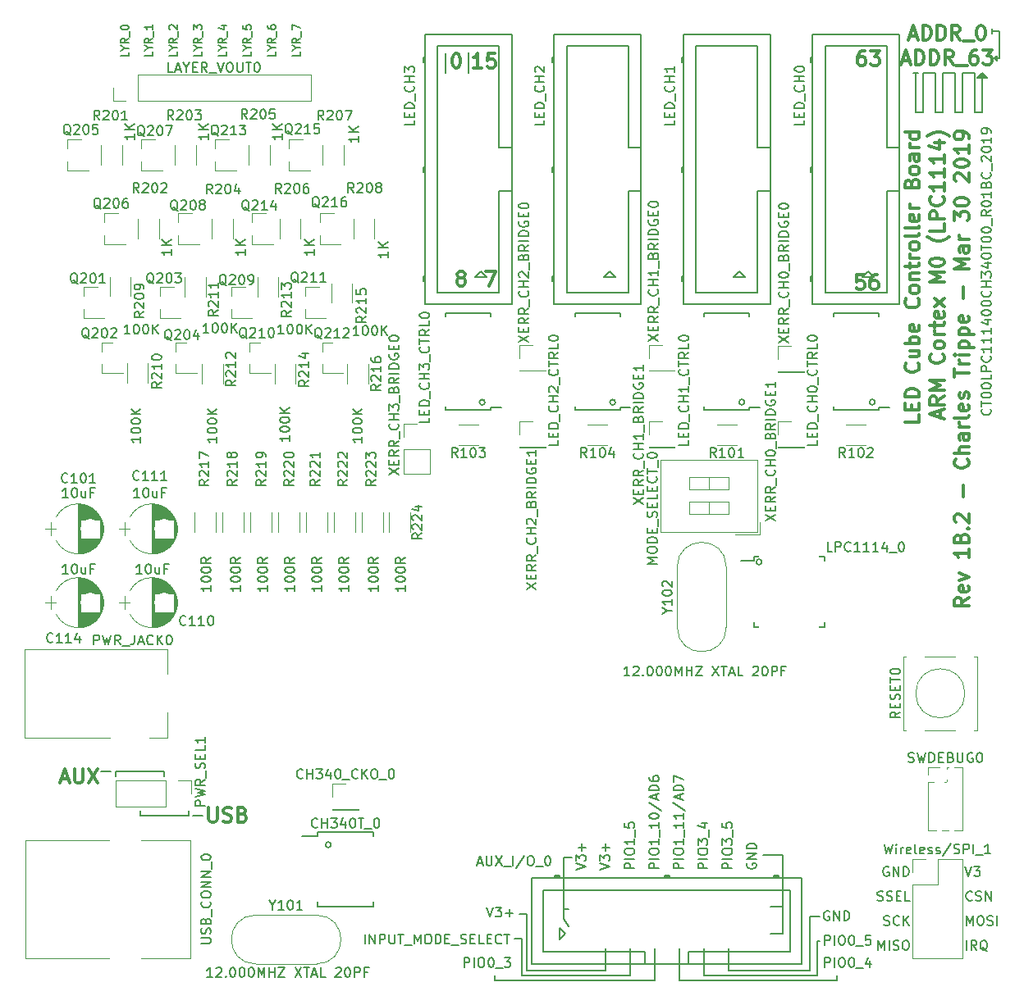
<source format=gbr>
G04 #@! TF.GenerationSoftware,KiCad,Pcbnew,(5.0.0)*
G04 #@! TF.CreationDate,2019-03-30T17:20:32-07:00*
G04 #@! TF.ProjectId,LPC1114_LED_Cube,4C5043313131345F4C45445F43756265,rev?*
G04 #@! TF.SameCoordinates,Original*
G04 #@! TF.FileFunction,Legend,Top*
G04 #@! TF.FilePolarity,Positive*
%FSLAX46Y46*%
G04 Gerber Fmt 4.6, Leading zero omitted, Abs format (unit mm)*
G04 Created by KiCad (PCBNEW (5.0.0)) date 03/30/19 17:20:32*
%MOMM*%
%LPD*%
G01*
G04 APERTURE LIST*
%ADD10C,0.200000*%
%ADD11C,0.300000*%
%ADD12C,0.150000*%
%ADD13C,0.120000*%
%ADD14R,2.100000X2.400000*%
%ADD15O,2.100000X2.100000*%
%ADD16R,2.100000X2.100000*%
%ADD17R,1.500000X0.800000*%
%ADD18R,1.600000X1.942500*%
%ADD19R,1.700000X0.650000*%
%ADD20R,0.650000X1.700000*%
%ADD21C,2.100000*%
%ADD22R,2.000000X2.000000*%
%ADD23C,2.000000*%
%ADD24R,2.150000X0.850000*%
%ADD25O,3.900000X3.900000*%
%ADD26R,2.200000X2.200000*%
%ADD27O,2.200000X2.200000*%
%ADD28R,3.900000X3.900000*%
%ADD29R,1.300000X1.200000*%
%ADD30R,2.400000X2.100000*%
%ADD31R,1.400000X1.400000*%
%ADD32O,1.400000X1.400000*%
%ADD33C,1.920000*%
%ADD34C,3.100000*%
%ADD35C,1.900000*%
%ADD36C,1.797000*%
%ADD37O,2.000000X2.000000*%
G04 APERTURE END LIST*
D10*
X115218981Y-130556000D02*
G75*
G03X115218981Y-130556000I-283981J0D01*
G01*
X171352981Y-84836000D02*
G75*
G03X171352981Y-84836000I-283981J0D01*
G01*
X157890981Y-84836000D02*
G75*
G03X157890981Y-84836000I-283981J0D01*
G01*
X144555981Y-84836000D02*
G75*
G03X144555981Y-84836000I-283981J0D01*
G01*
X131093981Y-84836000D02*
G75*
G03X131093981Y-84836000I-283981J0D01*
G01*
X159668981Y-101346000D02*
G75*
G03X159668981Y-101346000I-283981J0D01*
G01*
D11*
X128508142Y-71957428D02*
X128365285Y-71886000D01*
X128293857Y-71814571D01*
X128222428Y-71671714D01*
X128222428Y-71600285D01*
X128293857Y-71457428D01*
X128365285Y-71386000D01*
X128508142Y-71314571D01*
X128793857Y-71314571D01*
X128936714Y-71386000D01*
X129008142Y-71457428D01*
X129079571Y-71600285D01*
X129079571Y-71671714D01*
X129008142Y-71814571D01*
X128936714Y-71886000D01*
X128793857Y-71957428D01*
X128508142Y-71957428D01*
X128365285Y-72028857D01*
X128293857Y-72100285D01*
X128222428Y-72243142D01*
X128222428Y-72528857D01*
X128293857Y-72671714D01*
X128365285Y-72743142D01*
X128508142Y-72814571D01*
X128793857Y-72814571D01*
X128936714Y-72743142D01*
X129008142Y-72671714D01*
X129079571Y-72528857D01*
X129079571Y-72243142D01*
X129008142Y-72100285D01*
X128936714Y-72028857D01*
X128793857Y-71957428D01*
D12*
G36*
X181864000Y-51308000D02*
X182372000Y-50927000D01*
X182753000Y-51308000D01*
X181864000Y-51308000D01*
G37*
X181864000Y-51308000D02*
X182372000Y-50927000D01*
X182753000Y-51308000D01*
X181864000Y-51308000D01*
D10*
X122880380Y-103782666D02*
X122880380Y-104354095D01*
X122880380Y-104068380D02*
X121880380Y-104068380D01*
X122023238Y-104163619D01*
X122118476Y-104258857D01*
X122166095Y-104354095D01*
X121880380Y-103163619D02*
X121880380Y-103068380D01*
X121928000Y-102973142D01*
X121975619Y-102925523D01*
X122070857Y-102877904D01*
X122261333Y-102830285D01*
X122499428Y-102830285D01*
X122689904Y-102877904D01*
X122785142Y-102925523D01*
X122832761Y-102973142D01*
X122880380Y-103068380D01*
X122880380Y-103163619D01*
X122832761Y-103258857D01*
X122785142Y-103306476D01*
X122689904Y-103354095D01*
X122499428Y-103401714D01*
X122261333Y-103401714D01*
X122070857Y-103354095D01*
X121975619Y-103306476D01*
X121928000Y-103258857D01*
X121880380Y-103163619D01*
X121880380Y-102211238D02*
X121880380Y-102116000D01*
X121928000Y-102020761D01*
X121975619Y-101973142D01*
X122070857Y-101925523D01*
X122261333Y-101877904D01*
X122499428Y-101877904D01*
X122689904Y-101925523D01*
X122785142Y-101973142D01*
X122832761Y-102020761D01*
X122880380Y-102116000D01*
X122880380Y-102211238D01*
X122832761Y-102306476D01*
X122785142Y-102354095D01*
X122689904Y-102401714D01*
X122499428Y-102449333D01*
X122261333Y-102449333D01*
X122070857Y-102401714D01*
X121975619Y-102354095D01*
X121928000Y-102306476D01*
X121880380Y-102211238D01*
X122880380Y-100877904D02*
X122404190Y-101211238D01*
X122880380Y-101449333D02*
X121880380Y-101449333D01*
X121880380Y-101068380D01*
X121928000Y-100973142D01*
X121975619Y-100925523D01*
X122070857Y-100877904D01*
X122213714Y-100877904D01*
X122308952Y-100925523D01*
X122356571Y-100973142D01*
X122404190Y-101068380D01*
X122404190Y-101449333D01*
X142962380Y-133143569D02*
X143962380Y-132810236D01*
X142962380Y-132476902D01*
X142962380Y-132238807D02*
X142962380Y-131619759D01*
X143343333Y-131953093D01*
X143343333Y-131810236D01*
X143390952Y-131714998D01*
X143438571Y-131667378D01*
X143533809Y-131619759D01*
X143771904Y-131619759D01*
X143867142Y-131667378D01*
X143914761Y-131714998D01*
X143962380Y-131810236D01*
X143962380Y-132095950D01*
X143914761Y-132191188D01*
X143867142Y-132238807D01*
X143581428Y-131191188D02*
X143581428Y-130429283D01*
X143962380Y-130810236D02*
X143200476Y-130810236D01*
X131286428Y-136993380D02*
X131619761Y-137993380D01*
X131953095Y-136993380D01*
X132191190Y-136993380D02*
X132810238Y-136993380D01*
X132476904Y-137374333D01*
X132619761Y-137374333D01*
X132715000Y-137421952D01*
X132762619Y-137469571D01*
X132810238Y-137564809D01*
X132810238Y-137802904D01*
X132762619Y-137898142D01*
X132715000Y-137945761D01*
X132619761Y-137993380D01*
X132334047Y-137993380D01*
X132238809Y-137945761D01*
X132191190Y-137898142D01*
X133238809Y-137612428D02*
X134000714Y-137612428D01*
X133619761Y-137993380D02*
X133619761Y-137231476D01*
X166624095Y-137422000D02*
X166528857Y-137374380D01*
X166386000Y-137374380D01*
X166243142Y-137422000D01*
X166147904Y-137517238D01*
X166100285Y-137612476D01*
X166052666Y-137802952D01*
X166052666Y-137945809D01*
X166100285Y-138136285D01*
X166147904Y-138231523D01*
X166243142Y-138326761D01*
X166386000Y-138374380D01*
X166481238Y-138374380D01*
X166624095Y-138326761D01*
X166671714Y-138279142D01*
X166671714Y-137945809D01*
X166481238Y-137945809D01*
X167100285Y-138374380D02*
X167100285Y-137374380D01*
X167671714Y-138374380D01*
X167671714Y-137374380D01*
X168147904Y-138374380D02*
X168147904Y-137374380D01*
X168386000Y-137374380D01*
X168528857Y-137422000D01*
X168624095Y-137517238D01*
X168671714Y-137612476D01*
X168719333Y-137802952D01*
X168719333Y-137945809D01*
X168671714Y-138136285D01*
X168624095Y-138231523D01*
X168528857Y-138326761D01*
X168386000Y-138374380D01*
X168147904Y-138374380D01*
X118086333Y-77922380D02*
X117514904Y-77922380D01*
X117800619Y-77922380D02*
X117800619Y-76922380D01*
X117705380Y-77065238D01*
X117610142Y-77160476D01*
X117514904Y-77208095D01*
X118705380Y-76922380D02*
X118800619Y-76922380D01*
X118895857Y-76970000D01*
X118943476Y-77017619D01*
X118991095Y-77112857D01*
X119038714Y-77303333D01*
X119038714Y-77541428D01*
X118991095Y-77731904D01*
X118943476Y-77827142D01*
X118895857Y-77874761D01*
X118800619Y-77922380D01*
X118705380Y-77922380D01*
X118610142Y-77874761D01*
X118562523Y-77827142D01*
X118514904Y-77731904D01*
X118467285Y-77541428D01*
X118467285Y-77303333D01*
X118514904Y-77112857D01*
X118562523Y-77017619D01*
X118610142Y-76970000D01*
X118705380Y-76922380D01*
X119657761Y-76922380D02*
X119753000Y-76922380D01*
X119848238Y-76970000D01*
X119895857Y-77017619D01*
X119943476Y-77112857D01*
X119991095Y-77303333D01*
X119991095Y-77541428D01*
X119943476Y-77731904D01*
X119895857Y-77827142D01*
X119848238Y-77874761D01*
X119753000Y-77922380D01*
X119657761Y-77922380D01*
X119562523Y-77874761D01*
X119514904Y-77827142D01*
X119467285Y-77731904D01*
X119419666Y-77541428D01*
X119419666Y-77303333D01*
X119467285Y-77112857D01*
X119514904Y-77017619D01*
X119562523Y-76970000D01*
X119657761Y-76922380D01*
X120419666Y-77922380D02*
X120419666Y-76922380D01*
X120991095Y-77922380D02*
X120562523Y-77350952D01*
X120991095Y-76922380D02*
X120419666Y-77493809D01*
X110339333Y-77795380D02*
X109767904Y-77795380D01*
X110053619Y-77795380D02*
X110053619Y-76795380D01*
X109958380Y-76938238D01*
X109863142Y-77033476D01*
X109767904Y-77081095D01*
X110958380Y-76795380D02*
X111053619Y-76795380D01*
X111148857Y-76843000D01*
X111196476Y-76890619D01*
X111244095Y-76985857D01*
X111291714Y-77176333D01*
X111291714Y-77414428D01*
X111244095Y-77604904D01*
X111196476Y-77700142D01*
X111148857Y-77747761D01*
X111053619Y-77795380D01*
X110958380Y-77795380D01*
X110863142Y-77747761D01*
X110815523Y-77700142D01*
X110767904Y-77604904D01*
X110720285Y-77414428D01*
X110720285Y-77176333D01*
X110767904Y-76985857D01*
X110815523Y-76890619D01*
X110863142Y-76843000D01*
X110958380Y-76795380D01*
X111910761Y-76795380D02*
X112006000Y-76795380D01*
X112101238Y-76843000D01*
X112148857Y-76890619D01*
X112196476Y-76985857D01*
X112244095Y-77176333D01*
X112244095Y-77414428D01*
X112196476Y-77604904D01*
X112148857Y-77700142D01*
X112101238Y-77747761D01*
X112006000Y-77795380D01*
X111910761Y-77795380D01*
X111815523Y-77747761D01*
X111767904Y-77700142D01*
X111720285Y-77604904D01*
X111672666Y-77414428D01*
X111672666Y-77176333D01*
X111720285Y-76985857D01*
X111767904Y-76890619D01*
X111815523Y-76843000D01*
X111910761Y-76795380D01*
X112672666Y-77795380D02*
X112672666Y-76795380D01*
X113244095Y-77795380D02*
X112815523Y-77223952D01*
X113244095Y-76795380D02*
X112672666Y-77366809D01*
X102592333Y-77668380D02*
X102020904Y-77668380D01*
X102306619Y-77668380D02*
X102306619Y-76668380D01*
X102211380Y-76811238D01*
X102116142Y-76906476D01*
X102020904Y-76954095D01*
X103211380Y-76668380D02*
X103306619Y-76668380D01*
X103401857Y-76716000D01*
X103449476Y-76763619D01*
X103497095Y-76858857D01*
X103544714Y-77049333D01*
X103544714Y-77287428D01*
X103497095Y-77477904D01*
X103449476Y-77573142D01*
X103401857Y-77620761D01*
X103306619Y-77668380D01*
X103211380Y-77668380D01*
X103116142Y-77620761D01*
X103068523Y-77573142D01*
X103020904Y-77477904D01*
X102973285Y-77287428D01*
X102973285Y-77049333D01*
X103020904Y-76858857D01*
X103068523Y-76763619D01*
X103116142Y-76716000D01*
X103211380Y-76668380D01*
X104163761Y-76668380D02*
X104259000Y-76668380D01*
X104354238Y-76716000D01*
X104401857Y-76763619D01*
X104449476Y-76858857D01*
X104497095Y-77049333D01*
X104497095Y-77287428D01*
X104449476Y-77477904D01*
X104401857Y-77573142D01*
X104354238Y-77620761D01*
X104259000Y-77668380D01*
X104163761Y-77668380D01*
X104068523Y-77620761D01*
X104020904Y-77573142D01*
X103973285Y-77477904D01*
X103925666Y-77287428D01*
X103925666Y-77049333D01*
X103973285Y-76858857D01*
X104020904Y-76763619D01*
X104068523Y-76716000D01*
X104163761Y-76668380D01*
X104925666Y-77668380D02*
X104925666Y-76668380D01*
X105497095Y-77668380D02*
X105068523Y-77096952D01*
X105497095Y-76668380D02*
X104925666Y-77239809D01*
X94464333Y-77795380D02*
X93892904Y-77795380D01*
X94178619Y-77795380D02*
X94178619Y-76795380D01*
X94083380Y-76938238D01*
X93988142Y-77033476D01*
X93892904Y-77081095D01*
X95083380Y-76795380D02*
X95178619Y-76795380D01*
X95273857Y-76843000D01*
X95321476Y-76890619D01*
X95369095Y-76985857D01*
X95416714Y-77176333D01*
X95416714Y-77414428D01*
X95369095Y-77604904D01*
X95321476Y-77700142D01*
X95273857Y-77747761D01*
X95178619Y-77795380D01*
X95083380Y-77795380D01*
X94988142Y-77747761D01*
X94940523Y-77700142D01*
X94892904Y-77604904D01*
X94845285Y-77414428D01*
X94845285Y-77176333D01*
X94892904Y-76985857D01*
X94940523Y-76890619D01*
X94988142Y-76843000D01*
X95083380Y-76795380D01*
X96035761Y-76795380D02*
X96131000Y-76795380D01*
X96226238Y-76843000D01*
X96273857Y-76890619D01*
X96321476Y-76985857D01*
X96369095Y-77176333D01*
X96369095Y-77414428D01*
X96321476Y-77604904D01*
X96273857Y-77700142D01*
X96226238Y-77747761D01*
X96131000Y-77795380D01*
X96035761Y-77795380D01*
X95940523Y-77747761D01*
X95892904Y-77700142D01*
X95845285Y-77604904D01*
X95797666Y-77414428D01*
X95797666Y-77176333D01*
X95845285Y-76985857D01*
X95892904Y-76890619D01*
X95940523Y-76843000D01*
X96035761Y-76795380D01*
X96797666Y-77795380D02*
X96797666Y-76795380D01*
X97369095Y-77795380D02*
X96940523Y-77223952D01*
X97369095Y-76795380D02*
X96797666Y-77366809D01*
X127000000Y-48768000D02*
X127000000Y-50800000D01*
X129413000Y-48717200D02*
X129413000Y-50800000D01*
D11*
X130778285Y-50335571D02*
X129921142Y-50335571D01*
X130349714Y-50335571D02*
X130349714Y-48835571D01*
X130206857Y-49049857D01*
X130064000Y-49192714D01*
X129921142Y-49264142D01*
X132135428Y-48835571D02*
X131421142Y-48835571D01*
X131349714Y-49549857D01*
X131421142Y-49478428D01*
X131564000Y-49407000D01*
X131921142Y-49407000D01*
X132064000Y-49478428D01*
X132135428Y-49549857D01*
X132206857Y-49692714D01*
X132206857Y-50049857D01*
X132135428Y-50192714D01*
X132064000Y-50264142D01*
X131921142Y-50335571D01*
X131564000Y-50335571D01*
X131421142Y-50264142D01*
X131349714Y-50192714D01*
X170203857Y-71695571D02*
X169489571Y-71695571D01*
X169418142Y-72409857D01*
X169489571Y-72338428D01*
X169632428Y-72267000D01*
X169989571Y-72267000D01*
X170132428Y-72338428D01*
X170203857Y-72409857D01*
X170275285Y-72552714D01*
X170275285Y-72909857D01*
X170203857Y-73052714D01*
X170132428Y-73124142D01*
X169989571Y-73195571D01*
X169632428Y-73195571D01*
X169489571Y-73124142D01*
X169418142Y-73052714D01*
X171561000Y-71695571D02*
X171275285Y-71695571D01*
X171132428Y-71767000D01*
X171061000Y-71838428D01*
X170918142Y-72052714D01*
X170846714Y-72338428D01*
X170846714Y-72909857D01*
X170918142Y-73052714D01*
X170989571Y-73124142D01*
X171132428Y-73195571D01*
X171418142Y-73195571D01*
X171561000Y-73124142D01*
X171632428Y-73052714D01*
X171703857Y-72909857D01*
X171703857Y-72552714D01*
X171632428Y-72409857D01*
X171561000Y-72338428D01*
X171418142Y-72267000D01*
X171132428Y-72267000D01*
X170989571Y-72338428D01*
X170918142Y-72409857D01*
X170846714Y-72552714D01*
X131199000Y-71314571D02*
X132199000Y-71314571D01*
X131556142Y-72814571D01*
X170259428Y-48581571D02*
X169973714Y-48581571D01*
X169830857Y-48653000D01*
X169759428Y-48724428D01*
X169616571Y-48938714D01*
X169545142Y-49224428D01*
X169545142Y-49795857D01*
X169616571Y-49938714D01*
X169688000Y-50010142D01*
X169830857Y-50081571D01*
X170116571Y-50081571D01*
X170259428Y-50010142D01*
X170330857Y-49938714D01*
X170402285Y-49795857D01*
X170402285Y-49438714D01*
X170330857Y-49295857D01*
X170259428Y-49224428D01*
X170116571Y-49153000D01*
X169830857Y-49153000D01*
X169688000Y-49224428D01*
X169616571Y-49295857D01*
X169545142Y-49438714D01*
X170902285Y-48581571D02*
X171830857Y-48581571D01*
X171330857Y-49153000D01*
X171545142Y-49153000D01*
X171688000Y-49224428D01*
X171759428Y-49295857D01*
X171830857Y-49438714D01*
X171830857Y-49795857D01*
X171759428Y-49938714D01*
X171688000Y-50010142D01*
X171545142Y-50081571D01*
X171116571Y-50081571D01*
X170973714Y-50010142D01*
X170902285Y-49938714D01*
X128071571Y-48835571D02*
X128214428Y-48835571D01*
X128357285Y-48907000D01*
X128428714Y-48978428D01*
X128500142Y-49121285D01*
X128571571Y-49407000D01*
X128571571Y-49764142D01*
X128500142Y-50049857D01*
X128428714Y-50192714D01*
X128357285Y-50264142D01*
X128214428Y-50335571D01*
X128071571Y-50335571D01*
X127928714Y-50264142D01*
X127857285Y-50192714D01*
X127785857Y-50049857D01*
X127714428Y-49764142D01*
X127714428Y-49407000D01*
X127785857Y-49121285D01*
X127857285Y-48978428D01*
X127928714Y-48907000D01*
X128071571Y-48835571D01*
D10*
X183237142Y-85535619D02*
X183284761Y-85583238D01*
X183332380Y-85726095D01*
X183332380Y-85821333D01*
X183284761Y-85964190D01*
X183189523Y-86059428D01*
X183094285Y-86107047D01*
X182903809Y-86154666D01*
X182760952Y-86154666D01*
X182570476Y-86107047D01*
X182475238Y-86059428D01*
X182380000Y-85964190D01*
X182332380Y-85821333D01*
X182332380Y-85726095D01*
X182380000Y-85583238D01*
X182427619Y-85535619D01*
X182332380Y-85249904D02*
X182332380Y-84678476D01*
X183332380Y-84964190D02*
X182332380Y-84964190D01*
X182332380Y-84154666D02*
X182332380Y-84059428D01*
X182380000Y-83964190D01*
X182427619Y-83916571D01*
X182522857Y-83868952D01*
X182713333Y-83821333D01*
X182951428Y-83821333D01*
X183141904Y-83868952D01*
X183237142Y-83916571D01*
X183284761Y-83964190D01*
X183332380Y-84059428D01*
X183332380Y-84154666D01*
X183284761Y-84249904D01*
X183237142Y-84297523D01*
X183141904Y-84345143D01*
X182951428Y-84392762D01*
X182713333Y-84392762D01*
X182522857Y-84345143D01*
X182427619Y-84297523D01*
X182380000Y-84249904D01*
X182332380Y-84154666D01*
X182332380Y-83202285D02*
X182332380Y-83107047D01*
X182380000Y-83011809D01*
X182427619Y-82964190D01*
X182522857Y-82916571D01*
X182713333Y-82868952D01*
X182951428Y-82868952D01*
X183141904Y-82916571D01*
X183237142Y-82964190D01*
X183284761Y-83011809D01*
X183332380Y-83107047D01*
X183332380Y-83202285D01*
X183284761Y-83297523D01*
X183237142Y-83345143D01*
X183141904Y-83392762D01*
X182951428Y-83440381D01*
X182713333Y-83440381D01*
X182522857Y-83392762D01*
X182427619Y-83345143D01*
X182380000Y-83297523D01*
X182332380Y-83202285D01*
X183332380Y-81964190D02*
X183332380Y-82440381D01*
X182332380Y-82440381D01*
X183332380Y-81630857D02*
X182332380Y-81630857D01*
X182332380Y-81249904D01*
X182380000Y-81154666D01*
X182427619Y-81107047D01*
X182522857Y-81059428D01*
X182665714Y-81059428D01*
X182760952Y-81107047D01*
X182808571Y-81154666D01*
X182856190Y-81249904D01*
X182856190Y-81630857D01*
X183237142Y-80059428D02*
X183284761Y-80107047D01*
X183332380Y-80249904D01*
X183332380Y-80345143D01*
X183284761Y-80488000D01*
X183189523Y-80583238D01*
X183094285Y-80630857D01*
X182903809Y-80678476D01*
X182760952Y-80678476D01*
X182570476Y-80630857D01*
X182475238Y-80583238D01*
X182380000Y-80488000D01*
X182332380Y-80345143D01*
X182332380Y-80249904D01*
X182380000Y-80107047D01*
X182427619Y-80059428D01*
X183332380Y-79107047D02*
X183332380Y-79678476D01*
X183332380Y-79392762D02*
X182332380Y-79392762D01*
X182475238Y-79488000D01*
X182570476Y-79583238D01*
X182618095Y-79678476D01*
X183332380Y-78154666D02*
X183332380Y-78726095D01*
X183332380Y-78440381D02*
X182332380Y-78440381D01*
X182475238Y-78535619D01*
X182570476Y-78630857D01*
X182618095Y-78726095D01*
X183332380Y-77202285D02*
X183332380Y-77773714D01*
X183332380Y-77488000D02*
X182332380Y-77488000D01*
X182475238Y-77583238D01*
X182570476Y-77678476D01*
X182618095Y-77773714D01*
X182665714Y-76345143D02*
X183332380Y-76345143D01*
X182284761Y-76583238D02*
X182999047Y-76821333D01*
X182999047Y-76202285D01*
X182332380Y-75630857D02*
X182332380Y-75535619D01*
X182380000Y-75440381D01*
X182427619Y-75392762D01*
X182522857Y-75345143D01*
X182713333Y-75297523D01*
X182951428Y-75297523D01*
X183141904Y-75345143D01*
X183237142Y-75392762D01*
X183284761Y-75440381D01*
X183332380Y-75535619D01*
X183332380Y-75630857D01*
X183284761Y-75726095D01*
X183237142Y-75773714D01*
X183141904Y-75821333D01*
X182951428Y-75868952D01*
X182713333Y-75868952D01*
X182522857Y-75821333D01*
X182427619Y-75773714D01*
X182380000Y-75726095D01*
X182332380Y-75630857D01*
X182332380Y-74678476D02*
X182332380Y-74583238D01*
X182380000Y-74488000D01*
X182427619Y-74440381D01*
X182522857Y-74392762D01*
X182713333Y-74345143D01*
X182951428Y-74345143D01*
X183141904Y-74392762D01*
X183237142Y-74440381D01*
X183284761Y-74488000D01*
X183332380Y-74583238D01*
X183332380Y-74678476D01*
X183284761Y-74773714D01*
X183237142Y-74821333D01*
X183141904Y-74868952D01*
X182951428Y-74916571D01*
X182713333Y-74916571D01*
X182522857Y-74868952D01*
X182427619Y-74821333D01*
X182380000Y-74773714D01*
X182332380Y-74678476D01*
X183237142Y-73345143D02*
X183284761Y-73392762D01*
X183332380Y-73535619D01*
X183332380Y-73630857D01*
X183284761Y-73773714D01*
X183189523Y-73868952D01*
X183094285Y-73916571D01*
X182903809Y-73964190D01*
X182760952Y-73964190D01*
X182570476Y-73916571D01*
X182475238Y-73868952D01*
X182380000Y-73773714D01*
X182332380Y-73630857D01*
X182332380Y-73535619D01*
X182380000Y-73392762D01*
X182427619Y-73345143D01*
X183332380Y-72916571D02*
X182332380Y-72916571D01*
X182808571Y-72916571D02*
X182808571Y-72345143D01*
X183332380Y-72345143D02*
X182332380Y-72345143D01*
X182332380Y-71964190D02*
X182332380Y-71345143D01*
X182713333Y-71678476D01*
X182713333Y-71535619D01*
X182760952Y-71440381D01*
X182808571Y-71392762D01*
X182903809Y-71345143D01*
X183141904Y-71345143D01*
X183237142Y-71392762D01*
X183284761Y-71440381D01*
X183332380Y-71535619D01*
X183332380Y-71821333D01*
X183284761Y-71916571D01*
X183237142Y-71964190D01*
X182665714Y-70488000D02*
X183332380Y-70488000D01*
X182284761Y-70726095D02*
X182999047Y-70964190D01*
X182999047Y-70345143D01*
X182332380Y-69773714D02*
X182332380Y-69678476D01*
X182380000Y-69583238D01*
X182427619Y-69535619D01*
X182522857Y-69488000D01*
X182713333Y-69440381D01*
X182951428Y-69440381D01*
X183141904Y-69488000D01*
X183237142Y-69535619D01*
X183284761Y-69583238D01*
X183332380Y-69678476D01*
X183332380Y-69773714D01*
X183284761Y-69868952D01*
X183237142Y-69916571D01*
X183141904Y-69964190D01*
X182951428Y-70011809D01*
X182713333Y-70011809D01*
X182522857Y-69964190D01*
X182427619Y-69916571D01*
X182380000Y-69868952D01*
X182332380Y-69773714D01*
X182332380Y-69154666D02*
X182332380Y-68583238D01*
X183332380Y-68868952D02*
X182332380Y-68868952D01*
X182332380Y-68059428D02*
X182332380Y-67964190D01*
X182380000Y-67868952D01*
X182427619Y-67821333D01*
X182522857Y-67773714D01*
X182713333Y-67726095D01*
X182951428Y-67726095D01*
X183141904Y-67773714D01*
X183237142Y-67821333D01*
X183284761Y-67868952D01*
X183332380Y-67964190D01*
X183332380Y-68059428D01*
X183284761Y-68154666D01*
X183237142Y-68202285D01*
X183141904Y-68249904D01*
X182951428Y-68297523D01*
X182713333Y-68297523D01*
X182522857Y-68249904D01*
X182427619Y-68202285D01*
X182380000Y-68154666D01*
X182332380Y-68059428D01*
X182332380Y-67107047D02*
X182332380Y-67011809D01*
X182380000Y-66916571D01*
X182427619Y-66868952D01*
X182522857Y-66821333D01*
X182713333Y-66773714D01*
X182951428Y-66773714D01*
X183141904Y-66821333D01*
X183237142Y-66868952D01*
X183284761Y-66916571D01*
X183332380Y-67011809D01*
X183332380Y-67107047D01*
X183284761Y-67202285D01*
X183237142Y-67249904D01*
X183141904Y-67297523D01*
X182951428Y-67345143D01*
X182713333Y-67345143D01*
X182522857Y-67297523D01*
X182427619Y-67249904D01*
X182380000Y-67202285D01*
X182332380Y-67107047D01*
X183427619Y-66583238D02*
X183427619Y-65821333D01*
X183332380Y-65011809D02*
X182856190Y-65345143D01*
X183332380Y-65583238D02*
X182332380Y-65583238D01*
X182332380Y-65202285D01*
X182380000Y-65107047D01*
X182427619Y-65059428D01*
X182522857Y-65011809D01*
X182665714Y-65011809D01*
X182760952Y-65059428D01*
X182808571Y-65107047D01*
X182856190Y-65202285D01*
X182856190Y-65583238D01*
X182332380Y-64392762D02*
X182332380Y-64297523D01*
X182380000Y-64202285D01*
X182427619Y-64154666D01*
X182522857Y-64107047D01*
X182713333Y-64059428D01*
X182951428Y-64059428D01*
X183141904Y-64107047D01*
X183237142Y-64154666D01*
X183284761Y-64202285D01*
X183332380Y-64297523D01*
X183332380Y-64392762D01*
X183284761Y-64488000D01*
X183237142Y-64535619D01*
X183141904Y-64583238D01*
X182951428Y-64630857D01*
X182713333Y-64630857D01*
X182522857Y-64583238D01*
X182427619Y-64535619D01*
X182380000Y-64488000D01*
X182332380Y-64392762D01*
X183332380Y-63107047D02*
X183332380Y-63678476D01*
X183332380Y-63392762D02*
X182332380Y-63392762D01*
X182475238Y-63488000D01*
X182570476Y-63583238D01*
X182618095Y-63678476D01*
X182808571Y-62345143D02*
X182856190Y-62202285D01*
X182903809Y-62154666D01*
X182999047Y-62107047D01*
X183141904Y-62107047D01*
X183237142Y-62154666D01*
X183284761Y-62202285D01*
X183332380Y-62297523D01*
X183332380Y-62678476D01*
X182332380Y-62678476D01*
X182332380Y-62345143D01*
X182380000Y-62249904D01*
X182427619Y-62202285D01*
X182522857Y-62154666D01*
X182618095Y-62154666D01*
X182713333Y-62202285D01*
X182760952Y-62249904D01*
X182808571Y-62345143D01*
X182808571Y-62678476D01*
X183237142Y-61107047D02*
X183284761Y-61154666D01*
X183332380Y-61297523D01*
X183332380Y-61392762D01*
X183284761Y-61535619D01*
X183189523Y-61630857D01*
X183094285Y-61678476D01*
X182903809Y-61726095D01*
X182760952Y-61726095D01*
X182570476Y-61678476D01*
X182475238Y-61630857D01*
X182380000Y-61535619D01*
X182332380Y-61392762D01*
X182332380Y-61297523D01*
X182380000Y-61154666D01*
X182427619Y-61107047D01*
X183427619Y-60916571D02*
X183427619Y-60154666D01*
X182427619Y-59964190D02*
X182380000Y-59916571D01*
X182332380Y-59821333D01*
X182332380Y-59583238D01*
X182380000Y-59488000D01*
X182427619Y-59440381D01*
X182522857Y-59392762D01*
X182618095Y-59392762D01*
X182760952Y-59440381D01*
X183332380Y-60011809D01*
X183332380Y-59392762D01*
X182332380Y-58773714D02*
X182332380Y-58678476D01*
X182380000Y-58583238D01*
X182427619Y-58535619D01*
X182522857Y-58488000D01*
X182713333Y-58440381D01*
X182951428Y-58440381D01*
X183141904Y-58488000D01*
X183237142Y-58535619D01*
X183284761Y-58583238D01*
X183332380Y-58678476D01*
X183332380Y-58773714D01*
X183284761Y-58868952D01*
X183237142Y-58916571D01*
X183141904Y-58964190D01*
X182951428Y-59011809D01*
X182713333Y-59011809D01*
X182522857Y-58964190D01*
X182427619Y-58916571D01*
X182380000Y-58868952D01*
X182332380Y-58773714D01*
X183332380Y-57488000D02*
X183332380Y-58059428D01*
X183332380Y-57773714D02*
X182332380Y-57773714D01*
X182475238Y-57868952D01*
X182570476Y-57964190D01*
X182618095Y-58059428D01*
X183332380Y-57011809D02*
X183332380Y-56821333D01*
X183284761Y-56726095D01*
X183237142Y-56678476D01*
X183094285Y-56583238D01*
X182903809Y-56535619D01*
X182522857Y-56535619D01*
X182427619Y-56583238D01*
X182380000Y-56630857D01*
X182332380Y-56726095D01*
X182332380Y-56916571D01*
X182380000Y-57011809D01*
X182427619Y-57059428D01*
X182522857Y-57107047D01*
X182760952Y-57107047D01*
X182856190Y-57059428D01*
X182903809Y-57011809D01*
X182951428Y-56916571D01*
X182951428Y-56726095D01*
X182903809Y-56630857D01*
X182856190Y-56583238D01*
X182760952Y-56535619D01*
D11*
X175928571Y-86154428D02*
X175928571Y-86868714D01*
X174428571Y-86868714D01*
X175142857Y-85654428D02*
X175142857Y-85154428D01*
X175928571Y-84940142D02*
X175928571Y-85654428D01*
X174428571Y-85654428D01*
X174428571Y-84940142D01*
X175928571Y-84297285D02*
X174428571Y-84297285D01*
X174428571Y-83940142D01*
X174500000Y-83725857D01*
X174642857Y-83583000D01*
X174785714Y-83511571D01*
X175071428Y-83440142D01*
X175285714Y-83440142D01*
X175571428Y-83511571D01*
X175714285Y-83583000D01*
X175857142Y-83725857D01*
X175928571Y-83940142D01*
X175928571Y-84297285D01*
X175785714Y-80797285D02*
X175857142Y-80868714D01*
X175928571Y-81083000D01*
X175928571Y-81225857D01*
X175857142Y-81440142D01*
X175714285Y-81583000D01*
X175571428Y-81654428D01*
X175285714Y-81725857D01*
X175071428Y-81725857D01*
X174785714Y-81654428D01*
X174642857Y-81583000D01*
X174500000Y-81440142D01*
X174428571Y-81225857D01*
X174428571Y-81083000D01*
X174500000Y-80868714D01*
X174571428Y-80797285D01*
X174928571Y-79511571D02*
X175928571Y-79511571D01*
X174928571Y-80154428D02*
X175714285Y-80154428D01*
X175857142Y-80083000D01*
X175928571Y-79940142D01*
X175928571Y-79725857D01*
X175857142Y-79583000D01*
X175785714Y-79511571D01*
X175928571Y-78797285D02*
X174428571Y-78797285D01*
X175000000Y-78797285D02*
X174928571Y-78654428D01*
X174928571Y-78368714D01*
X175000000Y-78225857D01*
X175071428Y-78154428D01*
X175214285Y-78083000D01*
X175642857Y-78083000D01*
X175785714Y-78154428D01*
X175857142Y-78225857D01*
X175928571Y-78368714D01*
X175928571Y-78654428D01*
X175857142Y-78797285D01*
X175857142Y-76868714D02*
X175928571Y-77011571D01*
X175928571Y-77297285D01*
X175857142Y-77440142D01*
X175714285Y-77511571D01*
X175142857Y-77511571D01*
X175000000Y-77440142D01*
X174928571Y-77297285D01*
X174928571Y-77011571D01*
X175000000Y-76868714D01*
X175142857Y-76797285D01*
X175285714Y-76797285D01*
X175428571Y-77511571D01*
X175785714Y-74154428D02*
X175857142Y-74225857D01*
X175928571Y-74440142D01*
X175928571Y-74583000D01*
X175857142Y-74797285D01*
X175714285Y-74940142D01*
X175571428Y-75011571D01*
X175285714Y-75083000D01*
X175071428Y-75083000D01*
X174785714Y-75011571D01*
X174642857Y-74940142D01*
X174500000Y-74797285D01*
X174428571Y-74583000D01*
X174428571Y-74440142D01*
X174500000Y-74225857D01*
X174571428Y-74154428D01*
X175928571Y-73297285D02*
X175857142Y-73440142D01*
X175785714Y-73511571D01*
X175642857Y-73583000D01*
X175214285Y-73583000D01*
X175071428Y-73511571D01*
X175000000Y-73440142D01*
X174928571Y-73297285D01*
X174928571Y-73083000D01*
X175000000Y-72940142D01*
X175071428Y-72868714D01*
X175214285Y-72797285D01*
X175642857Y-72797285D01*
X175785714Y-72868714D01*
X175857142Y-72940142D01*
X175928571Y-73083000D01*
X175928571Y-73297285D01*
X174928571Y-72154428D02*
X175928571Y-72154428D01*
X175071428Y-72154428D02*
X175000000Y-72083000D01*
X174928571Y-71940142D01*
X174928571Y-71725857D01*
X175000000Y-71583000D01*
X175142857Y-71511571D01*
X175928571Y-71511571D01*
X174928571Y-71011571D02*
X174928571Y-70440142D01*
X174428571Y-70797285D02*
X175714285Y-70797285D01*
X175857142Y-70725857D01*
X175928571Y-70583000D01*
X175928571Y-70440142D01*
X175928571Y-69940142D02*
X174928571Y-69940142D01*
X175214285Y-69940142D02*
X175071428Y-69868714D01*
X175000000Y-69797285D01*
X174928571Y-69654428D01*
X174928571Y-69511571D01*
X175928571Y-68797285D02*
X175857142Y-68940142D01*
X175785714Y-69011571D01*
X175642857Y-69083000D01*
X175214285Y-69083000D01*
X175071428Y-69011571D01*
X175000000Y-68940142D01*
X174928571Y-68797285D01*
X174928571Y-68583000D01*
X175000000Y-68440142D01*
X175071428Y-68368714D01*
X175214285Y-68297285D01*
X175642857Y-68297285D01*
X175785714Y-68368714D01*
X175857142Y-68440142D01*
X175928571Y-68583000D01*
X175928571Y-68797285D01*
X175928571Y-67440142D02*
X175857142Y-67583000D01*
X175714285Y-67654428D01*
X174428571Y-67654428D01*
X175928571Y-66654428D02*
X175857142Y-66797285D01*
X175714285Y-66868714D01*
X174428571Y-66868714D01*
X175857142Y-65511571D02*
X175928571Y-65654428D01*
X175928571Y-65940142D01*
X175857142Y-66083000D01*
X175714285Y-66154428D01*
X175142857Y-66154428D01*
X175000000Y-66083000D01*
X174928571Y-65940142D01*
X174928571Y-65654428D01*
X175000000Y-65511571D01*
X175142857Y-65440142D01*
X175285714Y-65440142D01*
X175428571Y-66154428D01*
X175928571Y-64797285D02*
X174928571Y-64797285D01*
X175214285Y-64797285D02*
X175071428Y-64725857D01*
X175000000Y-64654428D01*
X174928571Y-64511571D01*
X174928571Y-64368714D01*
X175142857Y-62225857D02*
X175214285Y-62011571D01*
X175285714Y-61940142D01*
X175428571Y-61868714D01*
X175642857Y-61868714D01*
X175785714Y-61940142D01*
X175857142Y-62011571D01*
X175928571Y-62154428D01*
X175928571Y-62725857D01*
X174428571Y-62725857D01*
X174428571Y-62225857D01*
X174500000Y-62083000D01*
X174571428Y-62011571D01*
X174714285Y-61940142D01*
X174857142Y-61940142D01*
X175000000Y-62011571D01*
X175071428Y-62083000D01*
X175142857Y-62225857D01*
X175142857Y-62725857D01*
X175928571Y-61011571D02*
X175857142Y-61154428D01*
X175785714Y-61225857D01*
X175642857Y-61297285D01*
X175214285Y-61297285D01*
X175071428Y-61225857D01*
X175000000Y-61154428D01*
X174928571Y-61011571D01*
X174928571Y-60797285D01*
X175000000Y-60654428D01*
X175071428Y-60583000D01*
X175214285Y-60511571D01*
X175642857Y-60511571D01*
X175785714Y-60583000D01*
X175857142Y-60654428D01*
X175928571Y-60797285D01*
X175928571Y-61011571D01*
X175928571Y-59225857D02*
X175142857Y-59225857D01*
X175000000Y-59297285D01*
X174928571Y-59440142D01*
X174928571Y-59725857D01*
X175000000Y-59868714D01*
X175857142Y-59225857D02*
X175928571Y-59368714D01*
X175928571Y-59725857D01*
X175857142Y-59868714D01*
X175714285Y-59940142D01*
X175571428Y-59940142D01*
X175428571Y-59868714D01*
X175357142Y-59725857D01*
X175357142Y-59368714D01*
X175285714Y-59225857D01*
X175928571Y-58511571D02*
X174928571Y-58511571D01*
X175214285Y-58511571D02*
X175071428Y-58440142D01*
X175000000Y-58368714D01*
X174928571Y-58225857D01*
X174928571Y-58083000D01*
X175928571Y-56940142D02*
X174428571Y-56940142D01*
X175857142Y-56940142D02*
X175928571Y-57083000D01*
X175928571Y-57368714D01*
X175857142Y-57511571D01*
X175785714Y-57583000D01*
X175642857Y-57654428D01*
X175214285Y-57654428D01*
X175071428Y-57583000D01*
X175000000Y-57511571D01*
X174928571Y-57368714D01*
X174928571Y-57083000D01*
X175000000Y-56940142D01*
X178050000Y-86440142D02*
X178050000Y-85725857D01*
X178478571Y-86583000D02*
X176978571Y-86083000D01*
X178478571Y-85583000D01*
X178478571Y-84225857D02*
X177764285Y-84725857D01*
X178478571Y-85083000D02*
X176978571Y-85083000D01*
X176978571Y-84511571D01*
X177050000Y-84368714D01*
X177121428Y-84297285D01*
X177264285Y-84225857D01*
X177478571Y-84225857D01*
X177621428Y-84297285D01*
X177692857Y-84368714D01*
X177764285Y-84511571D01*
X177764285Y-85083000D01*
X178478571Y-83583000D02*
X176978571Y-83583000D01*
X178050000Y-83083000D01*
X176978571Y-82583000D01*
X178478571Y-82583000D01*
X178335714Y-79868714D02*
X178407142Y-79940142D01*
X178478571Y-80154428D01*
X178478571Y-80297285D01*
X178407142Y-80511571D01*
X178264285Y-80654428D01*
X178121428Y-80725857D01*
X177835714Y-80797285D01*
X177621428Y-80797285D01*
X177335714Y-80725857D01*
X177192857Y-80654428D01*
X177050000Y-80511571D01*
X176978571Y-80297285D01*
X176978571Y-80154428D01*
X177050000Y-79940142D01*
X177121428Y-79868714D01*
X178478571Y-79011571D02*
X178407142Y-79154428D01*
X178335714Y-79225857D01*
X178192857Y-79297285D01*
X177764285Y-79297285D01*
X177621428Y-79225857D01*
X177550000Y-79154428D01*
X177478571Y-79011571D01*
X177478571Y-78797285D01*
X177550000Y-78654428D01*
X177621428Y-78583000D01*
X177764285Y-78511571D01*
X178192857Y-78511571D01*
X178335714Y-78583000D01*
X178407142Y-78654428D01*
X178478571Y-78797285D01*
X178478571Y-79011571D01*
X178478571Y-77868714D02*
X177478571Y-77868714D01*
X177764285Y-77868714D02*
X177621428Y-77797285D01*
X177550000Y-77725857D01*
X177478571Y-77583000D01*
X177478571Y-77440142D01*
X177478571Y-77154428D02*
X177478571Y-76583000D01*
X176978571Y-76940142D02*
X178264285Y-76940142D01*
X178407142Y-76868714D01*
X178478571Y-76725857D01*
X178478571Y-76583000D01*
X178407142Y-75511571D02*
X178478571Y-75654428D01*
X178478571Y-75940142D01*
X178407142Y-76083000D01*
X178264285Y-76154428D01*
X177692857Y-76154428D01*
X177550000Y-76083000D01*
X177478571Y-75940142D01*
X177478571Y-75654428D01*
X177550000Y-75511571D01*
X177692857Y-75440142D01*
X177835714Y-75440142D01*
X177978571Y-76154428D01*
X178478571Y-74940142D02*
X177478571Y-74154428D01*
X177478571Y-74940142D02*
X178478571Y-74154428D01*
X178478571Y-72440142D02*
X176978571Y-72440142D01*
X178050000Y-71940142D01*
X176978571Y-71440142D01*
X178478571Y-71440142D01*
X176978571Y-70440142D02*
X176978571Y-70297285D01*
X177050000Y-70154428D01*
X177121428Y-70083000D01*
X177264285Y-70011571D01*
X177550000Y-69940142D01*
X177907142Y-69940142D01*
X178192857Y-70011571D01*
X178335714Y-70083000D01*
X178407142Y-70154428D01*
X178478571Y-70297285D01*
X178478571Y-70440142D01*
X178407142Y-70583000D01*
X178335714Y-70654428D01*
X178192857Y-70725857D01*
X177907142Y-70797285D01*
X177550000Y-70797285D01*
X177264285Y-70725857D01*
X177121428Y-70654428D01*
X177050000Y-70583000D01*
X176978571Y-70440142D01*
X179050000Y-67725857D02*
X178978571Y-67797285D01*
X178764285Y-67940142D01*
X178621428Y-68011571D01*
X178407142Y-68083000D01*
X178050000Y-68154428D01*
X177764285Y-68154428D01*
X177407142Y-68083000D01*
X177192857Y-68011571D01*
X177050000Y-67940142D01*
X176835714Y-67797285D01*
X176764285Y-67725857D01*
X178478571Y-66440142D02*
X178478571Y-67154428D01*
X176978571Y-67154428D01*
X178478571Y-65940142D02*
X176978571Y-65940142D01*
X176978571Y-65368714D01*
X177050000Y-65225857D01*
X177121428Y-65154428D01*
X177264285Y-65083000D01*
X177478571Y-65083000D01*
X177621428Y-65154428D01*
X177692857Y-65225857D01*
X177764285Y-65368714D01*
X177764285Y-65940142D01*
X178335714Y-63583000D02*
X178407142Y-63654428D01*
X178478571Y-63868714D01*
X178478571Y-64011571D01*
X178407142Y-64225857D01*
X178264285Y-64368714D01*
X178121428Y-64440142D01*
X177835714Y-64511571D01*
X177621428Y-64511571D01*
X177335714Y-64440142D01*
X177192857Y-64368714D01*
X177050000Y-64225857D01*
X176978571Y-64011571D01*
X176978571Y-63868714D01*
X177050000Y-63654428D01*
X177121428Y-63583000D01*
X178478571Y-62154428D02*
X178478571Y-63011571D01*
X178478571Y-62583000D02*
X176978571Y-62583000D01*
X177192857Y-62725857D01*
X177335714Y-62868714D01*
X177407142Y-63011571D01*
X178478571Y-60725857D02*
X178478571Y-61583000D01*
X178478571Y-61154428D02*
X176978571Y-61154428D01*
X177192857Y-61297285D01*
X177335714Y-61440142D01*
X177407142Y-61583000D01*
X178478571Y-59297285D02*
X178478571Y-60154428D01*
X178478571Y-59725857D02*
X176978571Y-59725857D01*
X177192857Y-59868714D01*
X177335714Y-60011571D01*
X177407142Y-60154428D01*
X177478571Y-58011571D02*
X178478571Y-58011571D01*
X176907142Y-58368714D02*
X177978571Y-58725857D01*
X177978571Y-57797285D01*
X179050000Y-57368714D02*
X178978571Y-57297285D01*
X178764285Y-57154428D01*
X178621428Y-57083000D01*
X178407142Y-57011571D01*
X178050000Y-56940142D01*
X177764285Y-56940142D01*
X177407142Y-57011571D01*
X177192857Y-57083000D01*
X177050000Y-57154428D01*
X176835714Y-57297285D01*
X176764285Y-57368714D01*
X181028571Y-105011571D02*
X180314285Y-105511571D01*
X181028571Y-105868714D02*
X179528571Y-105868714D01*
X179528571Y-105297285D01*
X179600000Y-105154428D01*
X179671428Y-105083000D01*
X179814285Y-105011571D01*
X180028571Y-105011571D01*
X180171428Y-105083000D01*
X180242857Y-105154428D01*
X180314285Y-105297285D01*
X180314285Y-105868714D01*
X180957142Y-103797285D02*
X181028571Y-103940142D01*
X181028571Y-104225857D01*
X180957142Y-104368714D01*
X180814285Y-104440142D01*
X180242857Y-104440142D01*
X180100000Y-104368714D01*
X180028571Y-104225857D01*
X180028571Y-103940142D01*
X180100000Y-103797285D01*
X180242857Y-103725857D01*
X180385714Y-103725857D01*
X180528571Y-104440142D01*
X180028571Y-103225857D02*
X181028571Y-102868714D01*
X180028571Y-102511571D01*
X181028571Y-100011571D02*
X181028571Y-100868714D01*
X181028571Y-100440142D02*
X179528571Y-100440142D01*
X179742857Y-100583000D01*
X179885714Y-100725857D01*
X179957142Y-100868714D01*
X180242857Y-98868714D02*
X180314285Y-98654428D01*
X180385714Y-98583000D01*
X180528571Y-98511571D01*
X180742857Y-98511571D01*
X180885714Y-98583000D01*
X180957142Y-98654428D01*
X181028571Y-98797285D01*
X181028571Y-99368714D01*
X179528571Y-99368714D01*
X179528571Y-98868714D01*
X179600000Y-98725857D01*
X179671428Y-98654428D01*
X179814285Y-98583000D01*
X179957142Y-98583000D01*
X180100000Y-98654428D01*
X180171428Y-98725857D01*
X180242857Y-98868714D01*
X180242857Y-99368714D01*
X180885714Y-97868714D02*
X180957142Y-97797285D01*
X181028571Y-97868714D01*
X180957142Y-97940142D01*
X180885714Y-97868714D01*
X181028571Y-97868714D01*
X179671428Y-97225857D02*
X179600000Y-97154428D01*
X179528571Y-97011571D01*
X179528571Y-96654428D01*
X179600000Y-96511571D01*
X179671428Y-96440142D01*
X179814285Y-96368714D01*
X179957142Y-96368714D01*
X180171428Y-96440142D01*
X181028571Y-97297285D01*
X181028571Y-96368714D01*
X180457142Y-94583000D02*
X180457142Y-93440142D01*
X180885714Y-90725857D02*
X180957142Y-90797285D01*
X181028571Y-91011571D01*
X181028571Y-91154428D01*
X180957142Y-91368714D01*
X180814285Y-91511571D01*
X180671428Y-91583000D01*
X180385714Y-91654428D01*
X180171428Y-91654428D01*
X179885714Y-91583000D01*
X179742857Y-91511571D01*
X179600000Y-91368714D01*
X179528571Y-91154428D01*
X179528571Y-91011571D01*
X179600000Y-90797285D01*
X179671428Y-90725857D01*
X181028571Y-90083000D02*
X179528571Y-90083000D01*
X181028571Y-89440142D02*
X180242857Y-89440142D01*
X180100000Y-89511571D01*
X180028571Y-89654428D01*
X180028571Y-89868714D01*
X180100000Y-90011571D01*
X180171428Y-90083000D01*
X181028571Y-88083000D02*
X180242857Y-88083000D01*
X180100000Y-88154428D01*
X180028571Y-88297285D01*
X180028571Y-88583000D01*
X180100000Y-88725857D01*
X180957142Y-88083000D02*
X181028571Y-88225857D01*
X181028571Y-88583000D01*
X180957142Y-88725857D01*
X180814285Y-88797285D01*
X180671428Y-88797285D01*
X180528571Y-88725857D01*
X180457142Y-88583000D01*
X180457142Y-88225857D01*
X180385714Y-88083000D01*
X181028571Y-87368714D02*
X180028571Y-87368714D01*
X180314285Y-87368714D02*
X180171428Y-87297285D01*
X180100000Y-87225857D01*
X180028571Y-87083000D01*
X180028571Y-86940142D01*
X181028571Y-86225857D02*
X180957142Y-86368714D01*
X180814285Y-86440142D01*
X179528571Y-86440142D01*
X180957142Y-85083000D02*
X181028571Y-85225857D01*
X181028571Y-85511571D01*
X180957142Y-85654428D01*
X180814285Y-85725857D01*
X180242857Y-85725857D01*
X180100000Y-85654428D01*
X180028571Y-85511571D01*
X180028571Y-85225857D01*
X180100000Y-85083000D01*
X180242857Y-85011571D01*
X180385714Y-85011571D01*
X180528571Y-85725857D01*
X180957142Y-84440142D02*
X181028571Y-84297285D01*
X181028571Y-84011571D01*
X180957142Y-83868714D01*
X180814285Y-83797285D01*
X180742857Y-83797285D01*
X180600000Y-83868714D01*
X180528571Y-84011571D01*
X180528571Y-84225857D01*
X180457142Y-84368714D01*
X180314285Y-84440142D01*
X180242857Y-84440142D01*
X180100000Y-84368714D01*
X180028571Y-84225857D01*
X180028571Y-84011571D01*
X180100000Y-83868714D01*
X179528571Y-82225857D02*
X179528571Y-81368714D01*
X181028571Y-81797285D02*
X179528571Y-81797285D01*
X181028571Y-80868714D02*
X180028571Y-80868714D01*
X180314285Y-80868714D02*
X180171428Y-80797285D01*
X180100000Y-80725857D01*
X180028571Y-80583000D01*
X180028571Y-80440142D01*
X181028571Y-79940142D02*
X180028571Y-79940142D01*
X179528571Y-79940142D02*
X179600000Y-80011571D01*
X179671428Y-79940142D01*
X179600000Y-79868714D01*
X179528571Y-79940142D01*
X179671428Y-79940142D01*
X180028571Y-79225857D02*
X181528571Y-79225857D01*
X180100000Y-79225857D02*
X180028571Y-79083000D01*
X180028571Y-78797285D01*
X180100000Y-78654428D01*
X180171428Y-78583000D01*
X180314285Y-78511571D01*
X180742857Y-78511571D01*
X180885714Y-78583000D01*
X180957142Y-78654428D01*
X181028571Y-78797285D01*
X181028571Y-79083000D01*
X180957142Y-79225857D01*
X180028571Y-77868714D02*
X181528571Y-77868714D01*
X180100000Y-77868714D02*
X180028571Y-77725857D01*
X180028571Y-77440142D01*
X180100000Y-77297285D01*
X180171428Y-77225857D01*
X180314285Y-77154428D01*
X180742857Y-77154428D01*
X180885714Y-77225857D01*
X180957142Y-77297285D01*
X181028571Y-77440142D01*
X181028571Y-77725857D01*
X180957142Y-77868714D01*
X180957142Y-75940142D02*
X181028571Y-76083000D01*
X181028571Y-76368714D01*
X180957142Y-76511571D01*
X180814285Y-76583000D01*
X180242857Y-76583000D01*
X180100000Y-76511571D01*
X180028571Y-76368714D01*
X180028571Y-76083000D01*
X180100000Y-75940142D01*
X180242857Y-75868714D01*
X180385714Y-75868714D01*
X180528571Y-76583000D01*
X180457142Y-74083000D02*
X180457142Y-72940142D01*
X181028571Y-71083000D02*
X179528571Y-71083000D01*
X180600000Y-70583000D01*
X179528571Y-70083000D01*
X181028571Y-70083000D01*
X181028571Y-68725857D02*
X180242857Y-68725857D01*
X180100000Y-68797285D01*
X180028571Y-68940142D01*
X180028571Y-69225857D01*
X180100000Y-69368714D01*
X180957142Y-68725857D02*
X181028571Y-68868714D01*
X181028571Y-69225857D01*
X180957142Y-69368714D01*
X180814285Y-69440142D01*
X180671428Y-69440142D01*
X180528571Y-69368714D01*
X180457142Y-69225857D01*
X180457142Y-68868714D01*
X180385714Y-68725857D01*
X181028571Y-68011571D02*
X180028571Y-68011571D01*
X180314285Y-68011571D02*
X180171428Y-67940142D01*
X180100000Y-67868714D01*
X180028571Y-67725857D01*
X180028571Y-67583000D01*
X179528571Y-66083000D02*
X179528571Y-65154428D01*
X180100000Y-65654428D01*
X180100000Y-65440142D01*
X180171428Y-65297285D01*
X180242857Y-65225857D01*
X180385714Y-65154428D01*
X180742857Y-65154428D01*
X180885714Y-65225857D01*
X180957142Y-65297285D01*
X181028571Y-65440142D01*
X181028571Y-65868714D01*
X180957142Y-66011571D01*
X180885714Y-66083000D01*
X179528571Y-64225857D02*
X179528571Y-64083000D01*
X179600000Y-63940142D01*
X179671428Y-63868714D01*
X179814285Y-63797285D01*
X180100000Y-63725857D01*
X180457142Y-63725857D01*
X180742857Y-63797285D01*
X180885714Y-63868714D01*
X180957142Y-63940142D01*
X181028571Y-64083000D01*
X181028571Y-64225857D01*
X180957142Y-64368714D01*
X180885714Y-64440142D01*
X180742857Y-64511571D01*
X180457142Y-64583000D01*
X180100000Y-64583000D01*
X179814285Y-64511571D01*
X179671428Y-64440142D01*
X179600000Y-64368714D01*
X179528571Y-64225857D01*
X179671428Y-62011571D02*
X179600000Y-61940142D01*
X179528571Y-61797285D01*
X179528571Y-61440142D01*
X179600000Y-61297285D01*
X179671428Y-61225857D01*
X179814285Y-61154428D01*
X179957142Y-61154428D01*
X180171428Y-61225857D01*
X181028571Y-62083000D01*
X181028571Y-61154428D01*
X179528571Y-60225857D02*
X179528571Y-60083000D01*
X179600000Y-59940142D01*
X179671428Y-59868714D01*
X179814285Y-59797285D01*
X180100000Y-59725857D01*
X180457142Y-59725857D01*
X180742857Y-59797285D01*
X180885714Y-59868714D01*
X180957142Y-59940142D01*
X181028571Y-60083000D01*
X181028571Y-60225857D01*
X180957142Y-60368714D01*
X180885714Y-60440142D01*
X180742857Y-60511571D01*
X180457142Y-60583000D01*
X180100000Y-60583000D01*
X179814285Y-60511571D01*
X179671428Y-60440142D01*
X179600000Y-60368714D01*
X179528571Y-60225857D01*
X181028571Y-58297285D02*
X181028571Y-59154428D01*
X181028571Y-58725857D02*
X179528571Y-58725857D01*
X179742857Y-58868714D01*
X179885714Y-59011571D01*
X179957142Y-59154428D01*
X181028571Y-57583000D02*
X181028571Y-57297285D01*
X180957142Y-57154428D01*
X180885714Y-57083000D01*
X180671428Y-56940142D01*
X180385714Y-56868714D01*
X179814285Y-56868714D01*
X179671428Y-56940142D01*
X179600000Y-57011571D01*
X179528571Y-57154428D01*
X179528571Y-57440142D01*
X179600000Y-57583000D01*
X179671428Y-57654428D01*
X179814285Y-57725857D01*
X180171428Y-57725857D01*
X180314285Y-57654428D01*
X180385714Y-57583000D01*
X180457142Y-57440142D01*
X180457142Y-57154428D01*
X180385714Y-57011571D01*
X180314285Y-56940142D01*
X180171428Y-56868714D01*
D10*
X172751809Y-132850000D02*
X172656571Y-132802380D01*
X172513714Y-132802380D01*
X172370856Y-132850000D01*
X172275618Y-132945238D01*
X172227999Y-133040476D01*
X172180380Y-133230952D01*
X172180380Y-133373809D01*
X172227999Y-133564285D01*
X172275618Y-133659523D01*
X172370856Y-133754761D01*
X172513714Y-133802380D01*
X172608952Y-133802380D01*
X172751809Y-133754761D01*
X172799428Y-133707142D01*
X172799428Y-133373809D01*
X172608952Y-133373809D01*
X173227999Y-133802380D02*
X173227999Y-132802380D01*
X173799428Y-133802380D01*
X173799428Y-132802380D01*
X174275618Y-133802380D02*
X174275618Y-132802380D01*
X174513714Y-132802380D01*
X174656571Y-132850000D01*
X174751809Y-132945238D01*
X174799428Y-133040476D01*
X174847047Y-133230952D01*
X174847047Y-133373809D01*
X174799428Y-133564285D01*
X174751809Y-133659523D01*
X174656571Y-133754761D01*
X174513714Y-133802380D01*
X174275618Y-133802380D01*
X180657714Y-132802380D02*
X180991047Y-133802380D01*
X181324380Y-132802380D01*
X181562476Y-132802380D02*
X182181523Y-132802380D01*
X181848190Y-133183333D01*
X181991047Y-133183333D01*
X182086285Y-133230952D01*
X182133904Y-133278571D01*
X182181523Y-133373809D01*
X182181523Y-133611904D01*
X182133904Y-133707142D01*
X182086285Y-133754761D01*
X181991047Y-133802380D01*
X181705333Y-133802380D01*
X181610095Y-133754761D01*
X181562476Y-133707142D01*
X171608952Y-136294761D02*
X171751809Y-136342380D01*
X171989904Y-136342380D01*
X172085142Y-136294761D01*
X172132761Y-136247142D01*
X172180380Y-136151904D01*
X172180380Y-136056666D01*
X172132761Y-135961428D01*
X172085142Y-135913809D01*
X171989904Y-135866190D01*
X171799428Y-135818571D01*
X171704190Y-135770952D01*
X171656571Y-135723333D01*
X171608952Y-135628095D01*
X171608952Y-135532857D01*
X171656571Y-135437619D01*
X171704190Y-135390000D01*
X171799428Y-135342380D01*
X172037523Y-135342380D01*
X172180380Y-135390000D01*
X172561333Y-136294761D02*
X172704190Y-136342380D01*
X172942285Y-136342380D01*
X173037523Y-136294761D01*
X173085142Y-136247142D01*
X173132761Y-136151904D01*
X173132761Y-136056666D01*
X173085142Y-135961428D01*
X173037523Y-135913809D01*
X172942285Y-135866190D01*
X172751809Y-135818571D01*
X172656571Y-135770952D01*
X172608952Y-135723333D01*
X172561333Y-135628095D01*
X172561333Y-135532857D01*
X172608952Y-135437619D01*
X172656571Y-135390000D01*
X172751809Y-135342380D01*
X172989904Y-135342380D01*
X173132761Y-135390000D01*
X173561333Y-135818571D02*
X173894666Y-135818571D01*
X174037523Y-136342380D02*
X173561333Y-136342380D01*
X173561333Y-135342380D01*
X174037523Y-135342380D01*
X174942285Y-136342380D02*
X174466095Y-136342380D01*
X174466095Y-135342380D01*
X172275618Y-138834761D02*
X172418475Y-138882380D01*
X172656571Y-138882380D01*
X172751809Y-138834761D01*
X172799428Y-138787142D01*
X172847047Y-138691904D01*
X172847047Y-138596666D01*
X172799428Y-138501428D01*
X172751809Y-138453809D01*
X172656571Y-138406190D01*
X172466094Y-138358571D01*
X172370856Y-138310952D01*
X172323237Y-138263333D01*
X172275618Y-138168095D01*
X172275618Y-138072857D01*
X172323237Y-137977619D01*
X172370856Y-137930000D01*
X172466094Y-137882380D01*
X172704190Y-137882380D01*
X172847047Y-137930000D01*
X173847047Y-138787142D02*
X173799428Y-138834761D01*
X173656571Y-138882380D01*
X173561333Y-138882380D01*
X173418475Y-138834761D01*
X173323237Y-138739523D01*
X173275618Y-138644285D01*
X173227999Y-138453809D01*
X173227999Y-138310952D01*
X173275618Y-138120476D01*
X173323237Y-138025238D01*
X173418475Y-137930000D01*
X173561333Y-137882380D01*
X173656571Y-137882380D01*
X173799428Y-137930000D01*
X173847047Y-137977619D01*
X174275618Y-138882380D02*
X174275618Y-137882380D01*
X174847047Y-138882380D02*
X174418475Y-138310952D01*
X174847047Y-137882380D02*
X174275618Y-138453809D01*
X171656571Y-141422380D02*
X171656571Y-140422380D01*
X171989904Y-141136666D01*
X172323238Y-140422380D01*
X172323238Y-141422380D01*
X172799428Y-141422380D02*
X172799428Y-140422380D01*
X173228000Y-141374761D02*
X173370857Y-141422380D01*
X173608952Y-141422380D01*
X173704190Y-141374761D01*
X173751809Y-141327142D01*
X173799428Y-141231904D01*
X173799428Y-141136666D01*
X173751809Y-141041428D01*
X173704190Y-140993809D01*
X173608952Y-140946190D01*
X173418476Y-140898571D01*
X173323238Y-140850952D01*
X173275619Y-140803333D01*
X173228000Y-140708095D01*
X173228000Y-140612857D01*
X173275619Y-140517619D01*
X173323238Y-140470000D01*
X173418476Y-140422380D01*
X173656571Y-140422380D01*
X173799428Y-140470000D01*
X174418476Y-140422380D02*
X174608952Y-140422380D01*
X174704190Y-140470000D01*
X174799428Y-140565238D01*
X174847047Y-140755714D01*
X174847047Y-141089047D01*
X174799428Y-141279523D01*
X174704190Y-141374761D01*
X174608952Y-141422380D01*
X174418476Y-141422380D01*
X174323238Y-141374761D01*
X174228000Y-141279523D01*
X174180380Y-141089047D01*
X174180380Y-140755714D01*
X174228000Y-140565238D01*
X174323238Y-140470000D01*
X174418476Y-140422380D01*
X180800571Y-141422380D02*
X180800571Y-140422380D01*
X181848190Y-141422380D02*
X181514857Y-140946190D01*
X181276761Y-141422380D02*
X181276761Y-140422380D01*
X181657714Y-140422380D01*
X181752952Y-140470000D01*
X181800571Y-140517619D01*
X181848190Y-140612857D01*
X181848190Y-140755714D01*
X181800571Y-140850952D01*
X181752952Y-140898571D01*
X181657714Y-140946190D01*
X181276761Y-140946190D01*
X182943428Y-141517619D02*
X182848190Y-141470000D01*
X182752952Y-141374761D01*
X182610095Y-141231904D01*
X182514857Y-141184285D01*
X182419619Y-141184285D01*
X182467238Y-141422380D02*
X182372000Y-141374761D01*
X182276761Y-141279523D01*
X182229142Y-141089047D01*
X182229142Y-140755714D01*
X182276761Y-140565238D01*
X182372000Y-140470000D01*
X182467238Y-140422380D01*
X182657714Y-140422380D01*
X182752952Y-140470000D01*
X182848190Y-140565238D01*
X182895809Y-140755714D01*
X182895809Y-141089047D01*
X182848190Y-141279523D01*
X182752952Y-141374761D01*
X182657714Y-141422380D01*
X182467238Y-141422380D01*
X181371999Y-136247142D02*
X181324380Y-136294761D01*
X181181523Y-136342380D01*
X181086285Y-136342380D01*
X180943428Y-136294761D01*
X180848190Y-136199523D01*
X180800571Y-136104285D01*
X180752952Y-135913809D01*
X180752952Y-135770952D01*
X180800571Y-135580476D01*
X180848190Y-135485238D01*
X180943428Y-135390000D01*
X181086285Y-135342380D01*
X181181523Y-135342380D01*
X181324380Y-135390000D01*
X181371999Y-135437619D01*
X181752952Y-136294761D02*
X181895809Y-136342380D01*
X182133904Y-136342380D01*
X182229142Y-136294761D01*
X182276761Y-136247142D01*
X182324380Y-136151904D01*
X182324380Y-136056666D01*
X182276761Y-135961428D01*
X182229142Y-135913809D01*
X182133904Y-135866190D01*
X181943428Y-135818571D01*
X181848190Y-135770952D01*
X181800571Y-135723333D01*
X181752952Y-135628095D01*
X181752952Y-135532857D01*
X181800571Y-135437619D01*
X181848190Y-135390000D01*
X181943428Y-135342380D01*
X182181523Y-135342380D01*
X182324380Y-135390000D01*
X182752952Y-136342380D02*
X182752952Y-135342380D01*
X183324380Y-136342380D01*
X183324380Y-135342380D01*
X180800571Y-138882380D02*
X180800571Y-137882380D01*
X181133904Y-138596666D01*
X181467238Y-137882380D01*
X181467238Y-138882380D01*
X182133904Y-137882380D02*
X182324380Y-137882380D01*
X182419619Y-137930000D01*
X182514857Y-138025238D01*
X182562476Y-138215714D01*
X182562476Y-138549047D01*
X182514857Y-138739523D01*
X182419619Y-138834761D01*
X182324380Y-138882380D01*
X182133904Y-138882380D01*
X182038666Y-138834761D01*
X181943428Y-138739523D01*
X181895809Y-138549047D01*
X181895809Y-138215714D01*
X181943428Y-138025238D01*
X182038666Y-137930000D01*
X182133904Y-137882380D01*
X182943428Y-138834761D02*
X183086285Y-138882380D01*
X183324380Y-138882380D01*
X183419619Y-138834761D01*
X183467238Y-138787142D01*
X183514857Y-138691904D01*
X183514857Y-138596666D01*
X183467238Y-138501428D01*
X183419619Y-138453809D01*
X183324380Y-138406190D01*
X183133904Y-138358571D01*
X183038666Y-138310952D01*
X182991047Y-138263333D01*
X182943428Y-138168095D01*
X182943428Y-138072857D01*
X182991047Y-137977619D01*
X183038666Y-137930000D01*
X183133904Y-137882380D01*
X183372000Y-137882380D01*
X183514857Y-137930000D01*
X183943428Y-138882380D02*
X183943428Y-137882380D01*
D12*
X112045704Y-48658632D02*
X112045704Y-49039584D01*
X111245704Y-49039584D01*
X111664752Y-48239584D02*
X112045704Y-48239584D01*
X111245704Y-48506251D02*
X111664752Y-48239584D01*
X111245704Y-47972918D01*
X112045704Y-47249108D02*
X111664752Y-47515775D01*
X112045704Y-47706251D02*
X111245704Y-47706251D01*
X111245704Y-47401489D01*
X111283800Y-47325299D01*
X111321895Y-47287203D01*
X111398085Y-47249108D01*
X111512371Y-47249108D01*
X111588561Y-47287203D01*
X111626657Y-47325299D01*
X111664752Y-47401489D01*
X111664752Y-47706251D01*
X112121895Y-47096727D02*
X112121895Y-46487203D01*
X111245704Y-46372918D02*
X111245704Y-45839584D01*
X112045704Y-46182441D01*
X109505704Y-48658632D02*
X109505704Y-49039584D01*
X108705704Y-49039584D01*
X109124752Y-48239584D02*
X109505704Y-48239584D01*
X108705704Y-48506251D02*
X109124752Y-48239584D01*
X108705704Y-47972918D01*
X109505704Y-47249108D02*
X109124752Y-47515775D01*
X109505704Y-47706251D02*
X108705704Y-47706251D01*
X108705704Y-47401489D01*
X108743800Y-47325299D01*
X108781895Y-47287203D01*
X108858085Y-47249108D01*
X108972371Y-47249108D01*
X109048561Y-47287203D01*
X109086657Y-47325299D01*
X109124752Y-47401489D01*
X109124752Y-47706251D01*
X109581895Y-47096727D02*
X109581895Y-46487203D01*
X108705704Y-45953870D02*
X108705704Y-46106251D01*
X108743800Y-46182441D01*
X108781895Y-46220537D01*
X108896180Y-46296727D01*
X109048561Y-46334822D01*
X109353323Y-46334822D01*
X109429514Y-46296727D01*
X109467609Y-46258632D01*
X109505704Y-46182441D01*
X109505704Y-46030060D01*
X109467609Y-45953870D01*
X109429514Y-45915775D01*
X109353323Y-45877680D01*
X109162847Y-45877680D01*
X109086657Y-45915775D01*
X109048561Y-45953870D01*
X109010466Y-46030060D01*
X109010466Y-46182441D01*
X109048561Y-46258632D01*
X109086657Y-46296727D01*
X109162847Y-46334822D01*
X106965704Y-48658632D02*
X106965704Y-49039584D01*
X106165704Y-49039584D01*
X106584752Y-48239584D02*
X106965704Y-48239584D01*
X106165704Y-48506251D02*
X106584752Y-48239584D01*
X106165704Y-47972918D01*
X106965704Y-47249108D02*
X106584752Y-47515775D01*
X106965704Y-47706251D02*
X106165704Y-47706251D01*
X106165704Y-47401489D01*
X106203800Y-47325299D01*
X106241895Y-47287203D01*
X106318085Y-47249108D01*
X106432371Y-47249108D01*
X106508561Y-47287203D01*
X106546657Y-47325299D01*
X106584752Y-47401489D01*
X106584752Y-47706251D01*
X107041895Y-47096727D02*
X107041895Y-46487203D01*
X106165704Y-45915775D02*
X106165704Y-46296727D01*
X106546657Y-46334822D01*
X106508561Y-46296727D01*
X106470466Y-46220537D01*
X106470466Y-46030060D01*
X106508561Y-45953870D01*
X106546657Y-45915775D01*
X106622847Y-45877680D01*
X106813323Y-45877680D01*
X106889514Y-45915775D01*
X106927609Y-45953870D01*
X106965704Y-46030060D01*
X106965704Y-46220537D01*
X106927609Y-46296727D01*
X106889514Y-46334822D01*
X104425704Y-48658632D02*
X104425704Y-49039584D01*
X103625704Y-49039584D01*
X104044752Y-48239584D02*
X104425704Y-48239584D01*
X103625704Y-48506251D02*
X104044752Y-48239584D01*
X103625704Y-47972918D01*
X104425704Y-47249108D02*
X104044752Y-47515775D01*
X104425704Y-47706251D02*
X103625704Y-47706251D01*
X103625704Y-47401489D01*
X103663800Y-47325299D01*
X103701895Y-47287203D01*
X103778085Y-47249108D01*
X103892371Y-47249108D01*
X103968561Y-47287203D01*
X104006657Y-47325299D01*
X104044752Y-47401489D01*
X104044752Y-47706251D01*
X104501895Y-47096727D02*
X104501895Y-46487203D01*
X103892371Y-45953870D02*
X104425704Y-45953870D01*
X103587609Y-46144346D02*
X104159038Y-46334822D01*
X104159038Y-45839584D01*
X101885704Y-48658632D02*
X101885704Y-49039584D01*
X101085704Y-49039584D01*
X101504752Y-48239584D02*
X101885704Y-48239584D01*
X101085704Y-48506251D02*
X101504752Y-48239584D01*
X101085704Y-47972918D01*
X101885704Y-47249108D02*
X101504752Y-47515775D01*
X101885704Y-47706251D02*
X101085704Y-47706251D01*
X101085704Y-47401489D01*
X101123800Y-47325299D01*
X101161895Y-47287203D01*
X101238085Y-47249108D01*
X101352371Y-47249108D01*
X101428561Y-47287203D01*
X101466657Y-47325299D01*
X101504752Y-47401489D01*
X101504752Y-47706251D01*
X101961895Y-47096727D02*
X101961895Y-46487203D01*
X101085704Y-46372918D02*
X101085704Y-45877680D01*
X101390466Y-46144346D01*
X101390466Y-46030060D01*
X101428561Y-45953870D01*
X101466657Y-45915775D01*
X101542847Y-45877680D01*
X101733323Y-45877680D01*
X101809514Y-45915775D01*
X101847609Y-45953870D01*
X101885704Y-46030060D01*
X101885704Y-46258632D01*
X101847609Y-46334822D01*
X101809514Y-46372918D01*
X99345704Y-48658632D02*
X99345704Y-49039584D01*
X98545704Y-49039584D01*
X98964752Y-48239584D02*
X99345704Y-48239584D01*
X98545704Y-48506251D02*
X98964752Y-48239584D01*
X98545704Y-47972918D01*
X99345704Y-47249108D02*
X98964752Y-47515775D01*
X99345704Y-47706251D02*
X98545704Y-47706251D01*
X98545704Y-47401489D01*
X98583800Y-47325299D01*
X98621895Y-47287203D01*
X98698085Y-47249108D01*
X98812371Y-47249108D01*
X98888561Y-47287203D01*
X98926657Y-47325299D01*
X98964752Y-47401489D01*
X98964752Y-47706251D01*
X99421895Y-47096727D02*
X99421895Y-46487203D01*
X98621895Y-46334822D02*
X98583800Y-46296727D01*
X98545704Y-46220537D01*
X98545704Y-46030060D01*
X98583800Y-45953870D01*
X98621895Y-45915775D01*
X98698085Y-45877680D01*
X98774276Y-45877680D01*
X98888561Y-45915775D01*
X99345704Y-46372918D01*
X99345704Y-45877680D01*
X96805704Y-48658632D02*
X96805704Y-49039584D01*
X96005704Y-49039584D01*
X96424752Y-48239584D02*
X96805704Y-48239584D01*
X96005704Y-48506251D02*
X96424752Y-48239584D01*
X96005704Y-47972918D01*
X96805704Y-47249108D02*
X96424752Y-47515775D01*
X96805704Y-47706251D02*
X96005704Y-47706251D01*
X96005704Y-47401489D01*
X96043800Y-47325299D01*
X96081895Y-47287203D01*
X96158085Y-47249108D01*
X96272371Y-47249108D01*
X96348561Y-47287203D01*
X96386657Y-47325299D01*
X96424752Y-47401489D01*
X96424752Y-47706251D01*
X96881895Y-47096727D02*
X96881895Y-46487203D01*
X96805704Y-45877680D02*
X96805704Y-46334822D01*
X96805704Y-46106251D02*
X96005704Y-46106251D01*
X96119990Y-46182441D01*
X96196180Y-46258632D01*
X96234276Y-46334822D01*
X94341904Y-48678952D02*
X94341904Y-49059904D01*
X93541904Y-49059904D01*
X93960952Y-48259904D02*
X94341904Y-48259904D01*
X93541904Y-48526571D02*
X93960952Y-48259904D01*
X93541904Y-47993238D01*
X94341904Y-47269428D02*
X93960952Y-47536095D01*
X94341904Y-47726571D02*
X93541904Y-47726571D01*
X93541904Y-47421809D01*
X93580000Y-47345619D01*
X93618095Y-47307523D01*
X93694285Y-47269428D01*
X93808571Y-47269428D01*
X93884761Y-47307523D01*
X93922857Y-47345619D01*
X93960952Y-47421809D01*
X93960952Y-47726571D01*
X94418095Y-47117047D02*
X94418095Y-46507523D01*
X93541904Y-46164666D02*
X93541904Y-46088476D01*
X93580000Y-46012285D01*
X93618095Y-45974190D01*
X93694285Y-45936095D01*
X93846666Y-45898000D01*
X94037142Y-45898000D01*
X94189523Y-45936095D01*
X94265714Y-45974190D01*
X94303809Y-46012285D01*
X94341904Y-46088476D01*
X94341904Y-46164666D01*
X94303809Y-46240857D01*
X94265714Y-46278952D01*
X94189523Y-46317047D01*
X94037142Y-46355142D01*
X93846666Y-46355142D01*
X93694285Y-46317047D01*
X93618095Y-46278952D01*
X93580000Y-46240857D01*
X93541904Y-46164666D01*
D10*
X183388000Y-46228000D02*
X183388000Y-46736000D01*
X183896000Y-49530000D02*
X183642000Y-49276000D01*
X183896000Y-49022000D02*
X183896000Y-49530000D01*
X183642000Y-49276000D02*
X183896000Y-49022000D01*
X184150000Y-49276000D02*
X183642000Y-49276000D01*
X184150000Y-46482000D02*
X184150000Y-49276000D01*
X183388000Y-46482000D02*
X184150000Y-46482000D01*
X175260000Y-50845506D02*
X175768000Y-50845506D01*
X182880000Y-51353506D02*
X182372000Y-50845506D01*
X181864000Y-51353506D02*
X182880000Y-51353506D01*
X182372000Y-50845506D02*
X181864000Y-51353506D01*
X175514000Y-54909506D02*
X175514000Y-50845506D01*
X176276000Y-54909506D02*
X175514000Y-54909506D01*
X176276000Y-50845506D02*
X176276000Y-54909506D01*
X177546000Y-50845506D02*
X176276000Y-50845506D01*
X177546000Y-54909506D02*
X177546000Y-50845506D01*
X178308000Y-54909506D02*
X177546000Y-54909506D01*
X178308000Y-50845506D02*
X178308000Y-54909506D01*
X179578000Y-50845506D02*
X178308000Y-50845506D01*
X179578000Y-54909506D02*
X179578000Y-50845506D01*
X180340000Y-54909506D02*
X179578000Y-54909506D01*
X180340000Y-50845506D02*
X180340000Y-54909506D01*
X181610000Y-50845506D02*
X180340000Y-50845506D01*
X181610000Y-54909506D02*
X181610000Y-50845506D01*
X182372000Y-54909506D02*
X181610000Y-54909506D01*
X182372000Y-50845506D02*
X182372000Y-54909506D01*
D11*
X174923142Y-46981000D02*
X175637428Y-46981000D01*
X174780285Y-47409571D02*
X175280285Y-45909571D01*
X175780285Y-47409571D01*
X176280285Y-47409571D02*
X176280285Y-45909571D01*
X176637428Y-45909571D01*
X176851714Y-45981000D01*
X176994571Y-46123857D01*
X177066000Y-46266714D01*
X177137428Y-46552428D01*
X177137428Y-46766714D01*
X177066000Y-47052428D01*
X176994571Y-47195285D01*
X176851714Y-47338142D01*
X176637428Y-47409571D01*
X176280285Y-47409571D01*
X177780285Y-47409571D02*
X177780285Y-45909571D01*
X178137428Y-45909571D01*
X178351714Y-45981000D01*
X178494571Y-46123857D01*
X178566000Y-46266714D01*
X178637428Y-46552428D01*
X178637428Y-46766714D01*
X178566000Y-47052428D01*
X178494571Y-47195285D01*
X178351714Y-47338142D01*
X178137428Y-47409571D01*
X177780285Y-47409571D01*
X180137428Y-47409571D02*
X179637428Y-46695285D01*
X179280285Y-47409571D02*
X179280285Y-45909571D01*
X179851714Y-45909571D01*
X179994571Y-45981000D01*
X180066000Y-46052428D01*
X180137428Y-46195285D01*
X180137428Y-46409571D01*
X180066000Y-46552428D01*
X179994571Y-46623857D01*
X179851714Y-46695285D01*
X179280285Y-46695285D01*
X180423142Y-47552428D02*
X181566000Y-47552428D01*
X182208857Y-45909571D02*
X182351714Y-45909571D01*
X182494571Y-45981000D01*
X182566000Y-46052428D01*
X182637428Y-46195285D01*
X182708857Y-46481000D01*
X182708857Y-46838142D01*
X182637428Y-47123857D01*
X182566000Y-47266714D01*
X182494571Y-47338142D01*
X182351714Y-47409571D01*
X182208857Y-47409571D01*
X182066000Y-47338142D01*
X181994571Y-47266714D01*
X181923142Y-47123857D01*
X181851714Y-46838142D01*
X181851714Y-46481000D01*
X181923142Y-46195285D01*
X181994571Y-46052428D01*
X182066000Y-45981000D01*
X182208857Y-45909571D01*
X174208857Y-49531000D02*
X174923142Y-49531000D01*
X174066000Y-49959571D02*
X174566000Y-48459571D01*
X175066000Y-49959571D01*
X175566000Y-49959571D02*
X175566000Y-48459571D01*
X175923142Y-48459571D01*
X176137428Y-48531000D01*
X176280285Y-48673857D01*
X176351714Y-48816714D01*
X176423142Y-49102428D01*
X176423142Y-49316714D01*
X176351714Y-49602428D01*
X176280285Y-49745285D01*
X176137428Y-49888142D01*
X175923142Y-49959571D01*
X175566000Y-49959571D01*
X177066000Y-49959571D02*
X177066000Y-48459571D01*
X177423142Y-48459571D01*
X177637428Y-48531000D01*
X177780285Y-48673857D01*
X177851714Y-48816714D01*
X177923142Y-49102428D01*
X177923142Y-49316714D01*
X177851714Y-49602428D01*
X177780285Y-49745285D01*
X177637428Y-49888142D01*
X177423142Y-49959571D01*
X177066000Y-49959571D01*
X179423142Y-49959571D02*
X178923142Y-49245285D01*
X178566000Y-49959571D02*
X178566000Y-48459571D01*
X179137428Y-48459571D01*
X179280285Y-48531000D01*
X179351714Y-48602428D01*
X179423142Y-48745285D01*
X179423142Y-48959571D01*
X179351714Y-49102428D01*
X179280285Y-49173857D01*
X179137428Y-49245285D01*
X178566000Y-49245285D01*
X179708857Y-50102428D02*
X180851714Y-50102428D01*
X181851714Y-48459571D02*
X181566000Y-48459571D01*
X181423142Y-48531000D01*
X181351714Y-48602428D01*
X181208857Y-48816714D01*
X181137428Y-49102428D01*
X181137428Y-49673857D01*
X181208857Y-49816714D01*
X181280285Y-49888142D01*
X181423142Y-49959571D01*
X181708857Y-49959571D01*
X181851714Y-49888142D01*
X181923142Y-49816714D01*
X181994571Y-49673857D01*
X181994571Y-49316714D01*
X181923142Y-49173857D01*
X181851714Y-49102428D01*
X181708857Y-49031000D01*
X181423142Y-49031000D01*
X181280285Y-49102428D01*
X181208857Y-49173857D01*
X181137428Y-49316714D01*
X182494571Y-48459571D02*
X183423142Y-48459571D01*
X182923142Y-49031000D01*
X183137428Y-49031000D01*
X183280285Y-49102428D01*
X183351714Y-49173857D01*
X183423142Y-49316714D01*
X183423142Y-49673857D01*
X183351714Y-49816714D01*
X183280285Y-49888142D01*
X183137428Y-49959571D01*
X182708857Y-49959571D01*
X182566000Y-49888142D01*
X182494571Y-49816714D01*
D10*
X102982095Y-144216380D02*
X102410666Y-144216380D01*
X102696380Y-144216380D02*
X102696380Y-143216380D01*
X102601142Y-143359238D01*
X102505904Y-143454476D01*
X102410666Y-143502095D01*
X103363047Y-143311619D02*
X103410666Y-143264000D01*
X103505904Y-143216380D01*
X103744000Y-143216380D01*
X103839238Y-143264000D01*
X103886857Y-143311619D01*
X103934476Y-143406857D01*
X103934476Y-143502095D01*
X103886857Y-143644952D01*
X103315428Y-144216380D01*
X103934476Y-144216380D01*
X104363047Y-144121142D02*
X104410666Y-144168761D01*
X104363047Y-144216380D01*
X104315428Y-144168761D01*
X104363047Y-144121142D01*
X104363047Y-144216380D01*
X105029714Y-143216380D02*
X105124952Y-143216380D01*
X105220190Y-143264000D01*
X105267809Y-143311619D01*
X105315428Y-143406857D01*
X105363047Y-143597333D01*
X105363047Y-143835428D01*
X105315428Y-144025904D01*
X105267809Y-144121142D01*
X105220190Y-144168761D01*
X105124952Y-144216380D01*
X105029714Y-144216380D01*
X104934476Y-144168761D01*
X104886857Y-144121142D01*
X104839238Y-144025904D01*
X104791619Y-143835428D01*
X104791619Y-143597333D01*
X104839238Y-143406857D01*
X104886857Y-143311619D01*
X104934476Y-143264000D01*
X105029714Y-143216380D01*
X105982095Y-143216380D02*
X106077333Y-143216380D01*
X106172571Y-143264000D01*
X106220190Y-143311619D01*
X106267809Y-143406857D01*
X106315428Y-143597333D01*
X106315428Y-143835428D01*
X106267809Y-144025904D01*
X106220190Y-144121142D01*
X106172571Y-144168761D01*
X106077333Y-144216380D01*
X105982095Y-144216380D01*
X105886857Y-144168761D01*
X105839238Y-144121142D01*
X105791619Y-144025904D01*
X105744000Y-143835428D01*
X105744000Y-143597333D01*
X105791619Y-143406857D01*
X105839238Y-143311619D01*
X105886857Y-143264000D01*
X105982095Y-143216380D01*
X106934476Y-143216380D02*
X107029714Y-143216380D01*
X107124952Y-143264000D01*
X107172571Y-143311619D01*
X107220190Y-143406857D01*
X107267809Y-143597333D01*
X107267809Y-143835428D01*
X107220190Y-144025904D01*
X107172571Y-144121142D01*
X107124952Y-144168761D01*
X107029714Y-144216380D01*
X106934476Y-144216380D01*
X106839238Y-144168761D01*
X106791619Y-144121142D01*
X106744000Y-144025904D01*
X106696380Y-143835428D01*
X106696380Y-143597333D01*
X106744000Y-143406857D01*
X106791619Y-143311619D01*
X106839238Y-143264000D01*
X106934476Y-143216380D01*
X107696380Y-144216380D02*
X107696380Y-143216380D01*
X108029714Y-143930666D01*
X108363047Y-143216380D01*
X108363047Y-144216380D01*
X108839238Y-144216380D02*
X108839238Y-143216380D01*
X108839238Y-143692571D02*
X109410666Y-143692571D01*
X109410666Y-144216380D02*
X109410666Y-143216380D01*
X109791619Y-143216380D02*
X110458285Y-143216380D01*
X109791619Y-144216380D01*
X110458285Y-144216380D01*
X111505904Y-143216380D02*
X112172571Y-144216380D01*
X112172571Y-143216380D02*
X111505904Y-144216380D01*
X112410666Y-143216380D02*
X112982095Y-143216380D01*
X112696380Y-144216380D02*
X112696380Y-143216380D01*
X113267809Y-143930666D02*
X113744000Y-143930666D01*
X113172571Y-144216380D02*
X113505904Y-143216380D01*
X113839238Y-144216380D01*
X114648761Y-144216380D02*
X114172571Y-144216380D01*
X114172571Y-143216380D01*
X115696380Y-143311619D02*
X115744000Y-143264000D01*
X115839238Y-143216380D01*
X116077333Y-143216380D01*
X116172571Y-143264000D01*
X116220190Y-143311619D01*
X116267809Y-143406857D01*
X116267809Y-143502095D01*
X116220190Y-143644952D01*
X115648761Y-144216380D01*
X116267809Y-144216380D01*
X116886857Y-143216380D02*
X116982095Y-143216380D01*
X117077333Y-143264000D01*
X117124952Y-143311619D01*
X117172571Y-143406857D01*
X117220190Y-143597333D01*
X117220190Y-143835428D01*
X117172571Y-144025904D01*
X117124952Y-144121142D01*
X117077333Y-144168761D01*
X116982095Y-144216380D01*
X116886857Y-144216380D01*
X116791619Y-144168761D01*
X116744000Y-144121142D01*
X116696380Y-144025904D01*
X116648761Y-143835428D01*
X116648761Y-143597333D01*
X116696380Y-143406857D01*
X116744000Y-143311619D01*
X116791619Y-143264000D01*
X116886857Y-143216380D01*
X117648761Y-144216380D02*
X117648761Y-143216380D01*
X118029714Y-143216380D01*
X118124952Y-143264000D01*
X118172571Y-143311619D01*
X118220190Y-143406857D01*
X118220190Y-143549714D01*
X118172571Y-143644952D01*
X118124952Y-143692571D01*
X118029714Y-143740190D01*
X117648761Y-143740190D01*
X118982095Y-143692571D02*
X118648761Y-143692571D01*
X118648761Y-144216380D02*
X118648761Y-143216380D01*
X119124952Y-143216380D01*
X146035095Y-113101380D02*
X145463666Y-113101380D01*
X145749380Y-113101380D02*
X145749380Y-112101380D01*
X145654142Y-112244238D01*
X145558904Y-112339476D01*
X145463666Y-112387095D01*
X146416047Y-112196619D02*
X146463666Y-112149000D01*
X146558904Y-112101380D01*
X146797000Y-112101380D01*
X146892238Y-112149000D01*
X146939857Y-112196619D01*
X146987476Y-112291857D01*
X146987476Y-112387095D01*
X146939857Y-112529952D01*
X146368428Y-113101380D01*
X146987476Y-113101380D01*
X147416047Y-113006142D02*
X147463666Y-113053761D01*
X147416047Y-113101380D01*
X147368428Y-113053761D01*
X147416047Y-113006142D01*
X147416047Y-113101380D01*
X148082714Y-112101380D02*
X148177952Y-112101380D01*
X148273190Y-112149000D01*
X148320809Y-112196619D01*
X148368428Y-112291857D01*
X148416047Y-112482333D01*
X148416047Y-112720428D01*
X148368428Y-112910904D01*
X148320809Y-113006142D01*
X148273190Y-113053761D01*
X148177952Y-113101380D01*
X148082714Y-113101380D01*
X147987476Y-113053761D01*
X147939857Y-113006142D01*
X147892238Y-112910904D01*
X147844619Y-112720428D01*
X147844619Y-112482333D01*
X147892238Y-112291857D01*
X147939857Y-112196619D01*
X147987476Y-112149000D01*
X148082714Y-112101380D01*
X149035095Y-112101380D02*
X149130333Y-112101380D01*
X149225571Y-112149000D01*
X149273190Y-112196619D01*
X149320809Y-112291857D01*
X149368428Y-112482333D01*
X149368428Y-112720428D01*
X149320809Y-112910904D01*
X149273190Y-113006142D01*
X149225571Y-113053761D01*
X149130333Y-113101380D01*
X149035095Y-113101380D01*
X148939857Y-113053761D01*
X148892238Y-113006142D01*
X148844619Y-112910904D01*
X148797000Y-112720428D01*
X148797000Y-112482333D01*
X148844619Y-112291857D01*
X148892238Y-112196619D01*
X148939857Y-112149000D01*
X149035095Y-112101380D01*
X149987476Y-112101380D02*
X150082714Y-112101380D01*
X150177952Y-112149000D01*
X150225571Y-112196619D01*
X150273190Y-112291857D01*
X150320809Y-112482333D01*
X150320809Y-112720428D01*
X150273190Y-112910904D01*
X150225571Y-113006142D01*
X150177952Y-113053761D01*
X150082714Y-113101380D01*
X149987476Y-113101380D01*
X149892238Y-113053761D01*
X149844619Y-113006142D01*
X149797000Y-112910904D01*
X149749380Y-112720428D01*
X149749380Y-112482333D01*
X149797000Y-112291857D01*
X149844619Y-112196619D01*
X149892238Y-112149000D01*
X149987476Y-112101380D01*
X150749380Y-113101380D02*
X150749380Y-112101380D01*
X151082714Y-112815666D01*
X151416047Y-112101380D01*
X151416047Y-113101380D01*
X151892238Y-113101380D02*
X151892238Y-112101380D01*
X151892238Y-112577571D02*
X152463666Y-112577571D01*
X152463666Y-113101380D02*
X152463666Y-112101380D01*
X152844619Y-112101380D02*
X153511285Y-112101380D01*
X152844619Y-113101380D01*
X153511285Y-113101380D01*
X154558904Y-112101380D02*
X155225571Y-113101380D01*
X155225571Y-112101380D02*
X154558904Y-113101380D01*
X155463666Y-112101380D02*
X156035095Y-112101380D01*
X155749380Y-113101380D02*
X155749380Y-112101380D01*
X156320809Y-112815666D02*
X156797000Y-112815666D01*
X156225571Y-113101380D02*
X156558904Y-112101380D01*
X156892238Y-113101380D01*
X157701761Y-113101380D02*
X157225571Y-113101380D01*
X157225571Y-112101380D01*
X158749380Y-112196619D02*
X158797000Y-112149000D01*
X158892238Y-112101380D01*
X159130333Y-112101380D01*
X159225571Y-112149000D01*
X159273190Y-112196619D01*
X159320809Y-112291857D01*
X159320809Y-112387095D01*
X159273190Y-112529952D01*
X158701761Y-113101380D01*
X159320809Y-113101380D01*
X159939857Y-112101380D02*
X160035095Y-112101380D01*
X160130333Y-112149000D01*
X160177952Y-112196619D01*
X160225571Y-112291857D01*
X160273190Y-112482333D01*
X160273190Y-112720428D01*
X160225571Y-112910904D01*
X160177952Y-113006142D01*
X160130333Y-113053761D01*
X160035095Y-113101380D01*
X159939857Y-113101380D01*
X159844619Y-113053761D01*
X159797000Y-113006142D01*
X159749380Y-112910904D01*
X159701761Y-112720428D01*
X159701761Y-112482333D01*
X159749380Y-112291857D01*
X159797000Y-112196619D01*
X159844619Y-112149000D01*
X159939857Y-112101380D01*
X160701761Y-113101380D02*
X160701761Y-112101380D01*
X161082714Y-112101380D01*
X161177952Y-112149000D01*
X161225571Y-112196619D01*
X161273190Y-112291857D01*
X161273190Y-112434714D01*
X161225571Y-112529952D01*
X161177952Y-112577571D01*
X161082714Y-112625190D01*
X160701761Y-112625190D01*
X162035095Y-112577571D02*
X161701761Y-112577571D01*
X161701761Y-113101380D02*
X161701761Y-112101380D01*
X162177952Y-112101380D01*
X88082571Y-102560380D02*
X87511142Y-102560380D01*
X87796857Y-102560380D02*
X87796857Y-101560380D01*
X87701619Y-101703238D01*
X87606380Y-101798476D01*
X87511142Y-101846095D01*
X88701619Y-101560380D02*
X88796857Y-101560380D01*
X88892095Y-101608000D01*
X88939714Y-101655619D01*
X88987333Y-101750857D01*
X89034952Y-101941333D01*
X89034952Y-102179428D01*
X88987333Y-102369904D01*
X88939714Y-102465142D01*
X88892095Y-102512761D01*
X88796857Y-102560380D01*
X88701619Y-102560380D01*
X88606380Y-102512761D01*
X88558761Y-102465142D01*
X88511142Y-102369904D01*
X88463523Y-102179428D01*
X88463523Y-101941333D01*
X88511142Y-101750857D01*
X88558761Y-101655619D01*
X88606380Y-101608000D01*
X88701619Y-101560380D01*
X89892095Y-101893714D02*
X89892095Y-102560380D01*
X89463523Y-101893714D02*
X89463523Y-102417523D01*
X89511142Y-102512761D01*
X89606380Y-102560380D01*
X89749238Y-102560380D01*
X89844476Y-102512761D01*
X89892095Y-102465142D01*
X90701619Y-102036571D02*
X90368285Y-102036571D01*
X90368285Y-102560380D02*
X90368285Y-101560380D01*
X90844476Y-101560380D01*
X95702571Y-102560380D02*
X95131142Y-102560380D01*
X95416857Y-102560380D02*
X95416857Y-101560380D01*
X95321619Y-101703238D01*
X95226380Y-101798476D01*
X95131142Y-101846095D01*
X96321619Y-101560380D02*
X96416857Y-101560380D01*
X96512095Y-101608000D01*
X96559714Y-101655619D01*
X96607333Y-101750857D01*
X96654952Y-101941333D01*
X96654952Y-102179428D01*
X96607333Y-102369904D01*
X96559714Y-102465142D01*
X96512095Y-102512761D01*
X96416857Y-102560380D01*
X96321619Y-102560380D01*
X96226380Y-102512761D01*
X96178761Y-102465142D01*
X96131142Y-102369904D01*
X96083523Y-102179428D01*
X96083523Y-101941333D01*
X96131142Y-101750857D01*
X96178761Y-101655619D01*
X96226380Y-101608000D01*
X96321619Y-101560380D01*
X97512095Y-101893714D02*
X97512095Y-102560380D01*
X97083523Y-101893714D02*
X97083523Y-102417523D01*
X97131142Y-102512761D01*
X97226380Y-102560380D01*
X97369238Y-102560380D01*
X97464476Y-102512761D01*
X97512095Y-102465142D01*
X98321619Y-102036571D02*
X97988285Y-102036571D01*
X97988285Y-102560380D02*
X97988285Y-101560380D01*
X98464476Y-101560380D01*
X95448571Y-94686380D02*
X94877142Y-94686380D01*
X95162857Y-94686380D02*
X95162857Y-93686380D01*
X95067619Y-93829238D01*
X94972380Y-93924476D01*
X94877142Y-93972095D01*
X96067619Y-93686380D02*
X96162857Y-93686380D01*
X96258095Y-93734000D01*
X96305714Y-93781619D01*
X96353333Y-93876857D01*
X96400952Y-94067333D01*
X96400952Y-94305428D01*
X96353333Y-94495904D01*
X96305714Y-94591142D01*
X96258095Y-94638761D01*
X96162857Y-94686380D01*
X96067619Y-94686380D01*
X95972380Y-94638761D01*
X95924761Y-94591142D01*
X95877142Y-94495904D01*
X95829523Y-94305428D01*
X95829523Y-94067333D01*
X95877142Y-93876857D01*
X95924761Y-93781619D01*
X95972380Y-93734000D01*
X96067619Y-93686380D01*
X97258095Y-94019714D02*
X97258095Y-94686380D01*
X96829523Y-94019714D02*
X96829523Y-94543523D01*
X96877142Y-94638761D01*
X96972380Y-94686380D01*
X97115238Y-94686380D01*
X97210476Y-94638761D01*
X97258095Y-94591142D01*
X98067619Y-94162571D02*
X97734285Y-94162571D01*
X97734285Y-94686380D02*
X97734285Y-93686380D01*
X98210476Y-93686380D01*
X88082571Y-94686380D02*
X87511142Y-94686380D01*
X87796857Y-94686380D02*
X87796857Y-93686380D01*
X87701619Y-93829238D01*
X87606380Y-93924476D01*
X87511142Y-93972095D01*
X88701619Y-93686380D02*
X88796857Y-93686380D01*
X88892095Y-93734000D01*
X88939714Y-93781619D01*
X88987333Y-93876857D01*
X89034952Y-94067333D01*
X89034952Y-94305428D01*
X88987333Y-94495904D01*
X88939714Y-94591142D01*
X88892095Y-94638761D01*
X88796857Y-94686380D01*
X88701619Y-94686380D01*
X88606380Y-94638761D01*
X88558761Y-94591142D01*
X88511142Y-94495904D01*
X88463523Y-94305428D01*
X88463523Y-94067333D01*
X88511142Y-93876857D01*
X88558761Y-93781619D01*
X88606380Y-93734000D01*
X88701619Y-93686380D01*
X89892095Y-94019714D02*
X89892095Y-94686380D01*
X89463523Y-94019714D02*
X89463523Y-94543523D01*
X89511142Y-94638761D01*
X89606380Y-94686380D01*
X89749238Y-94686380D01*
X89844476Y-94638761D01*
X89892095Y-94591142D01*
X90701619Y-94162571D02*
X90368285Y-94162571D01*
X90368285Y-94686380D02*
X90368285Y-93686380D01*
X90844476Y-93686380D01*
X94940380Y-57110285D02*
X94940380Y-57681714D01*
X94940380Y-57396000D02*
X93940380Y-57396000D01*
X94083238Y-57491238D01*
X94178476Y-57586476D01*
X94226095Y-57681714D01*
X94940380Y-56681714D02*
X93940380Y-56681714D01*
X94940380Y-56110285D02*
X94368952Y-56538857D01*
X93940380Y-56110285D02*
X94511809Y-56681714D01*
X102560380Y-57110285D02*
X102560380Y-57681714D01*
X102560380Y-57396000D02*
X101560380Y-57396000D01*
X101703238Y-57491238D01*
X101798476Y-57586476D01*
X101846095Y-57681714D01*
X102560380Y-56681714D02*
X101560380Y-56681714D01*
X102560380Y-56110285D02*
X101988952Y-56538857D01*
X101560380Y-56110285D02*
X102131809Y-56681714D01*
X110180380Y-57110285D02*
X110180380Y-57681714D01*
X110180380Y-57396000D02*
X109180380Y-57396000D01*
X109323238Y-57491238D01*
X109418476Y-57586476D01*
X109466095Y-57681714D01*
X110180380Y-56681714D02*
X109180380Y-56681714D01*
X110180380Y-56110285D02*
X109608952Y-56538857D01*
X109180380Y-56110285D02*
X109751809Y-56681714D01*
X118054380Y-57364285D02*
X118054380Y-57935714D01*
X118054380Y-57650000D02*
X117054380Y-57650000D01*
X117197238Y-57745238D01*
X117292476Y-57840476D01*
X117340095Y-57935714D01*
X118054380Y-56935714D02*
X117054380Y-56935714D01*
X118054380Y-56364285D02*
X117482952Y-56792857D01*
X117054380Y-56364285D02*
X117625809Y-56935714D01*
X98750380Y-69048285D02*
X98750380Y-69619714D01*
X98750380Y-69334000D02*
X97750380Y-69334000D01*
X97893238Y-69429238D01*
X97988476Y-69524476D01*
X98036095Y-69619714D01*
X98750380Y-68619714D02*
X97750380Y-68619714D01*
X98750380Y-68048285D02*
X98178952Y-68476857D01*
X97750380Y-68048285D02*
X98321809Y-68619714D01*
X106370380Y-69048285D02*
X106370380Y-69619714D01*
X106370380Y-69334000D02*
X105370380Y-69334000D01*
X105513238Y-69429238D01*
X105608476Y-69524476D01*
X105656095Y-69619714D01*
X106370380Y-68619714D02*
X105370380Y-68619714D01*
X106370380Y-68048285D02*
X105798952Y-68476857D01*
X105370380Y-68048285D02*
X105941809Y-68619714D01*
X113482380Y-69048285D02*
X113482380Y-69619714D01*
X113482380Y-69334000D02*
X112482380Y-69334000D01*
X112625238Y-69429238D01*
X112720476Y-69524476D01*
X112768095Y-69619714D01*
X113482380Y-68619714D02*
X112482380Y-68619714D01*
X113482380Y-68048285D02*
X112910952Y-68476857D01*
X112482380Y-68048285D02*
X113053809Y-68619714D01*
X121102380Y-69302285D02*
X121102380Y-69873714D01*
X121102380Y-69588000D02*
X120102380Y-69588000D01*
X120245238Y-69683238D01*
X120340476Y-69778476D01*
X120388095Y-69873714D01*
X121102380Y-68873714D02*
X120102380Y-68873714D01*
X121102380Y-68302285D02*
X120530952Y-68730857D01*
X120102380Y-68302285D02*
X120673809Y-68873714D01*
X118435380Y-88415666D02*
X118435380Y-88987095D01*
X118435380Y-88701380D02*
X117435380Y-88701380D01*
X117578238Y-88796619D01*
X117673476Y-88891857D01*
X117721095Y-88987095D01*
X117435380Y-87796619D02*
X117435380Y-87701380D01*
X117483000Y-87606142D01*
X117530619Y-87558523D01*
X117625857Y-87510904D01*
X117816333Y-87463285D01*
X118054428Y-87463285D01*
X118244904Y-87510904D01*
X118340142Y-87558523D01*
X118387761Y-87606142D01*
X118435380Y-87701380D01*
X118435380Y-87796619D01*
X118387761Y-87891857D01*
X118340142Y-87939476D01*
X118244904Y-87987095D01*
X118054428Y-88034714D01*
X117816333Y-88034714D01*
X117625857Y-87987095D01*
X117530619Y-87939476D01*
X117483000Y-87891857D01*
X117435380Y-87796619D01*
X117435380Y-86844238D02*
X117435380Y-86749000D01*
X117483000Y-86653761D01*
X117530619Y-86606142D01*
X117625857Y-86558523D01*
X117816333Y-86510904D01*
X118054428Y-86510904D01*
X118244904Y-86558523D01*
X118340142Y-86606142D01*
X118387761Y-86653761D01*
X118435380Y-86749000D01*
X118435380Y-86844238D01*
X118387761Y-86939476D01*
X118340142Y-86987095D01*
X118244904Y-87034714D01*
X118054428Y-87082333D01*
X117816333Y-87082333D01*
X117625857Y-87034714D01*
X117530619Y-86987095D01*
X117483000Y-86939476D01*
X117435380Y-86844238D01*
X118435380Y-86082333D02*
X117435380Y-86082333D01*
X118435380Y-85510904D02*
X117863952Y-85939476D01*
X117435380Y-85510904D02*
X118006809Y-86082333D01*
X110942380Y-88288666D02*
X110942380Y-88860095D01*
X110942380Y-88574380D02*
X109942380Y-88574380D01*
X110085238Y-88669619D01*
X110180476Y-88764857D01*
X110228095Y-88860095D01*
X109942380Y-87669619D02*
X109942380Y-87574380D01*
X109990000Y-87479142D01*
X110037619Y-87431523D01*
X110132857Y-87383904D01*
X110323333Y-87336285D01*
X110561428Y-87336285D01*
X110751904Y-87383904D01*
X110847142Y-87431523D01*
X110894761Y-87479142D01*
X110942380Y-87574380D01*
X110942380Y-87669619D01*
X110894761Y-87764857D01*
X110847142Y-87812476D01*
X110751904Y-87860095D01*
X110561428Y-87907714D01*
X110323333Y-87907714D01*
X110132857Y-87860095D01*
X110037619Y-87812476D01*
X109990000Y-87764857D01*
X109942380Y-87669619D01*
X109942380Y-86717238D02*
X109942380Y-86622000D01*
X109990000Y-86526761D01*
X110037619Y-86479142D01*
X110132857Y-86431523D01*
X110323333Y-86383904D01*
X110561428Y-86383904D01*
X110751904Y-86431523D01*
X110847142Y-86479142D01*
X110894761Y-86526761D01*
X110942380Y-86622000D01*
X110942380Y-86717238D01*
X110894761Y-86812476D01*
X110847142Y-86860095D01*
X110751904Y-86907714D01*
X110561428Y-86955333D01*
X110323333Y-86955333D01*
X110132857Y-86907714D01*
X110037619Y-86860095D01*
X109990000Y-86812476D01*
X109942380Y-86717238D01*
X110942380Y-85955333D02*
X109942380Y-85955333D01*
X110942380Y-85383904D02*
X110370952Y-85812476D01*
X109942380Y-85383904D02*
X110513809Y-85955333D01*
X103449380Y-88415666D02*
X103449380Y-88987095D01*
X103449380Y-88701380D02*
X102449380Y-88701380D01*
X102592238Y-88796619D01*
X102687476Y-88891857D01*
X102735095Y-88987095D01*
X102449380Y-87796619D02*
X102449380Y-87701380D01*
X102497000Y-87606142D01*
X102544619Y-87558523D01*
X102639857Y-87510904D01*
X102830333Y-87463285D01*
X103068428Y-87463285D01*
X103258904Y-87510904D01*
X103354142Y-87558523D01*
X103401761Y-87606142D01*
X103449380Y-87701380D01*
X103449380Y-87796619D01*
X103401761Y-87891857D01*
X103354142Y-87939476D01*
X103258904Y-87987095D01*
X103068428Y-88034714D01*
X102830333Y-88034714D01*
X102639857Y-87987095D01*
X102544619Y-87939476D01*
X102497000Y-87891857D01*
X102449380Y-87796619D01*
X102449380Y-86844238D02*
X102449380Y-86749000D01*
X102497000Y-86653761D01*
X102544619Y-86606142D01*
X102639857Y-86558523D01*
X102830333Y-86510904D01*
X103068428Y-86510904D01*
X103258904Y-86558523D01*
X103354142Y-86606142D01*
X103401761Y-86653761D01*
X103449380Y-86749000D01*
X103449380Y-86844238D01*
X103401761Y-86939476D01*
X103354142Y-86987095D01*
X103258904Y-87034714D01*
X103068428Y-87082333D01*
X102830333Y-87082333D01*
X102639857Y-87034714D01*
X102544619Y-86987095D01*
X102497000Y-86939476D01*
X102449380Y-86844238D01*
X103449380Y-86082333D02*
X102449380Y-86082333D01*
X103449380Y-85510904D02*
X102877952Y-85939476D01*
X102449380Y-85510904D02*
X103020809Y-86082333D01*
X95575380Y-88415666D02*
X95575380Y-88987095D01*
X95575380Y-88701380D02*
X94575380Y-88701380D01*
X94718238Y-88796619D01*
X94813476Y-88891857D01*
X94861095Y-88987095D01*
X94575380Y-87796619D02*
X94575380Y-87701380D01*
X94623000Y-87606142D01*
X94670619Y-87558523D01*
X94765857Y-87510904D01*
X94956333Y-87463285D01*
X95194428Y-87463285D01*
X95384904Y-87510904D01*
X95480142Y-87558523D01*
X95527761Y-87606142D01*
X95575380Y-87701380D01*
X95575380Y-87796619D01*
X95527761Y-87891857D01*
X95480142Y-87939476D01*
X95384904Y-87987095D01*
X95194428Y-88034714D01*
X94956333Y-88034714D01*
X94765857Y-87987095D01*
X94670619Y-87939476D01*
X94623000Y-87891857D01*
X94575380Y-87796619D01*
X94575380Y-86844238D02*
X94575380Y-86749000D01*
X94623000Y-86653761D01*
X94670619Y-86606142D01*
X94765857Y-86558523D01*
X94956333Y-86510904D01*
X95194428Y-86510904D01*
X95384904Y-86558523D01*
X95480142Y-86606142D01*
X95527761Y-86653761D01*
X95575380Y-86749000D01*
X95575380Y-86844238D01*
X95527761Y-86939476D01*
X95480142Y-86987095D01*
X95384904Y-87034714D01*
X95194428Y-87082333D01*
X94956333Y-87082333D01*
X94765857Y-87034714D01*
X94670619Y-86987095D01*
X94623000Y-86939476D01*
X94575380Y-86844238D01*
X95575380Y-86082333D02*
X94575380Y-86082333D01*
X95575380Y-85510904D02*
X95003952Y-85939476D01*
X94575380Y-85510904D02*
X95146809Y-86082333D01*
X120086380Y-103782666D02*
X120086380Y-104354095D01*
X120086380Y-104068380D02*
X119086380Y-104068380D01*
X119229238Y-104163619D01*
X119324476Y-104258857D01*
X119372095Y-104354095D01*
X119086380Y-103163619D02*
X119086380Y-103068380D01*
X119134000Y-102973142D01*
X119181619Y-102925523D01*
X119276857Y-102877904D01*
X119467333Y-102830285D01*
X119705428Y-102830285D01*
X119895904Y-102877904D01*
X119991142Y-102925523D01*
X120038761Y-102973142D01*
X120086380Y-103068380D01*
X120086380Y-103163619D01*
X120038761Y-103258857D01*
X119991142Y-103306476D01*
X119895904Y-103354095D01*
X119705428Y-103401714D01*
X119467333Y-103401714D01*
X119276857Y-103354095D01*
X119181619Y-103306476D01*
X119134000Y-103258857D01*
X119086380Y-103163619D01*
X119086380Y-102211238D02*
X119086380Y-102116000D01*
X119134000Y-102020761D01*
X119181619Y-101973142D01*
X119276857Y-101925523D01*
X119467333Y-101877904D01*
X119705428Y-101877904D01*
X119895904Y-101925523D01*
X119991142Y-101973142D01*
X120038761Y-102020761D01*
X120086380Y-102116000D01*
X120086380Y-102211238D01*
X120038761Y-102306476D01*
X119991142Y-102354095D01*
X119895904Y-102401714D01*
X119705428Y-102449333D01*
X119467333Y-102449333D01*
X119276857Y-102401714D01*
X119181619Y-102354095D01*
X119134000Y-102306476D01*
X119086380Y-102211238D01*
X120086380Y-100877904D02*
X119610190Y-101211238D01*
X120086380Y-101449333D02*
X119086380Y-101449333D01*
X119086380Y-101068380D01*
X119134000Y-100973142D01*
X119181619Y-100925523D01*
X119276857Y-100877904D01*
X119419714Y-100877904D01*
X119514952Y-100925523D01*
X119562571Y-100973142D01*
X119610190Y-101068380D01*
X119610190Y-101449333D01*
X117038380Y-103782666D02*
X117038380Y-104354095D01*
X117038380Y-104068380D02*
X116038380Y-104068380D01*
X116181238Y-104163619D01*
X116276476Y-104258857D01*
X116324095Y-104354095D01*
X116038380Y-103163619D02*
X116038380Y-103068380D01*
X116086000Y-102973142D01*
X116133619Y-102925523D01*
X116228857Y-102877904D01*
X116419333Y-102830285D01*
X116657428Y-102830285D01*
X116847904Y-102877904D01*
X116943142Y-102925523D01*
X116990761Y-102973142D01*
X117038380Y-103068380D01*
X117038380Y-103163619D01*
X116990761Y-103258857D01*
X116943142Y-103306476D01*
X116847904Y-103354095D01*
X116657428Y-103401714D01*
X116419333Y-103401714D01*
X116228857Y-103354095D01*
X116133619Y-103306476D01*
X116086000Y-103258857D01*
X116038380Y-103163619D01*
X116038380Y-102211238D02*
X116038380Y-102116000D01*
X116086000Y-102020761D01*
X116133619Y-101973142D01*
X116228857Y-101925523D01*
X116419333Y-101877904D01*
X116657428Y-101877904D01*
X116847904Y-101925523D01*
X116943142Y-101973142D01*
X116990761Y-102020761D01*
X117038380Y-102116000D01*
X117038380Y-102211238D01*
X116990761Y-102306476D01*
X116943142Y-102354095D01*
X116847904Y-102401714D01*
X116657428Y-102449333D01*
X116419333Y-102449333D01*
X116228857Y-102401714D01*
X116133619Y-102354095D01*
X116086000Y-102306476D01*
X116038380Y-102211238D01*
X117038380Y-100877904D02*
X116562190Y-101211238D01*
X117038380Y-101449333D02*
X116038380Y-101449333D01*
X116038380Y-101068380D01*
X116086000Y-100973142D01*
X116133619Y-100925523D01*
X116228857Y-100877904D01*
X116371714Y-100877904D01*
X116466952Y-100925523D01*
X116514571Y-100973142D01*
X116562190Y-101068380D01*
X116562190Y-101449333D01*
X114244380Y-103782666D02*
X114244380Y-104354095D01*
X114244380Y-104068380D02*
X113244380Y-104068380D01*
X113387238Y-104163619D01*
X113482476Y-104258857D01*
X113530095Y-104354095D01*
X113244380Y-103163619D02*
X113244380Y-103068380D01*
X113292000Y-102973142D01*
X113339619Y-102925523D01*
X113434857Y-102877904D01*
X113625333Y-102830285D01*
X113863428Y-102830285D01*
X114053904Y-102877904D01*
X114149142Y-102925523D01*
X114196761Y-102973142D01*
X114244380Y-103068380D01*
X114244380Y-103163619D01*
X114196761Y-103258857D01*
X114149142Y-103306476D01*
X114053904Y-103354095D01*
X113863428Y-103401714D01*
X113625333Y-103401714D01*
X113434857Y-103354095D01*
X113339619Y-103306476D01*
X113292000Y-103258857D01*
X113244380Y-103163619D01*
X113244380Y-102211238D02*
X113244380Y-102116000D01*
X113292000Y-102020761D01*
X113339619Y-101973142D01*
X113434857Y-101925523D01*
X113625333Y-101877904D01*
X113863428Y-101877904D01*
X114053904Y-101925523D01*
X114149142Y-101973142D01*
X114196761Y-102020761D01*
X114244380Y-102116000D01*
X114244380Y-102211238D01*
X114196761Y-102306476D01*
X114149142Y-102354095D01*
X114053904Y-102401714D01*
X113863428Y-102449333D01*
X113625333Y-102449333D01*
X113434857Y-102401714D01*
X113339619Y-102354095D01*
X113292000Y-102306476D01*
X113244380Y-102211238D01*
X114244380Y-100877904D02*
X113768190Y-101211238D01*
X114244380Y-101449333D02*
X113244380Y-101449333D01*
X113244380Y-101068380D01*
X113292000Y-100973142D01*
X113339619Y-100925523D01*
X113434857Y-100877904D01*
X113577714Y-100877904D01*
X113672952Y-100925523D01*
X113720571Y-100973142D01*
X113768190Y-101068380D01*
X113768190Y-101449333D01*
X111450380Y-103782666D02*
X111450380Y-104354095D01*
X111450380Y-104068380D02*
X110450380Y-104068380D01*
X110593238Y-104163619D01*
X110688476Y-104258857D01*
X110736095Y-104354095D01*
X110450380Y-103163619D02*
X110450380Y-103068380D01*
X110498000Y-102973142D01*
X110545619Y-102925523D01*
X110640857Y-102877904D01*
X110831333Y-102830285D01*
X111069428Y-102830285D01*
X111259904Y-102877904D01*
X111355142Y-102925523D01*
X111402761Y-102973142D01*
X111450380Y-103068380D01*
X111450380Y-103163619D01*
X111402761Y-103258857D01*
X111355142Y-103306476D01*
X111259904Y-103354095D01*
X111069428Y-103401714D01*
X110831333Y-103401714D01*
X110640857Y-103354095D01*
X110545619Y-103306476D01*
X110498000Y-103258857D01*
X110450380Y-103163619D01*
X110450380Y-102211238D02*
X110450380Y-102116000D01*
X110498000Y-102020761D01*
X110545619Y-101973142D01*
X110640857Y-101925523D01*
X110831333Y-101877904D01*
X111069428Y-101877904D01*
X111259904Y-101925523D01*
X111355142Y-101973142D01*
X111402761Y-102020761D01*
X111450380Y-102116000D01*
X111450380Y-102211238D01*
X111402761Y-102306476D01*
X111355142Y-102354095D01*
X111259904Y-102401714D01*
X111069428Y-102449333D01*
X110831333Y-102449333D01*
X110640857Y-102401714D01*
X110545619Y-102354095D01*
X110498000Y-102306476D01*
X110450380Y-102211238D01*
X111450380Y-100877904D02*
X110974190Y-101211238D01*
X111450380Y-101449333D02*
X110450380Y-101449333D01*
X110450380Y-101068380D01*
X110498000Y-100973142D01*
X110545619Y-100925523D01*
X110640857Y-100877904D01*
X110783714Y-100877904D01*
X110878952Y-100925523D01*
X110926571Y-100973142D01*
X110974190Y-101068380D01*
X110974190Y-101449333D01*
X108656380Y-103782666D02*
X108656380Y-104354095D01*
X108656380Y-104068380D02*
X107656380Y-104068380D01*
X107799238Y-104163619D01*
X107894476Y-104258857D01*
X107942095Y-104354095D01*
X107656380Y-103163619D02*
X107656380Y-103068380D01*
X107704000Y-102973142D01*
X107751619Y-102925523D01*
X107846857Y-102877904D01*
X108037333Y-102830285D01*
X108275428Y-102830285D01*
X108465904Y-102877904D01*
X108561142Y-102925523D01*
X108608761Y-102973142D01*
X108656380Y-103068380D01*
X108656380Y-103163619D01*
X108608761Y-103258857D01*
X108561142Y-103306476D01*
X108465904Y-103354095D01*
X108275428Y-103401714D01*
X108037333Y-103401714D01*
X107846857Y-103354095D01*
X107751619Y-103306476D01*
X107704000Y-103258857D01*
X107656380Y-103163619D01*
X107656380Y-102211238D02*
X107656380Y-102116000D01*
X107704000Y-102020761D01*
X107751619Y-101973142D01*
X107846857Y-101925523D01*
X108037333Y-101877904D01*
X108275428Y-101877904D01*
X108465904Y-101925523D01*
X108561142Y-101973142D01*
X108608761Y-102020761D01*
X108656380Y-102116000D01*
X108656380Y-102211238D01*
X108608761Y-102306476D01*
X108561142Y-102354095D01*
X108465904Y-102401714D01*
X108275428Y-102449333D01*
X108037333Y-102449333D01*
X107846857Y-102401714D01*
X107751619Y-102354095D01*
X107704000Y-102306476D01*
X107656380Y-102211238D01*
X108656380Y-100877904D02*
X108180190Y-101211238D01*
X108656380Y-101449333D02*
X107656380Y-101449333D01*
X107656380Y-101068380D01*
X107704000Y-100973142D01*
X107751619Y-100925523D01*
X107846857Y-100877904D01*
X107989714Y-100877904D01*
X108084952Y-100925523D01*
X108132571Y-100973142D01*
X108180190Y-101068380D01*
X108180190Y-101449333D01*
X105862380Y-103782666D02*
X105862380Y-104354095D01*
X105862380Y-104068380D02*
X104862380Y-104068380D01*
X105005238Y-104163619D01*
X105100476Y-104258857D01*
X105148095Y-104354095D01*
X104862380Y-103163619D02*
X104862380Y-103068380D01*
X104910000Y-102973142D01*
X104957619Y-102925523D01*
X105052857Y-102877904D01*
X105243333Y-102830285D01*
X105481428Y-102830285D01*
X105671904Y-102877904D01*
X105767142Y-102925523D01*
X105814761Y-102973142D01*
X105862380Y-103068380D01*
X105862380Y-103163619D01*
X105814761Y-103258857D01*
X105767142Y-103306476D01*
X105671904Y-103354095D01*
X105481428Y-103401714D01*
X105243333Y-103401714D01*
X105052857Y-103354095D01*
X104957619Y-103306476D01*
X104910000Y-103258857D01*
X104862380Y-103163619D01*
X104862380Y-102211238D02*
X104862380Y-102116000D01*
X104910000Y-102020761D01*
X104957619Y-101973142D01*
X105052857Y-101925523D01*
X105243333Y-101877904D01*
X105481428Y-101877904D01*
X105671904Y-101925523D01*
X105767142Y-101973142D01*
X105814761Y-102020761D01*
X105862380Y-102116000D01*
X105862380Y-102211238D01*
X105814761Y-102306476D01*
X105767142Y-102354095D01*
X105671904Y-102401714D01*
X105481428Y-102449333D01*
X105243333Y-102449333D01*
X105052857Y-102401714D01*
X104957619Y-102354095D01*
X104910000Y-102306476D01*
X104862380Y-102211238D01*
X105862380Y-100877904D02*
X105386190Y-101211238D01*
X105862380Y-101449333D02*
X104862380Y-101449333D01*
X104862380Y-101068380D01*
X104910000Y-100973142D01*
X104957619Y-100925523D01*
X105052857Y-100877904D01*
X105195714Y-100877904D01*
X105290952Y-100925523D01*
X105338571Y-100973142D01*
X105386190Y-101068380D01*
X105386190Y-101449333D01*
X102814380Y-103782666D02*
X102814380Y-104354095D01*
X102814380Y-104068380D02*
X101814380Y-104068380D01*
X101957238Y-104163619D01*
X102052476Y-104258857D01*
X102100095Y-104354095D01*
X101814380Y-103163619D02*
X101814380Y-103068380D01*
X101862000Y-102973142D01*
X101909619Y-102925523D01*
X102004857Y-102877904D01*
X102195333Y-102830285D01*
X102433428Y-102830285D01*
X102623904Y-102877904D01*
X102719142Y-102925523D01*
X102766761Y-102973142D01*
X102814380Y-103068380D01*
X102814380Y-103163619D01*
X102766761Y-103258857D01*
X102719142Y-103306476D01*
X102623904Y-103354095D01*
X102433428Y-103401714D01*
X102195333Y-103401714D01*
X102004857Y-103354095D01*
X101909619Y-103306476D01*
X101862000Y-103258857D01*
X101814380Y-103163619D01*
X101814380Y-102211238D02*
X101814380Y-102116000D01*
X101862000Y-102020761D01*
X101909619Y-101973142D01*
X102004857Y-101925523D01*
X102195333Y-101877904D01*
X102433428Y-101877904D01*
X102623904Y-101925523D01*
X102719142Y-101973142D01*
X102766761Y-102020761D01*
X102814380Y-102116000D01*
X102814380Y-102211238D01*
X102766761Y-102306476D01*
X102719142Y-102354095D01*
X102623904Y-102401714D01*
X102433428Y-102449333D01*
X102195333Y-102449333D01*
X102004857Y-102401714D01*
X101909619Y-102354095D01*
X101862000Y-102306476D01*
X101814380Y-102211238D01*
X102814380Y-100877904D02*
X102338190Y-101211238D01*
X102814380Y-101449333D02*
X101814380Y-101449333D01*
X101814380Y-101068380D01*
X101862000Y-100973142D01*
X101909619Y-100925523D01*
X102004857Y-100877904D01*
X102147714Y-100877904D01*
X102242952Y-100925523D01*
X102290571Y-100973142D01*
X102338190Y-101068380D01*
X102338190Y-101449333D01*
X139192000Y-131826000D02*
X139192000Y-138176000D01*
X140081000Y-131826000D02*
X139192000Y-131826000D01*
X139192000Y-137160000D02*
X139700000Y-137160000D01*
X139192000Y-138176000D02*
X139700000Y-138938000D01*
X161798000Y-139700000D02*
X160528000Y-139700000D01*
X161798000Y-136906000D02*
X161798000Y-139700000D01*
X161798000Y-136906000D02*
X160528000Y-136906000D01*
X161798000Y-131572000D02*
X161798000Y-136906000D01*
X159766000Y-131572000D02*
X161798000Y-131572000D01*
X156210000Y-143510000D02*
X156210000Y-141224000D01*
X164592000Y-143510000D02*
X156210000Y-143510000D01*
X164592000Y-137922000D02*
X164592000Y-143510000D01*
X165608000Y-137922000D02*
X164592000Y-137922000D01*
X165354000Y-140462000D02*
X165608000Y-140462000D01*
X165354000Y-144018000D02*
X165354000Y-140462000D01*
X153670000Y-144018000D02*
X165354000Y-144018000D01*
X153670000Y-141224000D02*
X153670000Y-144018000D01*
X167386000Y-144526000D02*
X167386000Y-144018000D01*
X151130000Y-144526000D02*
X167386000Y-144526000D01*
X151130000Y-141224000D02*
X151130000Y-144526000D01*
X134874000Y-140208000D02*
X134112000Y-140208000D01*
X132080000Y-144526000D02*
X132080000Y-144018000D01*
X148590000Y-144526000D02*
X132080000Y-144526000D01*
X148590000Y-141224000D02*
X148590000Y-144526000D01*
X146050000Y-144018000D02*
X146050000Y-141224000D01*
X134874000Y-144018000D02*
X146050000Y-144018000D01*
X134874000Y-140208000D02*
X134874000Y-144018000D01*
X135382000Y-143510000D02*
X135382000Y-143256000D01*
X143510000Y-143510000D02*
X135382000Y-143510000D01*
X143510000Y-141224000D02*
X143510000Y-143510000D01*
X135382000Y-137668000D02*
X135382000Y-143256000D01*
X134620000Y-137668000D02*
X135382000Y-137668000D01*
X166171857Y-140914380D02*
X166171857Y-139914380D01*
X166552809Y-139914380D01*
X166648047Y-139962000D01*
X166695666Y-140009619D01*
X166743285Y-140104857D01*
X166743285Y-140247714D01*
X166695666Y-140342952D01*
X166648047Y-140390571D01*
X166552809Y-140438190D01*
X166171857Y-140438190D01*
X167171857Y-140914380D02*
X167171857Y-139914380D01*
X167838523Y-139914380D02*
X168029000Y-139914380D01*
X168124238Y-139962000D01*
X168219476Y-140057238D01*
X168267095Y-140247714D01*
X168267095Y-140581047D01*
X168219476Y-140771523D01*
X168124238Y-140866761D01*
X168029000Y-140914380D01*
X167838523Y-140914380D01*
X167743285Y-140866761D01*
X167648047Y-140771523D01*
X167600428Y-140581047D01*
X167600428Y-140247714D01*
X167648047Y-140057238D01*
X167743285Y-139962000D01*
X167838523Y-139914380D01*
X168886142Y-139914380D02*
X168981380Y-139914380D01*
X169076619Y-139962000D01*
X169124238Y-140009619D01*
X169171857Y-140104857D01*
X169219476Y-140295333D01*
X169219476Y-140533428D01*
X169171857Y-140723904D01*
X169124238Y-140819142D01*
X169076619Y-140866761D01*
X168981380Y-140914380D01*
X168886142Y-140914380D01*
X168790904Y-140866761D01*
X168743285Y-140819142D01*
X168695666Y-140723904D01*
X168648047Y-140533428D01*
X168648047Y-140295333D01*
X168695666Y-140104857D01*
X168743285Y-140009619D01*
X168790904Y-139962000D01*
X168886142Y-139914380D01*
X169409952Y-141009619D02*
X170171857Y-141009619D01*
X170886142Y-139914380D02*
X170409952Y-139914380D01*
X170362333Y-140390571D01*
X170409952Y-140342952D01*
X170505190Y-140295333D01*
X170743285Y-140295333D01*
X170838523Y-140342952D01*
X170886142Y-140390571D01*
X170933761Y-140485809D01*
X170933761Y-140723904D01*
X170886142Y-140819142D01*
X170838523Y-140866761D01*
X170743285Y-140914380D01*
X170505190Y-140914380D01*
X170409952Y-140866761D01*
X170362333Y-140819142D01*
X128960857Y-143200380D02*
X128960857Y-142200380D01*
X129341809Y-142200380D01*
X129437047Y-142248000D01*
X129484666Y-142295619D01*
X129532285Y-142390857D01*
X129532285Y-142533714D01*
X129484666Y-142628952D01*
X129437047Y-142676571D01*
X129341809Y-142724190D01*
X128960857Y-142724190D01*
X129960857Y-143200380D02*
X129960857Y-142200380D01*
X130627523Y-142200380D02*
X130818000Y-142200380D01*
X130913238Y-142248000D01*
X131008476Y-142343238D01*
X131056095Y-142533714D01*
X131056095Y-142867047D01*
X131008476Y-143057523D01*
X130913238Y-143152761D01*
X130818000Y-143200380D01*
X130627523Y-143200380D01*
X130532285Y-143152761D01*
X130437047Y-143057523D01*
X130389428Y-142867047D01*
X130389428Y-142533714D01*
X130437047Y-142343238D01*
X130532285Y-142248000D01*
X130627523Y-142200380D01*
X131675142Y-142200380D02*
X131770380Y-142200380D01*
X131865619Y-142248000D01*
X131913238Y-142295619D01*
X131960857Y-142390857D01*
X132008476Y-142581333D01*
X132008476Y-142819428D01*
X131960857Y-143009904D01*
X131913238Y-143105142D01*
X131865619Y-143152761D01*
X131770380Y-143200380D01*
X131675142Y-143200380D01*
X131579904Y-143152761D01*
X131532285Y-143105142D01*
X131484666Y-143009904D01*
X131437047Y-142819428D01*
X131437047Y-142581333D01*
X131484666Y-142390857D01*
X131532285Y-142295619D01*
X131579904Y-142248000D01*
X131675142Y-142200380D01*
X132198952Y-143295619D02*
X132960857Y-143295619D01*
X133103714Y-142200380D02*
X133722761Y-142200380D01*
X133389428Y-142581333D01*
X133532285Y-142581333D01*
X133627523Y-142628952D01*
X133675142Y-142676571D01*
X133722761Y-142771809D01*
X133722761Y-143009904D01*
X133675142Y-143105142D01*
X133627523Y-143152761D01*
X133532285Y-143200380D01*
X133246571Y-143200380D01*
X133151333Y-143152761D01*
X133103714Y-143105142D01*
X166171857Y-143200380D02*
X166171857Y-142200380D01*
X166552809Y-142200380D01*
X166648047Y-142248000D01*
X166695666Y-142295619D01*
X166743285Y-142390857D01*
X166743285Y-142533714D01*
X166695666Y-142628952D01*
X166648047Y-142676571D01*
X166552809Y-142724190D01*
X166171857Y-142724190D01*
X167171857Y-143200380D02*
X167171857Y-142200380D01*
X167838523Y-142200380D02*
X168029000Y-142200380D01*
X168124238Y-142248000D01*
X168219476Y-142343238D01*
X168267095Y-142533714D01*
X168267095Y-142867047D01*
X168219476Y-143057523D01*
X168124238Y-143152761D01*
X168029000Y-143200380D01*
X167838523Y-143200380D01*
X167743285Y-143152761D01*
X167648047Y-143057523D01*
X167600428Y-142867047D01*
X167600428Y-142533714D01*
X167648047Y-142343238D01*
X167743285Y-142248000D01*
X167838523Y-142200380D01*
X168886142Y-142200380D02*
X168981380Y-142200380D01*
X169076619Y-142248000D01*
X169124238Y-142295619D01*
X169171857Y-142390857D01*
X169219476Y-142581333D01*
X169219476Y-142819428D01*
X169171857Y-143009904D01*
X169124238Y-143105142D01*
X169076619Y-143152761D01*
X168981380Y-143200380D01*
X168886142Y-143200380D01*
X168790904Y-143152761D01*
X168743285Y-143105142D01*
X168695666Y-143009904D01*
X168648047Y-142819428D01*
X168648047Y-142581333D01*
X168695666Y-142390857D01*
X168743285Y-142295619D01*
X168790904Y-142248000D01*
X168886142Y-142200380D01*
X169409952Y-143295619D02*
X170171857Y-143295619D01*
X170838523Y-142533714D02*
X170838523Y-143200380D01*
X170600428Y-142152761D02*
X170362333Y-142867047D01*
X170981380Y-142867047D01*
X118706238Y-140787380D02*
X118706238Y-139787380D01*
X119182428Y-140787380D02*
X119182428Y-139787380D01*
X119753857Y-140787380D01*
X119753857Y-139787380D01*
X120230047Y-140787380D02*
X120230047Y-139787380D01*
X120611000Y-139787380D01*
X120706238Y-139835000D01*
X120753857Y-139882619D01*
X120801476Y-139977857D01*
X120801476Y-140120714D01*
X120753857Y-140215952D01*
X120706238Y-140263571D01*
X120611000Y-140311190D01*
X120230047Y-140311190D01*
X121230047Y-139787380D02*
X121230047Y-140596904D01*
X121277666Y-140692142D01*
X121325285Y-140739761D01*
X121420523Y-140787380D01*
X121611000Y-140787380D01*
X121706238Y-140739761D01*
X121753857Y-140692142D01*
X121801476Y-140596904D01*
X121801476Y-139787380D01*
X122134809Y-139787380D02*
X122706238Y-139787380D01*
X122420523Y-140787380D02*
X122420523Y-139787380D01*
X122801476Y-140882619D02*
X123563380Y-140882619D01*
X123801476Y-140787380D02*
X123801476Y-139787380D01*
X124134809Y-140501666D01*
X124468142Y-139787380D01*
X124468142Y-140787380D01*
X125134809Y-139787380D02*
X125325285Y-139787380D01*
X125420523Y-139835000D01*
X125515761Y-139930238D01*
X125563380Y-140120714D01*
X125563380Y-140454047D01*
X125515761Y-140644523D01*
X125420523Y-140739761D01*
X125325285Y-140787380D01*
X125134809Y-140787380D01*
X125039571Y-140739761D01*
X124944333Y-140644523D01*
X124896714Y-140454047D01*
X124896714Y-140120714D01*
X124944333Y-139930238D01*
X125039571Y-139835000D01*
X125134809Y-139787380D01*
X125991952Y-140787380D02*
X125991952Y-139787380D01*
X126230047Y-139787380D01*
X126372904Y-139835000D01*
X126468142Y-139930238D01*
X126515761Y-140025476D01*
X126563380Y-140215952D01*
X126563380Y-140358809D01*
X126515761Y-140549285D01*
X126468142Y-140644523D01*
X126372904Y-140739761D01*
X126230047Y-140787380D01*
X125991952Y-140787380D01*
X126991952Y-140263571D02*
X127325285Y-140263571D01*
X127468142Y-140787380D02*
X126991952Y-140787380D01*
X126991952Y-139787380D01*
X127468142Y-139787380D01*
X127658619Y-140882619D02*
X128420523Y-140882619D01*
X128611000Y-140739761D02*
X128753857Y-140787380D01*
X128991952Y-140787380D01*
X129087190Y-140739761D01*
X129134809Y-140692142D01*
X129182428Y-140596904D01*
X129182428Y-140501666D01*
X129134809Y-140406428D01*
X129087190Y-140358809D01*
X128991952Y-140311190D01*
X128801476Y-140263571D01*
X128706238Y-140215952D01*
X128658619Y-140168333D01*
X128611000Y-140073095D01*
X128611000Y-139977857D01*
X128658619Y-139882619D01*
X128706238Y-139835000D01*
X128801476Y-139787380D01*
X129039571Y-139787380D01*
X129182428Y-139835000D01*
X129611000Y-140263571D02*
X129944333Y-140263571D01*
X130087190Y-140787380D02*
X129611000Y-140787380D01*
X129611000Y-139787380D01*
X130087190Y-139787380D01*
X130991952Y-140787380D02*
X130515761Y-140787380D01*
X130515761Y-139787380D01*
X131325285Y-140263571D02*
X131658619Y-140263571D01*
X131801476Y-140787380D02*
X131325285Y-140787380D01*
X131325285Y-139787380D01*
X131801476Y-139787380D01*
X132801476Y-140692142D02*
X132753857Y-140739761D01*
X132611000Y-140787380D01*
X132515761Y-140787380D01*
X132372904Y-140739761D01*
X132277666Y-140644523D01*
X132230047Y-140549285D01*
X132182428Y-140358809D01*
X132182428Y-140215952D01*
X132230047Y-140025476D01*
X132277666Y-139930238D01*
X132372904Y-139835000D01*
X132515761Y-139787380D01*
X132611000Y-139787380D01*
X132753857Y-139835000D01*
X132801476Y-139882619D01*
X133087190Y-139787380D02*
X133658619Y-139787380D01*
X133372904Y-140787380D02*
X133372904Y-139787380D01*
X140478260Y-133143569D02*
X141478260Y-132810236D01*
X140478260Y-132476902D01*
X140478260Y-132238807D02*
X140478260Y-131619759D01*
X140859213Y-131953093D01*
X140859213Y-131810236D01*
X140906832Y-131714998D01*
X140954451Y-131667378D01*
X141049689Y-131619759D01*
X141287784Y-131619759D01*
X141383022Y-131667378D01*
X141430641Y-131714998D01*
X141478260Y-131810236D01*
X141478260Y-132095950D01*
X141430641Y-132191188D01*
X141383022Y-132238807D01*
X141097308Y-131191188D02*
X141097308Y-130429283D01*
X141478260Y-130810236D02*
X140716356Y-130810236D01*
X158173800Y-132476902D02*
X158126180Y-132572140D01*
X158126180Y-132714998D01*
X158173800Y-132857855D01*
X158269038Y-132953093D01*
X158364276Y-133000712D01*
X158554752Y-133048331D01*
X158697609Y-133048331D01*
X158888085Y-133000712D01*
X158983323Y-132953093D01*
X159078561Y-132857855D01*
X159126180Y-132714998D01*
X159126180Y-132619759D01*
X159078561Y-132476902D01*
X159030942Y-132429283D01*
X158697609Y-132429283D01*
X158697609Y-132619759D01*
X159126180Y-132000712D02*
X158126180Y-132000712D01*
X159126180Y-131429283D01*
X158126180Y-131429283D01*
X159126180Y-130953093D02*
X158126180Y-130953093D01*
X158126180Y-130714998D01*
X158173800Y-130572140D01*
X158269038Y-130476902D01*
X158364276Y-130429283D01*
X158554752Y-130381664D01*
X158697609Y-130381664D01*
X158888085Y-130429283D01*
X158983323Y-130476902D01*
X159078561Y-130572140D01*
X159126180Y-130714998D01*
X159126180Y-130953093D01*
X156605046Y-133000711D02*
X155605046Y-133000711D01*
X155605046Y-132619759D01*
X155652666Y-132524521D01*
X155700285Y-132476902D01*
X155795523Y-132429283D01*
X155938380Y-132429283D01*
X156033618Y-132476902D01*
X156081237Y-132524521D01*
X156128856Y-132619759D01*
X156128856Y-133000711D01*
X156605046Y-132000711D02*
X155605046Y-132000711D01*
X155605046Y-131334045D02*
X155605046Y-131143569D01*
X155652666Y-131048330D01*
X155747904Y-130953092D01*
X155938380Y-130905473D01*
X156271713Y-130905473D01*
X156462189Y-130953092D01*
X156557427Y-131048330D01*
X156605046Y-131143569D01*
X156605046Y-131334045D01*
X156557427Y-131429283D01*
X156462189Y-131524521D01*
X156271713Y-131572140D01*
X155938380Y-131572140D01*
X155747904Y-131524521D01*
X155652666Y-131429283D01*
X155605046Y-131334045D01*
X155605046Y-130572140D02*
X155605046Y-129953092D01*
X155985999Y-130286426D01*
X155985999Y-130143569D01*
X156033618Y-130048330D01*
X156081237Y-130000711D01*
X156176475Y-129953092D01*
X156414570Y-129953092D01*
X156509808Y-130000711D01*
X156557427Y-130048330D01*
X156605046Y-130143569D01*
X156605046Y-130429283D01*
X156557427Y-130524521D01*
X156509808Y-130572140D01*
X156700285Y-129762616D02*
X156700285Y-129000711D01*
X155605046Y-128286426D02*
X155605046Y-128762616D01*
X156081237Y-128810235D01*
X156033618Y-128762616D01*
X155985999Y-128667378D01*
X155985999Y-128429283D01*
X156033618Y-128334045D01*
X156081237Y-128286426D01*
X156176475Y-128238807D01*
X156414570Y-128238807D01*
X156509808Y-128286426D01*
X156557427Y-128334045D01*
X156605046Y-128429283D01*
X156605046Y-128667378D01*
X156557427Y-128762616D01*
X156509808Y-128810235D01*
X154083915Y-133000711D02*
X153083915Y-133000711D01*
X153083915Y-132619759D01*
X153131535Y-132524521D01*
X153179154Y-132476902D01*
X153274392Y-132429283D01*
X153417249Y-132429283D01*
X153512487Y-132476902D01*
X153560106Y-132524521D01*
X153607725Y-132619759D01*
X153607725Y-133000711D01*
X154083915Y-132000711D02*
X153083915Y-132000711D01*
X153083915Y-131334045D02*
X153083915Y-131143569D01*
X153131535Y-131048330D01*
X153226773Y-130953092D01*
X153417249Y-130905473D01*
X153750582Y-130905473D01*
X153941058Y-130953092D01*
X154036296Y-131048330D01*
X154083915Y-131143569D01*
X154083915Y-131334045D01*
X154036296Y-131429283D01*
X153941058Y-131524521D01*
X153750582Y-131572140D01*
X153417249Y-131572140D01*
X153226773Y-131524521D01*
X153131535Y-131429283D01*
X153083915Y-131334045D01*
X153083915Y-130572140D02*
X153083915Y-129953092D01*
X153464868Y-130286426D01*
X153464868Y-130143569D01*
X153512487Y-130048330D01*
X153560106Y-130000711D01*
X153655344Y-129953092D01*
X153893439Y-129953092D01*
X153988677Y-130000711D01*
X154036296Y-130048330D01*
X154083915Y-130143569D01*
X154083915Y-130429283D01*
X154036296Y-130524521D01*
X153988677Y-130572140D01*
X154179154Y-129762616D02*
X154179154Y-129000711D01*
X153417249Y-128334045D02*
X154083915Y-128334045D01*
X153036296Y-128572140D02*
X153750582Y-128810235D01*
X153750582Y-128191188D01*
X151562784Y-133000711D02*
X150562784Y-133000711D01*
X150562784Y-132619759D01*
X150610404Y-132524521D01*
X150658023Y-132476902D01*
X150753261Y-132429283D01*
X150896118Y-132429283D01*
X150991356Y-132476902D01*
X151038975Y-132524521D01*
X151086594Y-132619759D01*
X151086594Y-133000711D01*
X151562784Y-132000711D02*
X150562784Y-132000711D01*
X150562784Y-131334045D02*
X150562784Y-131143568D01*
X150610404Y-131048330D01*
X150705642Y-130953092D01*
X150896118Y-130905473D01*
X151229451Y-130905473D01*
X151419927Y-130953092D01*
X151515165Y-131048330D01*
X151562784Y-131143568D01*
X151562784Y-131334045D01*
X151515165Y-131429283D01*
X151419927Y-131524521D01*
X151229451Y-131572140D01*
X150896118Y-131572140D01*
X150705642Y-131524521D01*
X150610404Y-131429283D01*
X150562784Y-131334045D01*
X151562784Y-129953092D02*
X151562784Y-130524521D01*
X151562784Y-130238807D02*
X150562784Y-130238807D01*
X150705642Y-130334045D01*
X150800880Y-130429283D01*
X150848499Y-130524521D01*
X151658023Y-129762616D02*
X151658023Y-129000711D01*
X151562784Y-128238807D02*
X151562784Y-128810235D01*
X151562784Y-128524521D02*
X150562784Y-128524521D01*
X150705642Y-128619759D01*
X150800880Y-128714997D01*
X150848499Y-128810235D01*
X151562784Y-127286426D02*
X151562784Y-127857854D01*
X151562784Y-127572140D02*
X150562784Y-127572140D01*
X150705642Y-127667378D01*
X150800880Y-127762616D01*
X150848499Y-127857854D01*
X150515165Y-126143568D02*
X151800880Y-127000711D01*
X151277070Y-125857854D02*
X151277070Y-125381664D01*
X151562784Y-125953092D02*
X150562784Y-125619759D01*
X151562784Y-125286426D01*
X151562784Y-124953092D02*
X150562784Y-124953092D01*
X150562784Y-124714997D01*
X150610404Y-124572140D01*
X150705642Y-124476902D01*
X150800880Y-124429283D01*
X150991356Y-124381664D01*
X151134213Y-124381664D01*
X151324689Y-124429283D01*
X151419927Y-124476902D01*
X151515165Y-124572140D01*
X151562784Y-124714997D01*
X151562784Y-124953092D01*
X150562784Y-124048330D02*
X150562784Y-123381664D01*
X151562784Y-123810235D01*
X149041653Y-133000711D02*
X148041653Y-133000711D01*
X148041653Y-132619759D01*
X148089273Y-132524521D01*
X148136892Y-132476902D01*
X148232130Y-132429283D01*
X148374987Y-132429283D01*
X148470225Y-132476902D01*
X148517844Y-132524521D01*
X148565463Y-132619759D01*
X148565463Y-133000711D01*
X149041653Y-132000711D02*
X148041653Y-132000711D01*
X148041653Y-131334045D02*
X148041653Y-131143568D01*
X148089273Y-131048330D01*
X148184511Y-130953092D01*
X148374987Y-130905473D01*
X148708320Y-130905473D01*
X148898796Y-130953092D01*
X148994034Y-131048330D01*
X149041653Y-131143568D01*
X149041653Y-131334045D01*
X148994034Y-131429283D01*
X148898796Y-131524521D01*
X148708320Y-131572140D01*
X148374987Y-131572140D01*
X148184511Y-131524521D01*
X148089273Y-131429283D01*
X148041653Y-131334045D01*
X149041653Y-129953092D02*
X149041653Y-130524521D01*
X149041653Y-130238807D02*
X148041653Y-130238807D01*
X148184511Y-130334045D01*
X148279749Y-130429283D01*
X148327368Y-130524521D01*
X149136892Y-129762616D02*
X149136892Y-129000711D01*
X149041653Y-128238807D02*
X149041653Y-128810235D01*
X149041653Y-128524521D02*
X148041653Y-128524521D01*
X148184511Y-128619759D01*
X148279749Y-128714997D01*
X148327368Y-128810235D01*
X148041653Y-127619759D02*
X148041653Y-127524521D01*
X148089273Y-127429283D01*
X148136892Y-127381664D01*
X148232130Y-127334045D01*
X148422606Y-127286426D01*
X148660701Y-127286426D01*
X148851177Y-127334045D01*
X148946415Y-127381664D01*
X148994034Y-127429283D01*
X149041653Y-127524521D01*
X149041653Y-127619759D01*
X148994034Y-127714997D01*
X148946415Y-127762616D01*
X148851177Y-127810235D01*
X148660701Y-127857854D01*
X148422606Y-127857854D01*
X148232130Y-127810235D01*
X148136892Y-127762616D01*
X148089273Y-127714997D01*
X148041653Y-127619759D01*
X147994034Y-126143568D02*
X149279749Y-127000711D01*
X148755939Y-125857854D02*
X148755939Y-125381664D01*
X149041653Y-125953092D02*
X148041653Y-125619759D01*
X149041653Y-125286426D01*
X149041653Y-124953092D02*
X148041653Y-124953092D01*
X148041653Y-124714997D01*
X148089273Y-124572140D01*
X148184511Y-124476902D01*
X148279749Y-124429283D01*
X148470225Y-124381664D01*
X148613082Y-124381664D01*
X148803558Y-124429283D01*
X148898796Y-124476902D01*
X148994034Y-124572140D01*
X149041653Y-124714997D01*
X149041653Y-124953092D01*
X148041653Y-123524521D02*
X148041653Y-123714997D01*
X148089273Y-123810235D01*
X148136892Y-123857854D01*
X148279749Y-123953092D01*
X148470225Y-124000711D01*
X148851177Y-124000711D01*
X148946415Y-123953092D01*
X148994034Y-123905473D01*
X149041653Y-123810235D01*
X149041653Y-123619759D01*
X148994034Y-123524521D01*
X148946415Y-123476902D01*
X148851177Y-123429283D01*
X148613082Y-123429283D01*
X148517844Y-123476902D01*
X148470225Y-123524521D01*
X148422606Y-123619759D01*
X148422606Y-123810235D01*
X148470225Y-123905473D01*
X148517844Y-123953092D01*
X148613082Y-124000711D01*
X146520522Y-133000711D02*
X145520522Y-133000711D01*
X145520522Y-132619759D01*
X145568142Y-132524521D01*
X145615761Y-132476902D01*
X145710999Y-132429283D01*
X145853856Y-132429283D01*
X145949094Y-132476902D01*
X145996713Y-132524521D01*
X146044332Y-132619759D01*
X146044332Y-133000711D01*
X146520522Y-132000711D02*
X145520522Y-132000711D01*
X145520522Y-131334045D02*
X145520522Y-131143569D01*
X145568142Y-131048330D01*
X145663380Y-130953092D01*
X145853856Y-130905473D01*
X146187189Y-130905473D01*
X146377665Y-130953092D01*
X146472903Y-131048330D01*
X146520522Y-131143569D01*
X146520522Y-131334045D01*
X146472903Y-131429283D01*
X146377665Y-131524521D01*
X146187189Y-131572140D01*
X145853856Y-131572140D01*
X145663380Y-131524521D01*
X145568142Y-131429283D01*
X145520522Y-131334045D01*
X146520522Y-129953092D02*
X146520522Y-130524521D01*
X146520522Y-130238807D02*
X145520522Y-130238807D01*
X145663380Y-130334045D01*
X145758618Y-130429283D01*
X145806237Y-130524521D01*
X146615761Y-129762616D02*
X146615761Y-129000711D01*
X145520522Y-128286426D02*
X145520522Y-128762616D01*
X145996713Y-128810235D01*
X145949094Y-128762616D01*
X145901475Y-128667378D01*
X145901475Y-128429283D01*
X145949094Y-128334045D01*
X145996713Y-128286426D01*
X146091951Y-128238807D01*
X146330046Y-128238807D01*
X146425284Y-128286426D01*
X146472903Y-128334045D01*
X146520522Y-128429283D01*
X146520522Y-128667378D01*
X146472903Y-128762616D01*
X146425284Y-128810235D01*
X102000000Y-127500000D02*
X101000000Y-127500000D01*
X91500000Y-123000000D02*
X92500000Y-123000000D01*
X100500000Y-127500000D02*
X100500000Y-127000000D01*
X95500000Y-127500000D02*
X100500000Y-127500000D01*
X95500000Y-127000000D02*
X95500000Y-127500000D01*
X98000000Y-123000000D02*
X98000000Y-123500000D01*
X93000000Y-123000000D02*
X98000000Y-123000000D01*
X93000000Y-123500000D02*
X93000000Y-123000000D01*
D11*
X87393377Y-123750000D02*
X88107662Y-123750000D01*
X87250520Y-124178571D02*
X87750520Y-122678571D01*
X88250520Y-124178571D01*
X88750520Y-122678571D02*
X88750520Y-123892857D01*
X88821948Y-124035714D01*
X88893377Y-124107142D01*
X89036234Y-124178571D01*
X89321948Y-124178571D01*
X89464805Y-124107142D01*
X89536234Y-124035714D01*
X89607662Y-123892857D01*
X89607662Y-122678571D01*
X90179091Y-122678571D02*
X91179091Y-124178571D01*
X91179091Y-122678571D02*
X90179091Y-124178571D01*
X102607142Y-126678571D02*
X102607142Y-127892857D01*
X102678571Y-128035714D01*
X102750000Y-128107142D01*
X102892857Y-128178571D01*
X103178571Y-128178571D01*
X103321428Y-128107142D01*
X103392857Y-128035714D01*
X103464285Y-127892857D01*
X103464285Y-126678571D01*
X104107142Y-128107142D02*
X104321428Y-128178571D01*
X104678571Y-128178571D01*
X104821428Y-128107142D01*
X104892857Y-128035714D01*
X104964285Y-127892857D01*
X104964285Y-127750000D01*
X104892857Y-127607142D01*
X104821428Y-127535714D01*
X104678571Y-127464285D01*
X104392857Y-127392857D01*
X104250000Y-127321428D01*
X104178571Y-127250000D01*
X104107142Y-127107142D01*
X104107142Y-126964285D01*
X104178571Y-126821428D01*
X104250000Y-126750000D01*
X104392857Y-126678571D01*
X104750000Y-126678571D01*
X104964285Y-126750000D01*
X106107142Y-127392857D02*
X106321428Y-127464285D01*
X106392857Y-127535714D01*
X106464285Y-127678571D01*
X106464285Y-127892857D01*
X106392857Y-128035714D01*
X106321428Y-128107142D01*
X106178571Y-128178571D01*
X105607142Y-128178571D01*
X105607142Y-126678571D01*
X106107142Y-126678571D01*
X106250000Y-126750000D01*
X106321428Y-126821428D01*
X106392857Y-126964285D01*
X106392857Y-127107142D01*
X106321428Y-127250000D01*
X106250000Y-127321428D01*
X106107142Y-127392857D01*
X105607142Y-127392857D01*
D13*
G04 #@! TO.C,R223*
X118437000Y-98250000D02*
X118437000Y-96250000D01*
X120577000Y-96250000D02*
X120577000Y-98250000D01*
G04 #@! TO.C,R218*
X106183666Y-96250000D02*
X106183666Y-98250000D01*
X104043666Y-98250000D02*
X104043666Y-96250000D01*
G04 #@! TO.C,R219*
X106922332Y-98250000D02*
X106922332Y-96250000D01*
X109062332Y-96250000D02*
X109062332Y-98250000D01*
G04 #@! TO.C,R220*
X111940998Y-96250000D02*
X111940998Y-98250000D01*
X109800998Y-98250000D02*
X109800998Y-96250000D01*
G04 #@! TO.C,R221*
X112679664Y-98250000D02*
X112679664Y-96250000D01*
X114819664Y-96250000D02*
X114819664Y-98250000D01*
G04 #@! TO.C,R222*
X117698330Y-96250000D02*
X117698330Y-98250000D01*
X115558330Y-98250000D02*
X115558330Y-96250000D01*
G04 #@! TO.C,R224*
X121231000Y-98250000D02*
X121231000Y-96250000D01*
X123371000Y-96250000D02*
X123371000Y-98250000D01*
G04 #@! TO.C,R217*
X103305000Y-96250000D02*
X103305000Y-98250000D01*
X101165000Y-98250000D02*
X101165000Y-96250000D01*
G04 #@! TO.C,XERR_CH3_BRIDGE0*
X122749000Y-87062000D02*
X124079000Y-87062000D01*
X122749000Y-88392000D02*
X122749000Y-87062000D01*
X122749000Y-89662000D02*
X125409000Y-89662000D01*
X125409000Y-89662000D02*
X125409000Y-92262000D01*
X122749000Y-89662000D02*
X122749000Y-92262000D01*
X122749000Y-92262000D02*
X125409000Y-92262000D01*
G04 #@! TO.C,XERR_CH0_BRIDGE0*
X161357000Y-81721000D02*
X164017000Y-81721000D01*
X161357000Y-81661000D02*
X161357000Y-81721000D01*
X164017000Y-81661000D02*
X164017000Y-81721000D01*
X161357000Y-81661000D02*
X164017000Y-81661000D01*
X161357000Y-80391000D02*
X161357000Y-79061000D01*
X161357000Y-79061000D02*
X162687000Y-79061000D01*
G04 #@! TO.C,XERR_CH2_BRIDGE1*
X134687000Y-86848999D02*
X136017000Y-86848999D01*
X134687000Y-88178999D02*
X134687000Y-86848999D01*
X134687000Y-89448999D02*
X137347000Y-89448999D01*
X137347000Y-89448999D02*
X137347000Y-89508999D01*
X134687000Y-89448999D02*
X134687000Y-89508999D01*
X134687000Y-89508999D02*
X137347000Y-89508999D01*
G04 #@! TO.C,XERR_CH0_BRIDGE1*
X161357000Y-89508999D02*
X164017000Y-89508999D01*
X161357000Y-89448999D02*
X161357000Y-89508999D01*
X164017000Y-89448999D02*
X164017000Y-89508999D01*
X161357000Y-89448999D02*
X164017000Y-89448999D01*
X161357000Y-88178999D02*
X161357000Y-86848999D01*
X161357000Y-86848999D02*
X162687000Y-86848999D01*
G04 #@! TO.C,XERR_CH1_BRIDGE0*
X148022000Y-78934000D02*
X149352000Y-78934000D01*
X148022000Y-80264000D02*
X148022000Y-78934000D01*
X148022000Y-81534000D02*
X150682000Y-81534000D01*
X150682000Y-81534000D02*
X150682000Y-81594000D01*
X148022000Y-81534000D02*
X148022000Y-81594000D01*
X148022000Y-81594000D02*
X150682000Y-81594000D01*
G04 #@! TO.C,XERR_CH2_BRIDGE0*
X134687000Y-81594000D02*
X137347000Y-81594000D01*
X134687000Y-81534000D02*
X134687000Y-81594000D01*
X137347000Y-81534000D02*
X137347000Y-81594000D01*
X134687000Y-81534000D02*
X137347000Y-81534000D01*
X134687000Y-80264000D02*
X134687000Y-78934000D01*
X134687000Y-78934000D02*
X136017000Y-78934000D01*
G04 #@! TO.C,XERR_CH1_BRIDGE1*
X148022000Y-86848999D02*
X149352000Y-86848999D01*
X148022000Y-88178999D02*
X148022000Y-86848999D01*
X148022000Y-89448999D02*
X150682000Y-89448999D01*
X150682000Y-89448999D02*
X150682000Y-89508999D01*
X148022000Y-89448999D02*
X148022000Y-89508999D01*
X148022000Y-89508999D02*
X150682000Y-89508999D01*
G04 #@! TO.C,R209*
X94542000Y-71898000D02*
X94542000Y-73898000D01*
X92402000Y-73898000D02*
X92402000Y-71898000D01*
G04 #@! TO.C,R216*
X116913000Y-82883000D02*
X116913000Y-80883000D01*
X119053000Y-80883000D02*
X119053000Y-82883000D01*
G04 #@! TO.C,R215*
X117402000Y-72565000D02*
X117402000Y-74565000D01*
X115262000Y-74565000D02*
X115262000Y-72565000D01*
G04 #@! TO.C,R214*
X109420000Y-82915000D02*
X109420000Y-80915000D01*
X111560000Y-80915000D02*
X111560000Y-82915000D01*
G04 #@! TO.C,R213*
X109782000Y-71930000D02*
X109782000Y-73930000D01*
X107642000Y-73930000D02*
X107642000Y-71930000D01*
G04 #@! TO.C,R212*
X101927000Y-82883000D02*
X101927000Y-80883000D01*
X104067000Y-80883000D02*
X104067000Y-82883000D01*
G04 #@! TO.C,R211*
X102289000Y-71930000D02*
X102289000Y-73930000D01*
X100149000Y-73930000D02*
X100149000Y-71930000D01*
G04 #@! TO.C,R210*
X94180000Y-82820000D02*
X94180000Y-80820000D01*
X96320000Y-80820000D02*
X96320000Y-82820000D01*
D12*
G04 #@! TO.C,LED_CH2_CTRL0*
X145047277Y-85611081D02*
X145047277Y-85386081D01*
X140397277Y-85611081D02*
X140397277Y-85286081D01*
X140397277Y-75661081D02*
X140397277Y-75986081D01*
X145047277Y-75661081D02*
X145047277Y-75986081D01*
X145047277Y-85611081D02*
X140397277Y-85611081D01*
X145047277Y-75661081D02*
X140397277Y-75661081D01*
X145047277Y-85386081D02*
X146122277Y-85386081D01*
G04 #@! TO.C,LPC1114_0*
X158864464Y-100796787D02*
X158864464Y-101246787D01*
X166114464Y-100796787D02*
X166114464Y-101321787D01*
X166114464Y-108046787D02*
X166114464Y-107521787D01*
X158864464Y-108046787D02*
X158864464Y-107521787D01*
X158864464Y-100796787D02*
X159389464Y-100796787D01*
X158864464Y-108046787D02*
X159389464Y-108046787D01*
X166114464Y-108046787D02*
X165589464Y-108046787D01*
X166114464Y-100796787D02*
X165589464Y-100796787D01*
X158864464Y-101246787D02*
X157489464Y-101246787D01*
G04 #@! TO.C,AUX_I/O_0*
X135900000Y-142900000D02*
X135900000Y-133960000D01*
X135900000Y-133960000D02*
X163820000Y-133960000D01*
X163820000Y-133960000D02*
X163820000Y-142900000D01*
X163820000Y-142900000D02*
X135900000Y-142900000D01*
X147635000Y-142900000D02*
X147635000Y-141600000D01*
X147635000Y-141600000D02*
X137100000Y-141600000D01*
X137100000Y-141600000D02*
X137100000Y-135260000D01*
X137100000Y-135260000D02*
X162620000Y-135260000D01*
X162620000Y-135260000D02*
X162620000Y-141600000D01*
X162620000Y-141600000D02*
X152085000Y-141600000D01*
X152085000Y-141600000D02*
X152085000Y-142900000D01*
X149610000Y-133960000D02*
X149610000Y-133760000D01*
X149610000Y-133760000D02*
X150110000Y-133760000D01*
X150110000Y-133760000D02*
X150110000Y-133960000D01*
X149610000Y-133860000D02*
X150110000Y-133860000D01*
X160900000Y-133960000D02*
X160900000Y-133760000D01*
X160900000Y-133760000D02*
X161400000Y-133760000D01*
X161400000Y-133760000D02*
X161400000Y-133960000D01*
X160900000Y-133860000D02*
X161400000Y-133860000D01*
X138320000Y-133960000D02*
X138320000Y-133760000D01*
X138320000Y-133760000D02*
X138820000Y-133760000D01*
X138820000Y-133760000D02*
X138820000Y-133960000D01*
X138320000Y-133860000D02*
X138820000Y-133860000D01*
X138770000Y-140300000D02*
X138770000Y-139100000D01*
X138770000Y-139100000D02*
X139370000Y-139700000D01*
X139370000Y-139700000D02*
X138770000Y-140300000D01*
D13*
G04 #@! TO.C,C101*
X91439722Y-96737277D02*
G75*
G03X86828420Y-96737000I-2305722J-1179723D01*
G01*
X91439722Y-99096723D02*
G75*
G02X86828420Y-99097000I-2305722J1179723D01*
G01*
X91439722Y-99096723D02*
G75*
G03X91439580Y-96737000I-2305722J1179723D01*
G01*
X89134000Y-95367000D02*
X89134000Y-100467000D01*
X89174000Y-95367000D02*
X89174000Y-100467000D01*
X89214000Y-95368000D02*
X89214000Y-100466000D01*
X89254000Y-95369000D02*
X89254000Y-100465000D01*
X89294000Y-95371000D02*
X89294000Y-100463000D01*
X89334000Y-95374000D02*
X89334000Y-100460000D01*
X89374000Y-95378000D02*
X89374000Y-100456000D01*
X89414000Y-95382000D02*
X89414000Y-96937000D01*
X89414000Y-98897000D02*
X89414000Y-100452000D01*
X89454000Y-95386000D02*
X89454000Y-96937000D01*
X89454000Y-98897000D02*
X89454000Y-100448000D01*
X89494000Y-95392000D02*
X89494000Y-96937000D01*
X89494000Y-98897000D02*
X89494000Y-100442000D01*
X89534000Y-95398000D02*
X89534000Y-96937000D01*
X89534000Y-98897000D02*
X89534000Y-100436000D01*
X89574000Y-95404000D02*
X89574000Y-96937000D01*
X89574000Y-98897000D02*
X89574000Y-100430000D01*
X89614000Y-95411000D02*
X89614000Y-96937000D01*
X89614000Y-98897000D02*
X89614000Y-100423000D01*
X89654000Y-95419000D02*
X89654000Y-96937000D01*
X89654000Y-98897000D02*
X89654000Y-100415000D01*
X89694000Y-95428000D02*
X89694000Y-96937000D01*
X89694000Y-98897000D02*
X89694000Y-100406000D01*
X89734000Y-95437000D02*
X89734000Y-96937000D01*
X89734000Y-98897000D02*
X89734000Y-100397000D01*
X89774000Y-95447000D02*
X89774000Y-96937000D01*
X89774000Y-98897000D02*
X89774000Y-100387000D01*
X89814000Y-95457000D02*
X89814000Y-96937000D01*
X89814000Y-98897000D02*
X89814000Y-100377000D01*
X89855000Y-95469000D02*
X89855000Y-96937000D01*
X89855000Y-98897000D02*
X89855000Y-100365000D01*
X89895000Y-95481000D02*
X89895000Y-96937000D01*
X89895000Y-98897000D02*
X89895000Y-100353000D01*
X89935000Y-95493000D02*
X89935000Y-96937000D01*
X89935000Y-98897000D02*
X89935000Y-100341000D01*
X89975000Y-95507000D02*
X89975000Y-96937000D01*
X89975000Y-98897000D02*
X89975000Y-100327000D01*
X90015000Y-95521000D02*
X90015000Y-96937000D01*
X90015000Y-98897000D02*
X90015000Y-100313000D01*
X90055000Y-95535000D02*
X90055000Y-96937000D01*
X90055000Y-98897000D02*
X90055000Y-100299000D01*
X90095000Y-95551000D02*
X90095000Y-96937000D01*
X90095000Y-98897000D02*
X90095000Y-100283000D01*
X90135000Y-95567000D02*
X90135000Y-96937000D01*
X90135000Y-98897000D02*
X90135000Y-100267000D01*
X90175000Y-95584000D02*
X90175000Y-96937000D01*
X90175000Y-98897000D02*
X90175000Y-100250000D01*
X90215000Y-95602000D02*
X90215000Y-96937000D01*
X90215000Y-98897000D02*
X90215000Y-100232000D01*
X90255000Y-95621000D02*
X90255000Y-96937000D01*
X90255000Y-98897000D02*
X90255000Y-100213000D01*
X90295000Y-95641000D02*
X90295000Y-96937000D01*
X90295000Y-98897000D02*
X90295000Y-100193000D01*
X90335000Y-95661000D02*
X90335000Y-96937000D01*
X90335000Y-98897000D02*
X90335000Y-100173000D01*
X90375000Y-95683000D02*
X90375000Y-96937000D01*
X90375000Y-98897000D02*
X90375000Y-100151000D01*
X90415000Y-95705000D02*
X90415000Y-96937000D01*
X90415000Y-98897000D02*
X90415000Y-100129000D01*
X90455000Y-95728000D02*
X90455000Y-96937000D01*
X90455000Y-98897000D02*
X90455000Y-100106000D01*
X90495000Y-95752000D02*
X90495000Y-96937000D01*
X90495000Y-98897000D02*
X90495000Y-100082000D01*
X90535000Y-95777000D02*
X90535000Y-96937000D01*
X90535000Y-98897000D02*
X90535000Y-100057000D01*
X90575000Y-95804000D02*
X90575000Y-96937000D01*
X90575000Y-98897000D02*
X90575000Y-100030000D01*
X90615000Y-95831000D02*
X90615000Y-96937000D01*
X90615000Y-98897000D02*
X90615000Y-100003000D01*
X90655000Y-95859000D02*
X90655000Y-96937000D01*
X90655000Y-98897000D02*
X90655000Y-99975000D01*
X90695000Y-95889000D02*
X90695000Y-96937000D01*
X90695000Y-98897000D02*
X90695000Y-99945000D01*
X90735000Y-95920000D02*
X90735000Y-96937000D01*
X90735000Y-98897000D02*
X90735000Y-99914000D01*
X90775000Y-95952000D02*
X90775000Y-96937000D01*
X90775000Y-98897000D02*
X90775000Y-99882000D01*
X90815000Y-95985000D02*
X90815000Y-96937000D01*
X90815000Y-98897000D02*
X90815000Y-99849000D01*
X90855000Y-96020000D02*
X90855000Y-96937000D01*
X90855000Y-98897000D02*
X90855000Y-99814000D01*
X90895000Y-96056000D02*
X90895000Y-96937000D01*
X90895000Y-98897000D02*
X90895000Y-99778000D01*
X90935000Y-96094000D02*
X90935000Y-96937000D01*
X90935000Y-98897000D02*
X90935000Y-99740000D01*
X90975000Y-96134000D02*
X90975000Y-96937000D01*
X90975000Y-98897000D02*
X90975000Y-99700000D01*
X91015000Y-96175000D02*
X91015000Y-96937000D01*
X91015000Y-98897000D02*
X91015000Y-99659000D01*
X91055000Y-96218000D02*
X91055000Y-96937000D01*
X91055000Y-98897000D02*
X91055000Y-99616000D01*
X91095000Y-96263000D02*
X91095000Y-96937000D01*
X91095000Y-98897000D02*
X91095000Y-99571000D01*
X91135000Y-96311000D02*
X91135000Y-96937000D01*
X91135000Y-98897000D02*
X91135000Y-99523000D01*
X91175000Y-96361000D02*
X91175000Y-96937000D01*
X91175000Y-98897000D02*
X91175000Y-99473000D01*
X91215000Y-96413000D02*
X91215000Y-96937000D01*
X91215000Y-98897000D02*
X91215000Y-99421000D01*
X91255000Y-96469000D02*
X91255000Y-96937000D01*
X91255000Y-98897000D02*
X91255000Y-99365000D01*
X91295000Y-96527000D02*
X91295000Y-96937000D01*
X91295000Y-98897000D02*
X91295000Y-99307000D01*
X91335000Y-96590000D02*
X91335000Y-96937000D01*
X91335000Y-98897000D02*
X91335000Y-99244000D01*
X91375000Y-96656000D02*
X91375000Y-99178000D01*
X91415000Y-96728000D02*
X91415000Y-99106000D01*
X91455000Y-96805000D02*
X91455000Y-99029000D01*
X91495000Y-96889000D02*
X91495000Y-98945000D01*
X91535000Y-96983000D02*
X91535000Y-98851000D01*
X91575000Y-97088000D02*
X91575000Y-98746000D01*
X91615000Y-97210000D02*
X91615000Y-98624000D01*
X91655000Y-97358000D02*
X91655000Y-98476000D01*
X91695000Y-97563000D02*
X91695000Y-98271000D01*
X85684000Y-97917000D02*
X86884000Y-97917000D01*
X86284000Y-97267000D02*
X86284000Y-98567000D01*
G04 #@! TO.C,C110*
X99059722Y-104357277D02*
G75*
G03X94448420Y-104357000I-2305722J-1179723D01*
G01*
X99059722Y-106716723D02*
G75*
G02X94448420Y-106717000I-2305722J1179723D01*
G01*
X99059722Y-106716723D02*
G75*
G03X99059580Y-104357000I-2305722J1179723D01*
G01*
X96754000Y-102987000D02*
X96754000Y-108087000D01*
X96794000Y-102987000D02*
X96794000Y-108087000D01*
X96834000Y-102988000D02*
X96834000Y-108086000D01*
X96874000Y-102989000D02*
X96874000Y-108085000D01*
X96914000Y-102991000D02*
X96914000Y-108083000D01*
X96954000Y-102994000D02*
X96954000Y-108080000D01*
X96994000Y-102998000D02*
X96994000Y-108076000D01*
X97034000Y-103002000D02*
X97034000Y-104557000D01*
X97034000Y-106517000D02*
X97034000Y-108072000D01*
X97074000Y-103006000D02*
X97074000Y-104557000D01*
X97074000Y-106517000D02*
X97074000Y-108068000D01*
X97114000Y-103012000D02*
X97114000Y-104557000D01*
X97114000Y-106517000D02*
X97114000Y-108062000D01*
X97154000Y-103018000D02*
X97154000Y-104557000D01*
X97154000Y-106517000D02*
X97154000Y-108056000D01*
X97194000Y-103024000D02*
X97194000Y-104557000D01*
X97194000Y-106517000D02*
X97194000Y-108050000D01*
X97234000Y-103031000D02*
X97234000Y-104557000D01*
X97234000Y-106517000D02*
X97234000Y-108043000D01*
X97274000Y-103039000D02*
X97274000Y-104557000D01*
X97274000Y-106517000D02*
X97274000Y-108035000D01*
X97314000Y-103048000D02*
X97314000Y-104557000D01*
X97314000Y-106517000D02*
X97314000Y-108026000D01*
X97354000Y-103057000D02*
X97354000Y-104557000D01*
X97354000Y-106517000D02*
X97354000Y-108017000D01*
X97394000Y-103067000D02*
X97394000Y-104557000D01*
X97394000Y-106517000D02*
X97394000Y-108007000D01*
X97434000Y-103077000D02*
X97434000Y-104557000D01*
X97434000Y-106517000D02*
X97434000Y-107997000D01*
X97475000Y-103089000D02*
X97475000Y-104557000D01*
X97475000Y-106517000D02*
X97475000Y-107985000D01*
X97515000Y-103101000D02*
X97515000Y-104557000D01*
X97515000Y-106517000D02*
X97515000Y-107973000D01*
X97555000Y-103113000D02*
X97555000Y-104557000D01*
X97555000Y-106517000D02*
X97555000Y-107961000D01*
X97595000Y-103127000D02*
X97595000Y-104557000D01*
X97595000Y-106517000D02*
X97595000Y-107947000D01*
X97635000Y-103141000D02*
X97635000Y-104557000D01*
X97635000Y-106517000D02*
X97635000Y-107933000D01*
X97675000Y-103155000D02*
X97675000Y-104557000D01*
X97675000Y-106517000D02*
X97675000Y-107919000D01*
X97715000Y-103171000D02*
X97715000Y-104557000D01*
X97715000Y-106517000D02*
X97715000Y-107903000D01*
X97755000Y-103187000D02*
X97755000Y-104557000D01*
X97755000Y-106517000D02*
X97755000Y-107887000D01*
X97795000Y-103204000D02*
X97795000Y-104557000D01*
X97795000Y-106517000D02*
X97795000Y-107870000D01*
X97835000Y-103222000D02*
X97835000Y-104557000D01*
X97835000Y-106517000D02*
X97835000Y-107852000D01*
X97875000Y-103241000D02*
X97875000Y-104557000D01*
X97875000Y-106517000D02*
X97875000Y-107833000D01*
X97915000Y-103261000D02*
X97915000Y-104557000D01*
X97915000Y-106517000D02*
X97915000Y-107813000D01*
X97955000Y-103281000D02*
X97955000Y-104557000D01*
X97955000Y-106517000D02*
X97955000Y-107793000D01*
X97995000Y-103303000D02*
X97995000Y-104557000D01*
X97995000Y-106517000D02*
X97995000Y-107771000D01*
X98035000Y-103325000D02*
X98035000Y-104557000D01*
X98035000Y-106517000D02*
X98035000Y-107749000D01*
X98075000Y-103348000D02*
X98075000Y-104557000D01*
X98075000Y-106517000D02*
X98075000Y-107726000D01*
X98115000Y-103372000D02*
X98115000Y-104557000D01*
X98115000Y-106517000D02*
X98115000Y-107702000D01*
X98155000Y-103397000D02*
X98155000Y-104557000D01*
X98155000Y-106517000D02*
X98155000Y-107677000D01*
X98195000Y-103424000D02*
X98195000Y-104557000D01*
X98195000Y-106517000D02*
X98195000Y-107650000D01*
X98235000Y-103451000D02*
X98235000Y-104557000D01*
X98235000Y-106517000D02*
X98235000Y-107623000D01*
X98275000Y-103479000D02*
X98275000Y-104557000D01*
X98275000Y-106517000D02*
X98275000Y-107595000D01*
X98315000Y-103509000D02*
X98315000Y-104557000D01*
X98315000Y-106517000D02*
X98315000Y-107565000D01*
X98355000Y-103540000D02*
X98355000Y-104557000D01*
X98355000Y-106517000D02*
X98355000Y-107534000D01*
X98395000Y-103572000D02*
X98395000Y-104557000D01*
X98395000Y-106517000D02*
X98395000Y-107502000D01*
X98435000Y-103605000D02*
X98435000Y-104557000D01*
X98435000Y-106517000D02*
X98435000Y-107469000D01*
X98475000Y-103640000D02*
X98475000Y-104557000D01*
X98475000Y-106517000D02*
X98475000Y-107434000D01*
X98515000Y-103676000D02*
X98515000Y-104557000D01*
X98515000Y-106517000D02*
X98515000Y-107398000D01*
X98555000Y-103714000D02*
X98555000Y-104557000D01*
X98555000Y-106517000D02*
X98555000Y-107360000D01*
X98595000Y-103754000D02*
X98595000Y-104557000D01*
X98595000Y-106517000D02*
X98595000Y-107320000D01*
X98635000Y-103795000D02*
X98635000Y-104557000D01*
X98635000Y-106517000D02*
X98635000Y-107279000D01*
X98675000Y-103838000D02*
X98675000Y-104557000D01*
X98675000Y-106517000D02*
X98675000Y-107236000D01*
X98715000Y-103883000D02*
X98715000Y-104557000D01*
X98715000Y-106517000D02*
X98715000Y-107191000D01*
X98755000Y-103931000D02*
X98755000Y-104557000D01*
X98755000Y-106517000D02*
X98755000Y-107143000D01*
X98795000Y-103981000D02*
X98795000Y-104557000D01*
X98795000Y-106517000D02*
X98795000Y-107093000D01*
X98835000Y-104033000D02*
X98835000Y-104557000D01*
X98835000Y-106517000D02*
X98835000Y-107041000D01*
X98875000Y-104089000D02*
X98875000Y-104557000D01*
X98875000Y-106517000D02*
X98875000Y-106985000D01*
X98915000Y-104147000D02*
X98915000Y-104557000D01*
X98915000Y-106517000D02*
X98915000Y-106927000D01*
X98955000Y-104210000D02*
X98955000Y-104557000D01*
X98955000Y-106517000D02*
X98955000Y-106864000D01*
X98995000Y-104276000D02*
X98995000Y-106798000D01*
X99035000Y-104348000D02*
X99035000Y-106726000D01*
X99075000Y-104425000D02*
X99075000Y-106649000D01*
X99115000Y-104509000D02*
X99115000Y-106565000D01*
X99155000Y-104603000D02*
X99155000Y-106471000D01*
X99195000Y-104708000D02*
X99195000Y-106366000D01*
X99235000Y-104830000D02*
X99235000Y-106244000D01*
X99275000Y-104978000D02*
X99275000Y-106096000D01*
X99315000Y-105183000D02*
X99315000Y-105891000D01*
X93304000Y-105537000D02*
X94504000Y-105537000D01*
X93904000Y-104887000D02*
X93904000Y-106187000D01*
G04 #@! TO.C,C111*
X99059722Y-96737277D02*
G75*
G03X94448420Y-96737000I-2305722J-1179723D01*
G01*
X99059722Y-99096723D02*
G75*
G02X94448420Y-99097000I-2305722J1179723D01*
G01*
X99059722Y-99096723D02*
G75*
G03X99059580Y-96737000I-2305722J1179723D01*
G01*
X96754000Y-95367000D02*
X96754000Y-100467000D01*
X96794000Y-95367000D02*
X96794000Y-100467000D01*
X96834000Y-95368000D02*
X96834000Y-100466000D01*
X96874000Y-95369000D02*
X96874000Y-100465000D01*
X96914000Y-95371000D02*
X96914000Y-100463000D01*
X96954000Y-95374000D02*
X96954000Y-100460000D01*
X96994000Y-95378000D02*
X96994000Y-100456000D01*
X97034000Y-95382000D02*
X97034000Y-96937000D01*
X97034000Y-98897000D02*
X97034000Y-100452000D01*
X97074000Y-95386000D02*
X97074000Y-96937000D01*
X97074000Y-98897000D02*
X97074000Y-100448000D01*
X97114000Y-95392000D02*
X97114000Y-96937000D01*
X97114000Y-98897000D02*
X97114000Y-100442000D01*
X97154000Y-95398000D02*
X97154000Y-96937000D01*
X97154000Y-98897000D02*
X97154000Y-100436000D01*
X97194000Y-95404000D02*
X97194000Y-96937000D01*
X97194000Y-98897000D02*
X97194000Y-100430000D01*
X97234000Y-95411000D02*
X97234000Y-96937000D01*
X97234000Y-98897000D02*
X97234000Y-100423000D01*
X97274000Y-95419000D02*
X97274000Y-96937000D01*
X97274000Y-98897000D02*
X97274000Y-100415000D01*
X97314000Y-95428000D02*
X97314000Y-96937000D01*
X97314000Y-98897000D02*
X97314000Y-100406000D01*
X97354000Y-95437000D02*
X97354000Y-96937000D01*
X97354000Y-98897000D02*
X97354000Y-100397000D01*
X97394000Y-95447000D02*
X97394000Y-96937000D01*
X97394000Y-98897000D02*
X97394000Y-100387000D01*
X97434000Y-95457000D02*
X97434000Y-96937000D01*
X97434000Y-98897000D02*
X97434000Y-100377000D01*
X97475000Y-95469000D02*
X97475000Y-96937000D01*
X97475000Y-98897000D02*
X97475000Y-100365000D01*
X97515000Y-95481000D02*
X97515000Y-96937000D01*
X97515000Y-98897000D02*
X97515000Y-100353000D01*
X97555000Y-95493000D02*
X97555000Y-96937000D01*
X97555000Y-98897000D02*
X97555000Y-100341000D01*
X97595000Y-95507000D02*
X97595000Y-96937000D01*
X97595000Y-98897000D02*
X97595000Y-100327000D01*
X97635000Y-95521000D02*
X97635000Y-96937000D01*
X97635000Y-98897000D02*
X97635000Y-100313000D01*
X97675000Y-95535000D02*
X97675000Y-96937000D01*
X97675000Y-98897000D02*
X97675000Y-100299000D01*
X97715000Y-95551000D02*
X97715000Y-96937000D01*
X97715000Y-98897000D02*
X97715000Y-100283000D01*
X97755000Y-95567000D02*
X97755000Y-96937000D01*
X97755000Y-98897000D02*
X97755000Y-100267000D01*
X97795000Y-95584000D02*
X97795000Y-96937000D01*
X97795000Y-98897000D02*
X97795000Y-100250000D01*
X97835000Y-95602000D02*
X97835000Y-96937000D01*
X97835000Y-98897000D02*
X97835000Y-100232000D01*
X97875000Y-95621000D02*
X97875000Y-96937000D01*
X97875000Y-98897000D02*
X97875000Y-100213000D01*
X97915000Y-95641000D02*
X97915000Y-96937000D01*
X97915000Y-98897000D02*
X97915000Y-100193000D01*
X97955000Y-95661000D02*
X97955000Y-96937000D01*
X97955000Y-98897000D02*
X97955000Y-100173000D01*
X97995000Y-95683000D02*
X97995000Y-96937000D01*
X97995000Y-98897000D02*
X97995000Y-100151000D01*
X98035000Y-95705000D02*
X98035000Y-96937000D01*
X98035000Y-98897000D02*
X98035000Y-100129000D01*
X98075000Y-95728000D02*
X98075000Y-96937000D01*
X98075000Y-98897000D02*
X98075000Y-100106000D01*
X98115000Y-95752000D02*
X98115000Y-96937000D01*
X98115000Y-98897000D02*
X98115000Y-100082000D01*
X98155000Y-95777000D02*
X98155000Y-96937000D01*
X98155000Y-98897000D02*
X98155000Y-100057000D01*
X98195000Y-95804000D02*
X98195000Y-96937000D01*
X98195000Y-98897000D02*
X98195000Y-100030000D01*
X98235000Y-95831000D02*
X98235000Y-96937000D01*
X98235000Y-98897000D02*
X98235000Y-100003000D01*
X98275000Y-95859000D02*
X98275000Y-96937000D01*
X98275000Y-98897000D02*
X98275000Y-99975000D01*
X98315000Y-95889000D02*
X98315000Y-96937000D01*
X98315000Y-98897000D02*
X98315000Y-99945000D01*
X98355000Y-95920000D02*
X98355000Y-96937000D01*
X98355000Y-98897000D02*
X98355000Y-99914000D01*
X98395000Y-95952000D02*
X98395000Y-96937000D01*
X98395000Y-98897000D02*
X98395000Y-99882000D01*
X98435000Y-95985000D02*
X98435000Y-96937000D01*
X98435000Y-98897000D02*
X98435000Y-99849000D01*
X98475000Y-96020000D02*
X98475000Y-96937000D01*
X98475000Y-98897000D02*
X98475000Y-99814000D01*
X98515000Y-96056000D02*
X98515000Y-96937000D01*
X98515000Y-98897000D02*
X98515000Y-99778000D01*
X98555000Y-96094000D02*
X98555000Y-96937000D01*
X98555000Y-98897000D02*
X98555000Y-99740000D01*
X98595000Y-96134000D02*
X98595000Y-96937000D01*
X98595000Y-98897000D02*
X98595000Y-99700000D01*
X98635000Y-96175000D02*
X98635000Y-96937000D01*
X98635000Y-98897000D02*
X98635000Y-99659000D01*
X98675000Y-96218000D02*
X98675000Y-96937000D01*
X98675000Y-98897000D02*
X98675000Y-99616000D01*
X98715000Y-96263000D02*
X98715000Y-96937000D01*
X98715000Y-98897000D02*
X98715000Y-99571000D01*
X98755000Y-96311000D02*
X98755000Y-96937000D01*
X98755000Y-98897000D02*
X98755000Y-99523000D01*
X98795000Y-96361000D02*
X98795000Y-96937000D01*
X98795000Y-98897000D02*
X98795000Y-99473000D01*
X98835000Y-96413000D02*
X98835000Y-96937000D01*
X98835000Y-98897000D02*
X98835000Y-99421000D01*
X98875000Y-96469000D02*
X98875000Y-96937000D01*
X98875000Y-98897000D02*
X98875000Y-99365000D01*
X98915000Y-96527000D02*
X98915000Y-96937000D01*
X98915000Y-98897000D02*
X98915000Y-99307000D01*
X98955000Y-96590000D02*
X98955000Y-96937000D01*
X98955000Y-98897000D02*
X98955000Y-99244000D01*
X98995000Y-96656000D02*
X98995000Y-99178000D01*
X99035000Y-96728000D02*
X99035000Y-99106000D01*
X99075000Y-96805000D02*
X99075000Y-99029000D01*
X99115000Y-96889000D02*
X99115000Y-98945000D01*
X99155000Y-96983000D02*
X99155000Y-98851000D01*
X99195000Y-97088000D02*
X99195000Y-98746000D01*
X99235000Y-97210000D02*
X99235000Y-98624000D01*
X99275000Y-97358000D02*
X99275000Y-98476000D01*
X99315000Y-97563000D02*
X99315000Y-98271000D01*
X93304000Y-97917000D02*
X94504000Y-97917000D01*
X93904000Y-97267000D02*
X93904000Y-98567000D01*
G04 #@! TO.C,C114*
X91439722Y-104357277D02*
G75*
G03X86828420Y-104357000I-2305722J-1179723D01*
G01*
X91439722Y-106716723D02*
G75*
G02X86828420Y-106717000I-2305722J1179723D01*
G01*
X91439722Y-106716723D02*
G75*
G03X91439580Y-104357000I-2305722J1179723D01*
G01*
X89134000Y-102987000D02*
X89134000Y-108087000D01*
X89174000Y-102987000D02*
X89174000Y-108087000D01*
X89214000Y-102988000D02*
X89214000Y-108086000D01*
X89254000Y-102989000D02*
X89254000Y-108085000D01*
X89294000Y-102991000D02*
X89294000Y-108083000D01*
X89334000Y-102994000D02*
X89334000Y-108080000D01*
X89374000Y-102998000D02*
X89374000Y-108076000D01*
X89414000Y-103002000D02*
X89414000Y-104557000D01*
X89414000Y-106517000D02*
X89414000Y-108072000D01*
X89454000Y-103006000D02*
X89454000Y-104557000D01*
X89454000Y-106517000D02*
X89454000Y-108068000D01*
X89494000Y-103012000D02*
X89494000Y-104557000D01*
X89494000Y-106517000D02*
X89494000Y-108062000D01*
X89534000Y-103018000D02*
X89534000Y-104557000D01*
X89534000Y-106517000D02*
X89534000Y-108056000D01*
X89574000Y-103024000D02*
X89574000Y-104557000D01*
X89574000Y-106517000D02*
X89574000Y-108050000D01*
X89614000Y-103031000D02*
X89614000Y-104557000D01*
X89614000Y-106517000D02*
X89614000Y-108043000D01*
X89654000Y-103039000D02*
X89654000Y-104557000D01*
X89654000Y-106517000D02*
X89654000Y-108035000D01*
X89694000Y-103048000D02*
X89694000Y-104557000D01*
X89694000Y-106517000D02*
X89694000Y-108026000D01*
X89734000Y-103057000D02*
X89734000Y-104557000D01*
X89734000Y-106517000D02*
X89734000Y-108017000D01*
X89774000Y-103067000D02*
X89774000Y-104557000D01*
X89774000Y-106517000D02*
X89774000Y-108007000D01*
X89814000Y-103077000D02*
X89814000Y-104557000D01*
X89814000Y-106517000D02*
X89814000Y-107997000D01*
X89855000Y-103089000D02*
X89855000Y-104557000D01*
X89855000Y-106517000D02*
X89855000Y-107985000D01*
X89895000Y-103101000D02*
X89895000Y-104557000D01*
X89895000Y-106517000D02*
X89895000Y-107973000D01*
X89935000Y-103113000D02*
X89935000Y-104557000D01*
X89935000Y-106517000D02*
X89935000Y-107961000D01*
X89975000Y-103127000D02*
X89975000Y-104557000D01*
X89975000Y-106517000D02*
X89975000Y-107947000D01*
X90015000Y-103141000D02*
X90015000Y-104557000D01*
X90015000Y-106517000D02*
X90015000Y-107933000D01*
X90055000Y-103155000D02*
X90055000Y-104557000D01*
X90055000Y-106517000D02*
X90055000Y-107919000D01*
X90095000Y-103171000D02*
X90095000Y-104557000D01*
X90095000Y-106517000D02*
X90095000Y-107903000D01*
X90135000Y-103187000D02*
X90135000Y-104557000D01*
X90135000Y-106517000D02*
X90135000Y-107887000D01*
X90175000Y-103204000D02*
X90175000Y-104557000D01*
X90175000Y-106517000D02*
X90175000Y-107870000D01*
X90215000Y-103222000D02*
X90215000Y-104557000D01*
X90215000Y-106517000D02*
X90215000Y-107852000D01*
X90255000Y-103241000D02*
X90255000Y-104557000D01*
X90255000Y-106517000D02*
X90255000Y-107833000D01*
X90295000Y-103261000D02*
X90295000Y-104557000D01*
X90295000Y-106517000D02*
X90295000Y-107813000D01*
X90335000Y-103281000D02*
X90335000Y-104557000D01*
X90335000Y-106517000D02*
X90335000Y-107793000D01*
X90375000Y-103303000D02*
X90375000Y-104557000D01*
X90375000Y-106517000D02*
X90375000Y-107771000D01*
X90415000Y-103325000D02*
X90415000Y-104557000D01*
X90415000Y-106517000D02*
X90415000Y-107749000D01*
X90455000Y-103348000D02*
X90455000Y-104557000D01*
X90455000Y-106517000D02*
X90455000Y-107726000D01*
X90495000Y-103372000D02*
X90495000Y-104557000D01*
X90495000Y-106517000D02*
X90495000Y-107702000D01*
X90535000Y-103397000D02*
X90535000Y-104557000D01*
X90535000Y-106517000D02*
X90535000Y-107677000D01*
X90575000Y-103424000D02*
X90575000Y-104557000D01*
X90575000Y-106517000D02*
X90575000Y-107650000D01*
X90615000Y-103451000D02*
X90615000Y-104557000D01*
X90615000Y-106517000D02*
X90615000Y-107623000D01*
X90655000Y-103479000D02*
X90655000Y-104557000D01*
X90655000Y-106517000D02*
X90655000Y-107595000D01*
X90695000Y-103509000D02*
X90695000Y-104557000D01*
X90695000Y-106517000D02*
X90695000Y-107565000D01*
X90735000Y-103540000D02*
X90735000Y-104557000D01*
X90735000Y-106517000D02*
X90735000Y-107534000D01*
X90775000Y-103572000D02*
X90775000Y-104557000D01*
X90775000Y-106517000D02*
X90775000Y-107502000D01*
X90815000Y-103605000D02*
X90815000Y-104557000D01*
X90815000Y-106517000D02*
X90815000Y-107469000D01*
X90855000Y-103640000D02*
X90855000Y-104557000D01*
X90855000Y-106517000D02*
X90855000Y-107434000D01*
X90895000Y-103676000D02*
X90895000Y-104557000D01*
X90895000Y-106517000D02*
X90895000Y-107398000D01*
X90935000Y-103714000D02*
X90935000Y-104557000D01*
X90935000Y-106517000D02*
X90935000Y-107360000D01*
X90975000Y-103754000D02*
X90975000Y-104557000D01*
X90975000Y-106517000D02*
X90975000Y-107320000D01*
X91015000Y-103795000D02*
X91015000Y-104557000D01*
X91015000Y-106517000D02*
X91015000Y-107279000D01*
X91055000Y-103838000D02*
X91055000Y-104557000D01*
X91055000Y-106517000D02*
X91055000Y-107236000D01*
X91095000Y-103883000D02*
X91095000Y-104557000D01*
X91095000Y-106517000D02*
X91095000Y-107191000D01*
X91135000Y-103931000D02*
X91135000Y-104557000D01*
X91135000Y-106517000D02*
X91135000Y-107143000D01*
X91175000Y-103981000D02*
X91175000Y-104557000D01*
X91175000Y-106517000D02*
X91175000Y-107093000D01*
X91215000Y-104033000D02*
X91215000Y-104557000D01*
X91215000Y-106517000D02*
X91215000Y-107041000D01*
X91255000Y-104089000D02*
X91255000Y-104557000D01*
X91255000Y-106517000D02*
X91255000Y-106985000D01*
X91295000Y-104147000D02*
X91295000Y-104557000D01*
X91295000Y-106517000D02*
X91295000Y-106927000D01*
X91335000Y-104210000D02*
X91335000Y-104557000D01*
X91335000Y-106517000D02*
X91335000Y-106864000D01*
X91375000Y-104276000D02*
X91375000Y-106798000D01*
X91415000Y-104348000D02*
X91415000Y-106726000D01*
X91455000Y-104425000D02*
X91455000Y-106649000D01*
X91495000Y-104509000D02*
X91495000Y-106565000D01*
X91535000Y-104603000D02*
X91535000Y-106471000D01*
X91575000Y-104708000D02*
X91575000Y-106366000D01*
X91615000Y-104830000D02*
X91615000Y-106244000D01*
X91655000Y-104978000D02*
X91655000Y-106096000D01*
X91695000Y-105183000D02*
X91695000Y-105891000D01*
X85684000Y-105537000D02*
X86884000Y-105537000D01*
X86284000Y-104887000D02*
X86284000Y-106187000D01*
D12*
G04 #@! TO.C,CH340T_0*
X113838000Y-129271000D02*
X113838000Y-129621000D01*
X119588000Y-129271000D02*
X119588000Y-129721000D01*
X119588000Y-136921000D02*
X119588000Y-136471000D01*
X113838000Y-136921000D02*
X113838000Y-136471000D01*
X113838000Y-129271000D02*
X119588000Y-129271000D01*
X113838000Y-136921000D02*
X119588000Y-136921000D01*
X113838000Y-129621000D02*
X112238000Y-129621000D01*
D13*
G04 #@! TO.C,CH340_CKO_0*
X115383000Y-126933000D02*
X118043000Y-126933000D01*
X115383000Y-126873000D02*
X115383000Y-126933000D01*
X118043000Y-126873000D02*
X118043000Y-126933000D01*
X115383000Y-126873000D02*
X118043000Y-126873000D01*
X115383000Y-125603000D02*
X115383000Y-124273000D01*
X115383000Y-124273000D02*
X116713000Y-124273000D01*
G04 #@! TO.C,LAYER_VOUT0*
X113166200Y-53674320D02*
X113166200Y-51014320D01*
X95326200Y-53674320D02*
X113166200Y-53674320D01*
X95326200Y-51014320D02*
X113166200Y-51014320D01*
X95326200Y-53674320D02*
X95326200Y-51014320D01*
X94056200Y-53674320D02*
X92726200Y-53674320D01*
X92726200Y-53674320D02*
X92726200Y-52344320D01*
D12*
G04 #@! TO.C,LED_CH0*
X173862277Y-74750081D02*
X164922277Y-74750081D01*
X164922277Y-74750081D02*
X164922277Y-46830081D01*
X164922277Y-46830081D02*
X173862277Y-46830081D01*
X173862277Y-46830081D02*
X173862277Y-74750081D01*
X173862277Y-63015081D02*
X172562277Y-63015081D01*
X172562277Y-63015081D02*
X172562277Y-73550081D01*
X172562277Y-73550081D02*
X166222277Y-73550081D01*
X166222277Y-73550081D02*
X166222277Y-48030081D01*
X166222277Y-48030081D02*
X172562277Y-48030081D01*
X172562277Y-48030081D02*
X172562277Y-58565081D01*
X172562277Y-58565081D02*
X173862277Y-58565081D01*
X164922277Y-61040081D02*
X164722277Y-61040081D01*
X164722277Y-61040081D02*
X164722277Y-60540081D01*
X164722277Y-60540081D02*
X164922277Y-60540081D01*
X164822277Y-61040081D02*
X164822277Y-60540081D01*
X164922277Y-49750081D02*
X164722277Y-49750081D01*
X164722277Y-49750081D02*
X164722277Y-49250081D01*
X164722277Y-49250081D02*
X164922277Y-49250081D01*
X164822277Y-49750081D02*
X164822277Y-49250081D01*
X164922277Y-72330081D02*
X164722277Y-72330081D01*
X164722277Y-72330081D02*
X164722277Y-71830081D01*
X164722277Y-71830081D02*
X164922277Y-71830081D01*
X164822277Y-72330081D02*
X164822277Y-71830081D01*
X171262277Y-71880081D02*
X170062277Y-71880081D01*
X170062277Y-71880081D02*
X170662277Y-71280081D01*
X170662277Y-71280081D02*
X171262277Y-71880081D01*
G04 #@! TO.C,LED_CH0_CTRL0*
X171773277Y-85611081D02*
X171773277Y-85386081D01*
X167123277Y-85611081D02*
X167123277Y-85286081D01*
X167123277Y-75661081D02*
X167123277Y-75986081D01*
X171773277Y-75661081D02*
X171773277Y-75986081D01*
X171773277Y-85611081D02*
X167123277Y-85611081D01*
X171773277Y-75661081D02*
X167123277Y-75661081D01*
X171773277Y-85386081D02*
X172848277Y-85386081D01*
G04 #@! TO.C,LED_CH1*
X160527277Y-74750081D02*
X151587277Y-74750081D01*
X151587277Y-74750081D02*
X151587277Y-46830081D01*
X151587277Y-46830081D02*
X160527277Y-46830081D01*
X160527277Y-46830081D02*
X160527277Y-74750081D01*
X160527277Y-63015081D02*
X159227277Y-63015081D01*
X159227277Y-63015081D02*
X159227277Y-73550081D01*
X159227277Y-73550081D02*
X152887277Y-73550081D01*
X152887277Y-73550081D02*
X152887277Y-48030081D01*
X152887277Y-48030081D02*
X159227277Y-48030081D01*
X159227277Y-48030081D02*
X159227277Y-58565081D01*
X159227277Y-58565081D02*
X160527277Y-58565081D01*
X151587277Y-61040081D02*
X151387277Y-61040081D01*
X151387277Y-61040081D02*
X151387277Y-60540081D01*
X151387277Y-60540081D02*
X151587277Y-60540081D01*
X151487277Y-61040081D02*
X151487277Y-60540081D01*
X151587277Y-49750081D02*
X151387277Y-49750081D01*
X151387277Y-49750081D02*
X151387277Y-49250081D01*
X151387277Y-49250081D02*
X151587277Y-49250081D01*
X151487277Y-49750081D02*
X151487277Y-49250081D01*
X151587277Y-72330081D02*
X151387277Y-72330081D01*
X151387277Y-72330081D02*
X151387277Y-71830081D01*
X151387277Y-71830081D02*
X151587277Y-71830081D01*
X151487277Y-72330081D02*
X151487277Y-71830081D01*
X157927277Y-71880081D02*
X156727277Y-71880081D01*
X156727277Y-71880081D02*
X157327277Y-71280081D01*
X157327277Y-71280081D02*
X157927277Y-71880081D01*
G04 #@! TO.C,LED_CH1_CTRL0*
X158382277Y-85611081D02*
X158382277Y-85386081D01*
X153732277Y-85611081D02*
X153732277Y-85286081D01*
X153732277Y-75661081D02*
X153732277Y-75986081D01*
X158382277Y-75661081D02*
X158382277Y-75986081D01*
X158382277Y-85611081D02*
X153732277Y-85611081D01*
X158382277Y-75661081D02*
X153732277Y-75661081D01*
X158382277Y-85386081D02*
X159457277Y-85386081D01*
G04 #@! TO.C,LED_CH2*
X147192277Y-74750081D02*
X138252277Y-74750081D01*
X138252277Y-74750081D02*
X138252277Y-46830081D01*
X138252277Y-46830081D02*
X147192277Y-46830081D01*
X147192277Y-46830081D02*
X147192277Y-74750081D01*
X147192277Y-63015081D02*
X145892277Y-63015081D01*
X145892277Y-63015081D02*
X145892277Y-73550081D01*
X145892277Y-73550081D02*
X139552277Y-73550081D01*
X139552277Y-73550081D02*
X139552277Y-48030081D01*
X139552277Y-48030081D02*
X145892277Y-48030081D01*
X145892277Y-48030081D02*
X145892277Y-58565081D01*
X145892277Y-58565081D02*
X147192277Y-58565081D01*
X138252277Y-61040081D02*
X138052277Y-61040081D01*
X138052277Y-61040081D02*
X138052277Y-60540081D01*
X138052277Y-60540081D02*
X138252277Y-60540081D01*
X138152277Y-61040081D02*
X138152277Y-60540081D01*
X138252277Y-49750081D02*
X138052277Y-49750081D01*
X138052277Y-49750081D02*
X138052277Y-49250081D01*
X138052277Y-49250081D02*
X138252277Y-49250081D01*
X138152277Y-49750081D02*
X138152277Y-49250081D01*
X138252277Y-72330081D02*
X138052277Y-72330081D01*
X138052277Y-72330081D02*
X138052277Y-71830081D01*
X138052277Y-71830081D02*
X138252277Y-71830081D01*
X138152277Y-72330081D02*
X138152277Y-71830081D01*
X144592277Y-71880081D02*
X143392277Y-71880081D01*
X143392277Y-71880081D02*
X143992277Y-71280081D01*
X143992277Y-71280081D02*
X144592277Y-71880081D01*
G04 #@! TO.C,LED_CH3*
X133857277Y-74750081D02*
X124917277Y-74750081D01*
X124917277Y-74750081D02*
X124917277Y-46830081D01*
X124917277Y-46830081D02*
X133857277Y-46830081D01*
X133857277Y-46830081D02*
X133857277Y-74750081D01*
X133857277Y-63015081D02*
X132557277Y-63015081D01*
X132557277Y-63015081D02*
X132557277Y-73550081D01*
X132557277Y-73550081D02*
X126217277Y-73550081D01*
X126217277Y-73550081D02*
X126217277Y-48030081D01*
X126217277Y-48030081D02*
X132557277Y-48030081D01*
X132557277Y-48030081D02*
X132557277Y-58565081D01*
X132557277Y-58565081D02*
X133857277Y-58565081D01*
X124917277Y-61040081D02*
X124717277Y-61040081D01*
X124717277Y-61040081D02*
X124717277Y-60540081D01*
X124717277Y-60540081D02*
X124917277Y-60540081D01*
X124817277Y-61040081D02*
X124817277Y-60540081D01*
X124917277Y-49750081D02*
X124717277Y-49750081D01*
X124717277Y-49750081D02*
X124717277Y-49250081D01*
X124717277Y-49250081D02*
X124917277Y-49250081D01*
X124817277Y-49750081D02*
X124817277Y-49250081D01*
X124917277Y-72330081D02*
X124717277Y-72330081D01*
X124717277Y-72330081D02*
X124717277Y-71830081D01*
X124717277Y-71830081D02*
X124917277Y-71830081D01*
X124817277Y-72330081D02*
X124817277Y-71830081D01*
X131257277Y-71880081D02*
X130057277Y-71880081D01*
X130057277Y-71880081D02*
X130657277Y-71280081D01*
X130657277Y-71280081D02*
X131257277Y-71880081D01*
G04 #@! TO.C,LED_CH3_CTRL0*
X131712277Y-85611081D02*
X131712277Y-85386081D01*
X127062277Y-85611081D02*
X127062277Y-85286081D01*
X127062277Y-75661081D02*
X127062277Y-75986081D01*
X131712277Y-75661081D02*
X131712277Y-75986081D01*
X131712277Y-85611081D02*
X127062277Y-85611081D01*
X131712277Y-75661081D02*
X127062277Y-75661081D01*
X131712277Y-85386081D02*
X132787277Y-85386081D01*
D13*
G04 #@! TO.C,PWR_JACK0*
X92440000Y-119535000D02*
X83640000Y-119535000D01*
X83640000Y-119535000D02*
X83640000Y-110335000D01*
X98340000Y-116835000D02*
X98340000Y-119535000D01*
X98340000Y-119535000D02*
X96440000Y-119535000D01*
X83640000Y-110335000D02*
X98340000Y-110335000D01*
X98340000Y-110335000D02*
X98340000Y-112935000D01*
G04 #@! TO.C,PWR_SEL1*
X93015760Y-123924640D02*
X93015760Y-126584640D01*
X98155760Y-123924640D02*
X93015760Y-123924640D01*
X98155760Y-126584640D02*
X93015760Y-126584640D01*
X98155760Y-123924640D02*
X98155760Y-126584640D01*
X99425760Y-123924640D02*
X100755760Y-123924640D01*
X100755760Y-123924640D02*
X100755760Y-125254640D01*
G04 #@! TO.C,Q201*
X89664000Y-72969000D02*
X89664000Y-73899000D01*
X89664000Y-76129000D02*
X89664000Y-75199000D01*
X89664000Y-76129000D02*
X91824000Y-76129000D01*
X89664000Y-72969000D02*
X91124000Y-72969000D01*
G04 #@! TO.C,Q202*
X91569000Y-78684000D02*
X91569000Y-79614000D01*
X91569000Y-81844000D02*
X91569000Y-80914000D01*
X91569000Y-81844000D02*
X93729000Y-81844000D01*
X91569000Y-78684000D02*
X93029000Y-78684000D01*
G04 #@! TO.C,Q203*
X97538000Y-72969000D02*
X97538000Y-73899000D01*
X97538000Y-76129000D02*
X97538000Y-75199000D01*
X97538000Y-76129000D02*
X99698000Y-76129000D01*
X97538000Y-72969000D02*
X98998000Y-72969000D01*
G04 #@! TO.C,Q204*
X99189000Y-78684000D02*
X99189000Y-79614000D01*
X99189000Y-81844000D02*
X99189000Y-80914000D01*
X99189000Y-81844000D02*
X101349000Y-81844000D01*
X99189000Y-78684000D02*
X100649000Y-78684000D01*
G04 #@! TO.C,Q205*
X88013000Y-57729000D02*
X88013000Y-58659000D01*
X88013000Y-60889000D02*
X88013000Y-59959000D01*
X88013000Y-60889000D02*
X90173000Y-60889000D01*
X88013000Y-57729000D02*
X89473000Y-57729000D01*
G04 #@! TO.C,Q206*
X91823000Y-65349000D02*
X91823000Y-66279000D01*
X91823000Y-68509000D02*
X91823000Y-67579000D01*
X91823000Y-68509000D02*
X93983000Y-68509000D01*
X91823000Y-65349000D02*
X93283000Y-65349000D01*
G04 #@! TO.C,Q207*
X95633000Y-57729000D02*
X95633000Y-58659000D01*
X95633000Y-60889000D02*
X95633000Y-59959000D01*
X95633000Y-60889000D02*
X97793000Y-60889000D01*
X95633000Y-57729000D02*
X97093000Y-57729000D01*
G04 #@! TO.C,Q208*
X99443000Y-65349000D02*
X99443000Y-66279000D01*
X99443000Y-68509000D02*
X99443000Y-67579000D01*
X99443000Y-68509000D02*
X101603000Y-68509000D01*
X99443000Y-65349000D02*
X100903000Y-65349000D01*
G04 #@! TO.C,Q209*
X104904000Y-72969000D02*
X104904000Y-73899000D01*
X104904000Y-76129000D02*
X104904000Y-75199000D01*
X104904000Y-76129000D02*
X107064000Y-76129000D01*
X104904000Y-72969000D02*
X106364000Y-72969000D01*
G04 #@! TO.C,Q210*
X106809000Y-78684000D02*
X106809000Y-79614000D01*
X106809000Y-81844000D02*
X106809000Y-80914000D01*
X106809000Y-81844000D02*
X108969000Y-81844000D01*
X106809000Y-78684000D02*
X108269000Y-78684000D01*
G04 #@! TO.C,Q211*
X112524000Y-72969000D02*
X112524000Y-73899000D01*
X112524000Y-76129000D02*
X112524000Y-75199000D01*
X112524000Y-76129000D02*
X114684000Y-76129000D01*
X112524000Y-72969000D02*
X113984000Y-72969000D01*
G04 #@! TO.C,Q212*
X114302000Y-78684000D02*
X114302000Y-79614000D01*
X114302000Y-81844000D02*
X114302000Y-80914000D01*
X114302000Y-81844000D02*
X116462000Y-81844000D01*
X114302000Y-78684000D02*
X115762000Y-78684000D01*
G04 #@! TO.C,Q213*
X103253000Y-57729000D02*
X103253000Y-58659000D01*
X103253000Y-60889000D02*
X103253000Y-59959000D01*
X103253000Y-60889000D02*
X105413000Y-60889000D01*
X103253000Y-57729000D02*
X104713000Y-57729000D01*
G04 #@! TO.C,Q214*
X107063000Y-65349000D02*
X107063000Y-66279000D01*
X107063000Y-68509000D02*
X107063000Y-67579000D01*
X107063000Y-68509000D02*
X109223000Y-68509000D01*
X107063000Y-65349000D02*
X108523000Y-65349000D01*
G04 #@! TO.C,Q215*
X110873000Y-57729000D02*
X110873000Y-58659000D01*
X110873000Y-60889000D02*
X110873000Y-59959000D01*
X110873000Y-60889000D02*
X113033000Y-60889000D01*
X110873000Y-57729000D02*
X112333000Y-57729000D01*
G04 #@! TO.C,Q216*
X114048000Y-65349000D02*
X114048000Y-66279000D01*
X114048000Y-68509000D02*
X114048000Y-67579000D01*
X114048000Y-68509000D02*
X116208000Y-68509000D01*
X114048000Y-65349000D02*
X115508000Y-65349000D01*
G04 #@! TO.C,R101*
X155057277Y-87152081D02*
X157057277Y-87152081D01*
X157057277Y-89292081D02*
X155057277Y-89292081D01*
G04 #@! TO.C,R102*
X168392277Y-87152081D02*
X170392277Y-87152081D01*
X170392277Y-89292081D02*
X168392277Y-89292081D01*
G04 #@! TO.C,R103*
X128387277Y-87152081D02*
X130387277Y-87152081D01*
X130387277Y-89292081D02*
X128387277Y-89292081D01*
G04 #@! TO.C,R104*
X141722277Y-87152081D02*
X143722277Y-87152081D01*
X143722277Y-89292081D02*
X141722277Y-89292081D01*
G04 #@! TO.C,R201*
X91513000Y-60309000D02*
X91513000Y-58309000D01*
X93653000Y-58309000D02*
X93653000Y-60309000D01*
G04 #@! TO.C,R202*
X95323000Y-67929000D02*
X95323000Y-65929000D01*
X97463000Y-65929000D02*
X97463000Y-67929000D01*
G04 #@! TO.C,R203*
X99133000Y-60309000D02*
X99133000Y-58309000D01*
X101273000Y-58309000D02*
X101273000Y-60309000D01*
G04 #@! TO.C,R204*
X102943000Y-67929000D02*
X102943000Y-65929000D01*
X105083000Y-65929000D02*
X105083000Y-67929000D01*
G04 #@! TO.C,R205*
X106753000Y-60309000D02*
X106753000Y-58309000D01*
X108893000Y-58309000D02*
X108893000Y-60309000D01*
G04 #@! TO.C,R206*
X109928000Y-67929000D02*
X109928000Y-65929000D01*
X112068000Y-65929000D02*
X112068000Y-67929000D01*
G04 #@! TO.C,R207*
X114373000Y-60309000D02*
X114373000Y-58309000D01*
X116513000Y-58309000D02*
X116513000Y-60309000D01*
G04 #@! TO.C,R208*
X117548000Y-67929000D02*
X117548000Y-65929000D01*
X119688000Y-65929000D02*
X119688000Y-67929000D01*
G04 #@! TO.C,SWDEBUG0*
X176842720Y-129056440D02*
X177665190Y-129056440D01*
X179550250Y-129056440D02*
X180372720Y-129056440D01*
X178280250Y-129056440D02*
X178935190Y-129056440D01*
X176842720Y-124041440D02*
X176842720Y-129056440D01*
X180372720Y-122586440D02*
X180372720Y-129056440D01*
X176842720Y-124041440D02*
X177409249Y-124041440D01*
X178536191Y-124041440D02*
X178679249Y-124041440D01*
X178732720Y-123987969D02*
X178732720Y-123844911D01*
X178732720Y-122717969D02*
X178732720Y-122586440D01*
X178732720Y-122586440D02*
X178935190Y-122586440D01*
X179550250Y-122586440D02*
X180372720Y-122586440D01*
X176842720Y-123281440D02*
X176842720Y-122521440D01*
X176842720Y-122521440D02*
X177972720Y-122521440D01*
G04 #@! TO.C,USB_CONN_0*
X92330000Y-130075000D02*
X83690000Y-130075000D01*
X100710000Y-130075000D02*
X95630000Y-130075000D01*
X92330000Y-142275000D02*
X83690000Y-142275000D01*
X100710000Y-142275000D02*
X95630000Y-142275000D01*
X83690000Y-142275000D02*
X83690000Y-130075000D01*
X100710000Y-130075000D02*
X100710000Y-142275000D01*
G04 #@! TO.C,Wireless/SPI_1*
X175200000Y-142300000D02*
X180400000Y-142300000D01*
X175200000Y-134620000D02*
X175200000Y-142300000D01*
X180400000Y-132020000D02*
X180400000Y-142300000D01*
X175200000Y-134620000D02*
X177800000Y-134620000D01*
X177800000Y-134620000D02*
X177800000Y-132020000D01*
X177800000Y-132020000D02*
X180400000Y-132020000D01*
X175200000Y-133350000D02*
X175200000Y-132020000D01*
X175200000Y-132020000D02*
X176530000Y-132020000D01*
G04 #@! TO.C,Y101*
X107465000Y-137810000D02*
X113715000Y-137810000D01*
X107465000Y-142860000D02*
X113715000Y-142860000D01*
X107465000Y-142860000D02*
G75*
G02X107465000Y-137810000I0J2525000D01*
G01*
X113715000Y-142860000D02*
G75*
G03X113715000Y-137810000I0J2525000D01*
G01*
G04 #@! TO.C,Y102*
X150947464Y-108081787D02*
X150947464Y-101831787D01*
X155997464Y-108081787D02*
X155997464Y-101831787D01*
X155997464Y-108081787D02*
G75*
G02X150947464Y-108081787I-2525000J0D01*
G01*
X155997464Y-101831787D02*
G75*
G03X150947464Y-101831787I-2525000J0D01*
G01*
G04 #@! TO.C,RESET0*
X174279560Y-118714520D02*
X174279560Y-111094520D01*
X174279560Y-111094520D02*
X174579560Y-111094520D01*
X181899560Y-111094520D02*
X181899560Y-118714520D01*
X174279560Y-118714520D02*
X174579560Y-118714520D01*
X176519560Y-111094520D02*
X179659560Y-111094520D01*
X176519560Y-118714520D02*
X179659560Y-118714520D01*
X181599560Y-111094520D02*
X181899560Y-111094520D01*
X181599560Y-118714520D02*
X181899560Y-118714520D01*
X180629560Y-114904520D02*
G75*
G03X180629560Y-114904520I-2540000J0D01*
G01*
G04 #@! TO.C,MODE_SELECT_0*
X159444464Y-98465787D02*
X159444464Y-97195787D01*
X159444464Y-98465787D02*
X156904464Y-98465787D01*
X159244464Y-98265787D02*
X149224464Y-98265787D01*
X149224464Y-98265787D02*
X149224464Y-90765787D01*
X149224464Y-90765787D02*
X159244464Y-90765787D01*
X159244464Y-90765787D02*
X159244464Y-98265787D01*
X156264464Y-96420787D02*
X156264464Y-95150787D01*
X156264464Y-95150787D02*
X152204464Y-95150787D01*
X152204464Y-95150787D02*
X152204464Y-96420787D01*
X152204464Y-96420787D02*
X156264464Y-96420787D01*
X154234464Y-96420787D02*
X154234464Y-95150787D01*
X156264464Y-93880787D02*
X156264464Y-92610787D01*
X156264464Y-92610787D02*
X152204464Y-92610787D01*
X152204464Y-92610787D02*
X152204464Y-93880787D01*
X152204464Y-93880787D02*
X156264464Y-93880787D01*
X154234464Y-93880787D02*
X154234464Y-92610787D01*
G04 #@! TO.C,R223*
D12*
X119822220Y-92853687D02*
X119346030Y-93187020D01*
X119822220Y-93425116D02*
X118822220Y-93425116D01*
X118822220Y-93044163D01*
X118869840Y-92948925D01*
X118917459Y-92901306D01*
X119012697Y-92853687D01*
X119155554Y-92853687D01*
X119250792Y-92901306D01*
X119298411Y-92948925D01*
X119346030Y-93044163D01*
X119346030Y-93425116D01*
X118917459Y-92472735D02*
X118869840Y-92425116D01*
X118822220Y-92329878D01*
X118822220Y-92091782D01*
X118869840Y-91996544D01*
X118917459Y-91948925D01*
X119012697Y-91901306D01*
X119107935Y-91901306D01*
X119250792Y-91948925D01*
X119822220Y-92520354D01*
X119822220Y-91901306D01*
X118917459Y-91520354D02*
X118869840Y-91472735D01*
X118822220Y-91377497D01*
X118822220Y-91139401D01*
X118869840Y-91044163D01*
X118917459Y-90996544D01*
X119012697Y-90948925D01*
X119107935Y-90948925D01*
X119250792Y-90996544D01*
X119822220Y-91567973D01*
X119822220Y-90948925D01*
X118822220Y-90615592D02*
X118822220Y-89996544D01*
X119203173Y-90329878D01*
X119203173Y-90187020D01*
X119250792Y-90091782D01*
X119298411Y-90044163D01*
X119393649Y-89996544D01*
X119631744Y-89996544D01*
X119726982Y-90044163D01*
X119774601Y-90091782D01*
X119822220Y-90187020D01*
X119822220Y-90472735D01*
X119774601Y-90567973D01*
X119726982Y-90615592D01*
G04 #@! TO.C,R218*
X105494080Y-92853687D02*
X105017890Y-93187020D01*
X105494080Y-93425116D02*
X104494080Y-93425116D01*
X104494080Y-93044163D01*
X104541700Y-92948925D01*
X104589319Y-92901306D01*
X104684557Y-92853687D01*
X104827414Y-92853687D01*
X104922652Y-92901306D01*
X104970271Y-92948925D01*
X105017890Y-93044163D01*
X105017890Y-93425116D01*
X104589319Y-92472735D02*
X104541700Y-92425116D01*
X104494080Y-92329878D01*
X104494080Y-92091782D01*
X104541700Y-91996544D01*
X104589319Y-91948925D01*
X104684557Y-91901306D01*
X104779795Y-91901306D01*
X104922652Y-91948925D01*
X105494080Y-92520354D01*
X105494080Y-91901306D01*
X105494080Y-90948925D02*
X105494080Y-91520354D01*
X105494080Y-91234640D02*
X104494080Y-91234640D01*
X104636938Y-91329878D01*
X104732176Y-91425116D01*
X104779795Y-91520354D01*
X104922652Y-90377497D02*
X104875033Y-90472735D01*
X104827414Y-90520354D01*
X104732176Y-90567973D01*
X104684557Y-90567973D01*
X104589319Y-90520354D01*
X104541700Y-90472735D01*
X104494080Y-90377497D01*
X104494080Y-90187020D01*
X104541700Y-90091782D01*
X104589319Y-90044163D01*
X104684557Y-89996544D01*
X104732176Y-89996544D01*
X104827414Y-90044163D01*
X104875033Y-90091782D01*
X104922652Y-90187020D01*
X104922652Y-90377497D01*
X104970271Y-90472735D01*
X105017890Y-90520354D01*
X105113128Y-90567973D01*
X105303604Y-90567973D01*
X105398842Y-90520354D01*
X105446461Y-90472735D01*
X105494080Y-90377497D01*
X105494080Y-90187020D01*
X105446461Y-90091782D01*
X105398842Y-90044163D01*
X105303604Y-89996544D01*
X105113128Y-89996544D01*
X105017890Y-90044163D01*
X104970271Y-90091782D01*
X104922652Y-90187020D01*
G04 #@! TO.C,R219*
X108496360Y-92853687D02*
X108020170Y-93187020D01*
X108496360Y-93425116D02*
X107496360Y-93425116D01*
X107496360Y-93044163D01*
X107543980Y-92948925D01*
X107591599Y-92901306D01*
X107686837Y-92853687D01*
X107829694Y-92853687D01*
X107924932Y-92901306D01*
X107972551Y-92948925D01*
X108020170Y-93044163D01*
X108020170Y-93425116D01*
X107591599Y-92472735D02*
X107543980Y-92425116D01*
X107496360Y-92329878D01*
X107496360Y-92091782D01*
X107543980Y-91996544D01*
X107591599Y-91948925D01*
X107686837Y-91901306D01*
X107782075Y-91901306D01*
X107924932Y-91948925D01*
X108496360Y-92520354D01*
X108496360Y-91901306D01*
X108496360Y-90948925D02*
X108496360Y-91520354D01*
X108496360Y-91234640D02*
X107496360Y-91234640D01*
X107639218Y-91329878D01*
X107734456Y-91425116D01*
X107782075Y-91520354D01*
X108496360Y-90472735D02*
X108496360Y-90282259D01*
X108448741Y-90187020D01*
X108401122Y-90139401D01*
X108258265Y-90044163D01*
X108067789Y-89996544D01*
X107686837Y-89996544D01*
X107591599Y-90044163D01*
X107543980Y-90091782D01*
X107496360Y-90187020D01*
X107496360Y-90377497D01*
X107543980Y-90472735D01*
X107591599Y-90520354D01*
X107686837Y-90567973D01*
X107924932Y-90567973D01*
X108020170Y-90520354D01*
X108067789Y-90472735D01*
X108115408Y-90377497D01*
X108115408Y-90187020D01*
X108067789Y-90091782D01*
X108020170Y-90044163D01*
X107924932Y-89996544D01*
G04 #@! TO.C,R220*
X111353860Y-92853687D02*
X110877670Y-93187020D01*
X111353860Y-93425116D02*
X110353860Y-93425116D01*
X110353860Y-93044163D01*
X110401480Y-92948925D01*
X110449099Y-92901306D01*
X110544337Y-92853687D01*
X110687194Y-92853687D01*
X110782432Y-92901306D01*
X110830051Y-92948925D01*
X110877670Y-93044163D01*
X110877670Y-93425116D01*
X110449099Y-92472735D02*
X110401480Y-92425116D01*
X110353860Y-92329878D01*
X110353860Y-92091782D01*
X110401480Y-91996544D01*
X110449099Y-91948925D01*
X110544337Y-91901306D01*
X110639575Y-91901306D01*
X110782432Y-91948925D01*
X111353860Y-92520354D01*
X111353860Y-91901306D01*
X110449099Y-91520354D02*
X110401480Y-91472735D01*
X110353860Y-91377497D01*
X110353860Y-91139401D01*
X110401480Y-91044163D01*
X110449099Y-90996544D01*
X110544337Y-90948925D01*
X110639575Y-90948925D01*
X110782432Y-90996544D01*
X111353860Y-91567973D01*
X111353860Y-90948925D01*
X110353860Y-90329878D02*
X110353860Y-90234640D01*
X110401480Y-90139401D01*
X110449099Y-90091782D01*
X110544337Y-90044163D01*
X110734813Y-89996544D01*
X110972908Y-89996544D01*
X111163384Y-90044163D01*
X111258622Y-90091782D01*
X111306241Y-90139401D01*
X111353860Y-90234640D01*
X111353860Y-90329878D01*
X111306241Y-90425116D01*
X111258622Y-90472735D01*
X111163384Y-90520354D01*
X110972908Y-90567973D01*
X110734813Y-90567973D01*
X110544337Y-90520354D01*
X110449099Y-90472735D01*
X110401480Y-90425116D01*
X110353860Y-90329878D01*
G04 #@! TO.C,R221*
X114046260Y-92853687D02*
X113570070Y-93187020D01*
X114046260Y-93425116D02*
X113046260Y-93425116D01*
X113046260Y-93044163D01*
X113093880Y-92948925D01*
X113141499Y-92901306D01*
X113236737Y-92853687D01*
X113379594Y-92853687D01*
X113474832Y-92901306D01*
X113522451Y-92948925D01*
X113570070Y-93044163D01*
X113570070Y-93425116D01*
X113141499Y-92472735D02*
X113093880Y-92425116D01*
X113046260Y-92329878D01*
X113046260Y-92091782D01*
X113093880Y-91996544D01*
X113141499Y-91948925D01*
X113236737Y-91901306D01*
X113331975Y-91901306D01*
X113474832Y-91948925D01*
X114046260Y-92520354D01*
X114046260Y-91901306D01*
X113141499Y-91520354D02*
X113093880Y-91472735D01*
X113046260Y-91377497D01*
X113046260Y-91139401D01*
X113093880Y-91044163D01*
X113141499Y-90996544D01*
X113236737Y-90948925D01*
X113331975Y-90948925D01*
X113474832Y-90996544D01*
X114046260Y-91567973D01*
X114046260Y-90948925D01*
X114046260Y-89996544D02*
X114046260Y-90567973D01*
X114046260Y-90282259D02*
X113046260Y-90282259D01*
X113189118Y-90377497D01*
X113284356Y-90472735D01*
X113331975Y-90567973D01*
G04 #@! TO.C,R222*
X116903760Y-92853687D02*
X116427570Y-93187020D01*
X116903760Y-93425116D02*
X115903760Y-93425116D01*
X115903760Y-93044163D01*
X115951380Y-92948925D01*
X115998999Y-92901306D01*
X116094237Y-92853687D01*
X116237094Y-92853687D01*
X116332332Y-92901306D01*
X116379951Y-92948925D01*
X116427570Y-93044163D01*
X116427570Y-93425116D01*
X115998999Y-92472735D02*
X115951380Y-92425116D01*
X115903760Y-92329878D01*
X115903760Y-92091782D01*
X115951380Y-91996544D01*
X115998999Y-91948925D01*
X116094237Y-91901306D01*
X116189475Y-91901306D01*
X116332332Y-91948925D01*
X116903760Y-92520354D01*
X116903760Y-91901306D01*
X115998999Y-91520354D02*
X115951380Y-91472735D01*
X115903760Y-91377497D01*
X115903760Y-91139401D01*
X115951380Y-91044163D01*
X115998999Y-90996544D01*
X116094237Y-90948925D01*
X116189475Y-90948925D01*
X116332332Y-90996544D01*
X116903760Y-91567973D01*
X116903760Y-90948925D01*
X115998999Y-90567973D02*
X115951380Y-90520354D01*
X115903760Y-90425116D01*
X115903760Y-90187020D01*
X115951380Y-90091782D01*
X115998999Y-90044163D01*
X116094237Y-89996544D01*
X116189475Y-89996544D01*
X116332332Y-90044163D01*
X116903760Y-90615592D01*
X116903760Y-89996544D01*
G04 #@! TO.C,R224*
X124603380Y-98369047D02*
X124127190Y-98702380D01*
X124603380Y-98940476D02*
X123603380Y-98940476D01*
X123603380Y-98559523D01*
X123651000Y-98464285D01*
X123698619Y-98416666D01*
X123793857Y-98369047D01*
X123936714Y-98369047D01*
X124031952Y-98416666D01*
X124079571Y-98464285D01*
X124127190Y-98559523D01*
X124127190Y-98940476D01*
X123698619Y-97988095D02*
X123651000Y-97940476D01*
X123603380Y-97845238D01*
X123603380Y-97607142D01*
X123651000Y-97511904D01*
X123698619Y-97464285D01*
X123793857Y-97416666D01*
X123889095Y-97416666D01*
X124031952Y-97464285D01*
X124603380Y-98035714D01*
X124603380Y-97416666D01*
X123698619Y-97035714D02*
X123651000Y-96988095D01*
X123603380Y-96892857D01*
X123603380Y-96654761D01*
X123651000Y-96559523D01*
X123698619Y-96511904D01*
X123793857Y-96464285D01*
X123889095Y-96464285D01*
X124031952Y-96511904D01*
X124603380Y-97083333D01*
X124603380Y-96464285D01*
X123936714Y-95607142D02*
X124603380Y-95607142D01*
X123555761Y-95845238D02*
X124270047Y-96083333D01*
X124270047Y-95464285D01*
G04 #@! TO.C,R217*
X102595940Y-92853687D02*
X102119750Y-93187020D01*
X102595940Y-93425116D02*
X101595940Y-93425116D01*
X101595940Y-93044163D01*
X101643560Y-92948925D01*
X101691179Y-92901306D01*
X101786417Y-92853687D01*
X101929274Y-92853687D01*
X102024512Y-92901306D01*
X102072131Y-92948925D01*
X102119750Y-93044163D01*
X102119750Y-93425116D01*
X101691179Y-92472735D02*
X101643560Y-92425116D01*
X101595940Y-92329878D01*
X101595940Y-92091782D01*
X101643560Y-91996544D01*
X101691179Y-91948925D01*
X101786417Y-91901306D01*
X101881655Y-91901306D01*
X102024512Y-91948925D01*
X102595940Y-92520354D01*
X102595940Y-91901306D01*
X102595940Y-90948925D02*
X102595940Y-91520354D01*
X102595940Y-91234640D02*
X101595940Y-91234640D01*
X101738798Y-91329878D01*
X101834036Y-91425116D01*
X101881655Y-91520354D01*
X101595940Y-90615592D02*
X101595940Y-89948925D01*
X102595940Y-90377497D01*
G04 #@! TO.C,XERR_CH3_BRIDGE0*
X121207280Y-92342385D02*
X122207280Y-91675719D01*
X121207280Y-91675719D02*
X122207280Y-92342385D01*
X121683471Y-91294766D02*
X121683471Y-90961433D01*
X122207280Y-90818576D02*
X122207280Y-91294766D01*
X121207280Y-91294766D01*
X121207280Y-90818576D01*
X122207280Y-89818576D02*
X121731090Y-90151909D01*
X122207280Y-90390004D02*
X121207280Y-90390004D01*
X121207280Y-90009052D01*
X121254900Y-89913814D01*
X121302519Y-89866195D01*
X121397757Y-89818576D01*
X121540614Y-89818576D01*
X121635852Y-89866195D01*
X121683471Y-89913814D01*
X121731090Y-90009052D01*
X121731090Y-90390004D01*
X122207280Y-88818576D02*
X121731090Y-89151909D01*
X122207280Y-89390004D02*
X121207280Y-89390004D01*
X121207280Y-89009052D01*
X121254900Y-88913814D01*
X121302519Y-88866195D01*
X121397757Y-88818576D01*
X121540614Y-88818576D01*
X121635852Y-88866195D01*
X121683471Y-88913814D01*
X121731090Y-89009052D01*
X121731090Y-89390004D01*
X122302519Y-88628100D02*
X122302519Y-87866195D01*
X122112042Y-87056671D02*
X122159661Y-87104290D01*
X122207280Y-87247147D01*
X122207280Y-87342385D01*
X122159661Y-87485242D01*
X122064423Y-87580480D01*
X121969185Y-87628100D01*
X121778709Y-87675719D01*
X121635852Y-87675719D01*
X121445376Y-87628100D01*
X121350138Y-87580480D01*
X121254900Y-87485242D01*
X121207280Y-87342385D01*
X121207280Y-87247147D01*
X121254900Y-87104290D01*
X121302519Y-87056671D01*
X122207280Y-86628100D02*
X121207280Y-86628100D01*
X121683471Y-86628100D02*
X121683471Y-86056671D01*
X122207280Y-86056671D02*
X121207280Y-86056671D01*
X121207280Y-85675719D02*
X121207280Y-85056671D01*
X121588233Y-85390004D01*
X121588233Y-85247147D01*
X121635852Y-85151909D01*
X121683471Y-85104290D01*
X121778709Y-85056671D01*
X122016804Y-85056671D01*
X122112042Y-85104290D01*
X122159661Y-85151909D01*
X122207280Y-85247147D01*
X122207280Y-85532861D01*
X122159661Y-85628100D01*
X122112042Y-85675719D01*
X122302519Y-84866195D02*
X122302519Y-84104290D01*
X121683471Y-83532861D02*
X121731090Y-83390004D01*
X121778709Y-83342385D01*
X121873947Y-83294766D01*
X122016804Y-83294766D01*
X122112042Y-83342385D01*
X122159661Y-83390004D01*
X122207280Y-83485242D01*
X122207280Y-83866195D01*
X121207280Y-83866195D01*
X121207280Y-83532861D01*
X121254900Y-83437623D01*
X121302519Y-83390004D01*
X121397757Y-83342385D01*
X121492995Y-83342385D01*
X121588233Y-83390004D01*
X121635852Y-83437623D01*
X121683471Y-83532861D01*
X121683471Y-83866195D01*
X122207280Y-82294766D02*
X121731090Y-82628100D01*
X122207280Y-82866195D02*
X121207280Y-82866195D01*
X121207280Y-82485242D01*
X121254900Y-82390004D01*
X121302519Y-82342385D01*
X121397757Y-82294766D01*
X121540614Y-82294766D01*
X121635852Y-82342385D01*
X121683471Y-82390004D01*
X121731090Y-82485242D01*
X121731090Y-82866195D01*
X122207280Y-81866195D02*
X121207280Y-81866195D01*
X122207280Y-81390004D02*
X121207280Y-81390004D01*
X121207280Y-81151909D01*
X121254900Y-81009052D01*
X121350138Y-80913814D01*
X121445376Y-80866195D01*
X121635852Y-80818576D01*
X121778709Y-80818576D01*
X121969185Y-80866195D01*
X122064423Y-80913814D01*
X122159661Y-81009052D01*
X122207280Y-81151909D01*
X122207280Y-81390004D01*
X121254900Y-79866195D02*
X121207280Y-79961433D01*
X121207280Y-80104290D01*
X121254900Y-80247147D01*
X121350138Y-80342385D01*
X121445376Y-80390004D01*
X121635852Y-80437623D01*
X121778709Y-80437623D01*
X121969185Y-80390004D01*
X122064423Y-80342385D01*
X122159661Y-80247147D01*
X122207280Y-80104290D01*
X122207280Y-80009052D01*
X122159661Y-79866195D01*
X122112042Y-79818576D01*
X121778709Y-79818576D01*
X121778709Y-80009052D01*
X121683471Y-79390004D02*
X121683471Y-79056671D01*
X122207280Y-78913814D02*
X122207280Y-79390004D01*
X121207280Y-79390004D01*
X121207280Y-78913814D01*
X121207280Y-78294766D02*
X121207280Y-78199528D01*
X121254900Y-78104290D01*
X121302519Y-78056671D01*
X121397757Y-78009052D01*
X121588233Y-77961433D01*
X121826328Y-77961433D01*
X122016804Y-78009052D01*
X122112042Y-78056671D01*
X122159661Y-78104290D01*
X122207280Y-78199528D01*
X122207280Y-78294766D01*
X122159661Y-78390004D01*
X122112042Y-78437623D01*
X122016804Y-78485242D01*
X121826328Y-78532861D01*
X121588233Y-78532861D01*
X121397757Y-78485242D01*
X121302519Y-78437623D01*
X121254900Y-78390004D01*
X121207280Y-78294766D01*
G04 #@! TO.C,XERR_CH0_BRIDGE0*
X161425640Y-78689885D02*
X162425640Y-78023219D01*
X161425640Y-78023219D02*
X162425640Y-78689885D01*
X161901831Y-77642266D02*
X161901831Y-77308933D01*
X162425640Y-77166076D02*
X162425640Y-77642266D01*
X161425640Y-77642266D01*
X161425640Y-77166076D01*
X162425640Y-76166076D02*
X161949450Y-76499409D01*
X162425640Y-76737504D02*
X161425640Y-76737504D01*
X161425640Y-76356552D01*
X161473260Y-76261314D01*
X161520879Y-76213695D01*
X161616117Y-76166076D01*
X161758974Y-76166076D01*
X161854212Y-76213695D01*
X161901831Y-76261314D01*
X161949450Y-76356552D01*
X161949450Y-76737504D01*
X162425640Y-75166076D02*
X161949450Y-75499409D01*
X162425640Y-75737504D02*
X161425640Y-75737504D01*
X161425640Y-75356552D01*
X161473260Y-75261314D01*
X161520879Y-75213695D01*
X161616117Y-75166076D01*
X161758974Y-75166076D01*
X161854212Y-75213695D01*
X161901831Y-75261314D01*
X161949450Y-75356552D01*
X161949450Y-75737504D01*
X162520879Y-74975600D02*
X162520879Y-74213695D01*
X162330402Y-73404171D02*
X162378021Y-73451790D01*
X162425640Y-73594647D01*
X162425640Y-73689885D01*
X162378021Y-73832742D01*
X162282783Y-73927980D01*
X162187545Y-73975600D01*
X161997069Y-74023219D01*
X161854212Y-74023219D01*
X161663736Y-73975600D01*
X161568498Y-73927980D01*
X161473260Y-73832742D01*
X161425640Y-73689885D01*
X161425640Y-73594647D01*
X161473260Y-73451790D01*
X161520879Y-73404171D01*
X162425640Y-72975600D02*
X161425640Y-72975600D01*
X161901831Y-72975600D02*
X161901831Y-72404171D01*
X162425640Y-72404171D02*
X161425640Y-72404171D01*
X161425640Y-71737504D02*
X161425640Y-71642266D01*
X161473260Y-71547028D01*
X161520879Y-71499409D01*
X161616117Y-71451790D01*
X161806593Y-71404171D01*
X162044688Y-71404171D01*
X162235164Y-71451790D01*
X162330402Y-71499409D01*
X162378021Y-71547028D01*
X162425640Y-71642266D01*
X162425640Y-71737504D01*
X162378021Y-71832742D01*
X162330402Y-71880361D01*
X162235164Y-71927980D01*
X162044688Y-71975600D01*
X161806593Y-71975600D01*
X161616117Y-71927980D01*
X161520879Y-71880361D01*
X161473260Y-71832742D01*
X161425640Y-71737504D01*
X162520879Y-71213695D02*
X162520879Y-70451790D01*
X161901831Y-69880361D02*
X161949450Y-69737504D01*
X161997069Y-69689885D01*
X162092307Y-69642266D01*
X162235164Y-69642266D01*
X162330402Y-69689885D01*
X162378021Y-69737504D01*
X162425640Y-69832742D01*
X162425640Y-70213695D01*
X161425640Y-70213695D01*
X161425640Y-69880361D01*
X161473260Y-69785123D01*
X161520879Y-69737504D01*
X161616117Y-69689885D01*
X161711355Y-69689885D01*
X161806593Y-69737504D01*
X161854212Y-69785123D01*
X161901831Y-69880361D01*
X161901831Y-70213695D01*
X162425640Y-68642266D02*
X161949450Y-68975600D01*
X162425640Y-69213695D02*
X161425640Y-69213695D01*
X161425640Y-68832742D01*
X161473260Y-68737504D01*
X161520879Y-68689885D01*
X161616117Y-68642266D01*
X161758974Y-68642266D01*
X161854212Y-68689885D01*
X161901831Y-68737504D01*
X161949450Y-68832742D01*
X161949450Y-69213695D01*
X162425640Y-68213695D02*
X161425640Y-68213695D01*
X162425640Y-67737504D02*
X161425640Y-67737504D01*
X161425640Y-67499409D01*
X161473260Y-67356552D01*
X161568498Y-67261314D01*
X161663736Y-67213695D01*
X161854212Y-67166076D01*
X161997069Y-67166076D01*
X162187545Y-67213695D01*
X162282783Y-67261314D01*
X162378021Y-67356552D01*
X162425640Y-67499409D01*
X162425640Y-67737504D01*
X161473260Y-66213695D02*
X161425640Y-66308933D01*
X161425640Y-66451790D01*
X161473260Y-66594647D01*
X161568498Y-66689885D01*
X161663736Y-66737504D01*
X161854212Y-66785123D01*
X161997069Y-66785123D01*
X162187545Y-66737504D01*
X162282783Y-66689885D01*
X162378021Y-66594647D01*
X162425640Y-66451790D01*
X162425640Y-66356552D01*
X162378021Y-66213695D01*
X162330402Y-66166076D01*
X161997069Y-66166076D01*
X161997069Y-66356552D01*
X161901831Y-65737504D02*
X161901831Y-65404171D01*
X162425640Y-65261314D02*
X162425640Y-65737504D01*
X161425640Y-65737504D01*
X161425640Y-65261314D01*
X161425640Y-64642266D02*
X161425640Y-64547028D01*
X161473260Y-64451790D01*
X161520879Y-64404171D01*
X161616117Y-64356552D01*
X161806593Y-64308933D01*
X162044688Y-64308933D01*
X162235164Y-64356552D01*
X162330402Y-64404171D01*
X162378021Y-64451790D01*
X162425640Y-64547028D01*
X162425640Y-64642266D01*
X162378021Y-64737504D01*
X162330402Y-64785123D01*
X162235164Y-64832742D01*
X162044688Y-64880361D01*
X161806593Y-64880361D01*
X161616117Y-64832742D01*
X161520879Y-64785123D01*
X161473260Y-64737504D01*
X161425640Y-64642266D01*
G04 #@! TO.C,XERR_CH2_BRIDGE1*
X135383020Y-104140685D02*
X136383020Y-103474019D01*
X135383020Y-103474019D02*
X136383020Y-104140685D01*
X135859211Y-103093066D02*
X135859211Y-102759733D01*
X136383020Y-102616876D02*
X136383020Y-103093066D01*
X135383020Y-103093066D01*
X135383020Y-102616876D01*
X136383020Y-101616876D02*
X135906830Y-101950209D01*
X136383020Y-102188304D02*
X135383020Y-102188304D01*
X135383020Y-101807352D01*
X135430640Y-101712114D01*
X135478259Y-101664495D01*
X135573497Y-101616876D01*
X135716354Y-101616876D01*
X135811592Y-101664495D01*
X135859211Y-101712114D01*
X135906830Y-101807352D01*
X135906830Y-102188304D01*
X136383020Y-100616876D02*
X135906830Y-100950209D01*
X136383020Y-101188304D02*
X135383020Y-101188304D01*
X135383020Y-100807352D01*
X135430640Y-100712114D01*
X135478259Y-100664495D01*
X135573497Y-100616876D01*
X135716354Y-100616876D01*
X135811592Y-100664495D01*
X135859211Y-100712114D01*
X135906830Y-100807352D01*
X135906830Y-101188304D01*
X136478259Y-100426400D02*
X136478259Y-99664495D01*
X136287782Y-98854971D02*
X136335401Y-98902590D01*
X136383020Y-99045447D01*
X136383020Y-99140685D01*
X136335401Y-99283542D01*
X136240163Y-99378780D01*
X136144925Y-99426400D01*
X135954449Y-99474019D01*
X135811592Y-99474019D01*
X135621116Y-99426400D01*
X135525878Y-99378780D01*
X135430640Y-99283542D01*
X135383020Y-99140685D01*
X135383020Y-99045447D01*
X135430640Y-98902590D01*
X135478259Y-98854971D01*
X136383020Y-98426400D02*
X135383020Y-98426400D01*
X135859211Y-98426400D02*
X135859211Y-97854971D01*
X136383020Y-97854971D02*
X135383020Y-97854971D01*
X135478259Y-97426400D02*
X135430640Y-97378780D01*
X135383020Y-97283542D01*
X135383020Y-97045447D01*
X135430640Y-96950209D01*
X135478259Y-96902590D01*
X135573497Y-96854971D01*
X135668735Y-96854971D01*
X135811592Y-96902590D01*
X136383020Y-97474019D01*
X136383020Y-96854971D01*
X136478259Y-96664495D02*
X136478259Y-95902590D01*
X135859211Y-95331161D02*
X135906830Y-95188304D01*
X135954449Y-95140685D01*
X136049687Y-95093066D01*
X136192544Y-95093066D01*
X136287782Y-95140685D01*
X136335401Y-95188304D01*
X136383020Y-95283542D01*
X136383020Y-95664495D01*
X135383020Y-95664495D01*
X135383020Y-95331161D01*
X135430640Y-95235923D01*
X135478259Y-95188304D01*
X135573497Y-95140685D01*
X135668735Y-95140685D01*
X135763973Y-95188304D01*
X135811592Y-95235923D01*
X135859211Y-95331161D01*
X135859211Y-95664495D01*
X136383020Y-94093066D02*
X135906830Y-94426400D01*
X136383020Y-94664495D02*
X135383020Y-94664495D01*
X135383020Y-94283542D01*
X135430640Y-94188304D01*
X135478259Y-94140685D01*
X135573497Y-94093066D01*
X135716354Y-94093066D01*
X135811592Y-94140685D01*
X135859211Y-94188304D01*
X135906830Y-94283542D01*
X135906830Y-94664495D01*
X136383020Y-93664495D02*
X135383020Y-93664495D01*
X136383020Y-93188304D02*
X135383020Y-93188304D01*
X135383020Y-92950209D01*
X135430640Y-92807352D01*
X135525878Y-92712114D01*
X135621116Y-92664495D01*
X135811592Y-92616876D01*
X135954449Y-92616876D01*
X136144925Y-92664495D01*
X136240163Y-92712114D01*
X136335401Y-92807352D01*
X136383020Y-92950209D01*
X136383020Y-93188304D01*
X135430640Y-91664495D02*
X135383020Y-91759733D01*
X135383020Y-91902590D01*
X135430640Y-92045447D01*
X135525878Y-92140685D01*
X135621116Y-92188304D01*
X135811592Y-92235923D01*
X135954449Y-92235923D01*
X136144925Y-92188304D01*
X136240163Y-92140685D01*
X136335401Y-92045447D01*
X136383020Y-91902590D01*
X136383020Y-91807352D01*
X136335401Y-91664495D01*
X136287782Y-91616876D01*
X135954449Y-91616876D01*
X135954449Y-91807352D01*
X135859211Y-91188304D02*
X135859211Y-90854971D01*
X136383020Y-90712114D02*
X136383020Y-91188304D01*
X135383020Y-91188304D01*
X135383020Y-90712114D01*
X136383020Y-89759733D02*
X136383020Y-90331161D01*
X136383020Y-90045447D02*
X135383020Y-90045447D01*
X135525878Y-90140685D01*
X135621116Y-90235923D01*
X135668735Y-90331161D01*
G04 #@! TO.C,XERR_CH0_BRIDGE1*
X160066740Y-97099805D02*
X161066740Y-96433139D01*
X160066740Y-96433139D02*
X161066740Y-97099805D01*
X160542931Y-96052186D02*
X160542931Y-95718853D01*
X161066740Y-95575996D02*
X161066740Y-96052186D01*
X160066740Y-96052186D01*
X160066740Y-95575996D01*
X161066740Y-94575996D02*
X160590550Y-94909329D01*
X161066740Y-95147424D02*
X160066740Y-95147424D01*
X160066740Y-94766472D01*
X160114360Y-94671234D01*
X160161979Y-94623615D01*
X160257217Y-94575996D01*
X160400074Y-94575996D01*
X160495312Y-94623615D01*
X160542931Y-94671234D01*
X160590550Y-94766472D01*
X160590550Y-95147424D01*
X161066740Y-93575996D02*
X160590550Y-93909329D01*
X161066740Y-94147424D02*
X160066740Y-94147424D01*
X160066740Y-93766472D01*
X160114360Y-93671234D01*
X160161979Y-93623615D01*
X160257217Y-93575996D01*
X160400074Y-93575996D01*
X160495312Y-93623615D01*
X160542931Y-93671234D01*
X160590550Y-93766472D01*
X160590550Y-94147424D01*
X161161979Y-93385520D02*
X161161979Y-92623615D01*
X160971502Y-91814091D02*
X161019121Y-91861710D01*
X161066740Y-92004567D01*
X161066740Y-92099805D01*
X161019121Y-92242662D01*
X160923883Y-92337900D01*
X160828645Y-92385520D01*
X160638169Y-92433139D01*
X160495312Y-92433139D01*
X160304836Y-92385520D01*
X160209598Y-92337900D01*
X160114360Y-92242662D01*
X160066740Y-92099805D01*
X160066740Y-92004567D01*
X160114360Y-91861710D01*
X160161979Y-91814091D01*
X161066740Y-91385520D02*
X160066740Y-91385520D01*
X160542931Y-91385520D02*
X160542931Y-90814091D01*
X161066740Y-90814091D02*
X160066740Y-90814091D01*
X160066740Y-90147424D02*
X160066740Y-90052186D01*
X160114360Y-89956948D01*
X160161979Y-89909329D01*
X160257217Y-89861710D01*
X160447693Y-89814091D01*
X160685788Y-89814091D01*
X160876264Y-89861710D01*
X160971502Y-89909329D01*
X161019121Y-89956948D01*
X161066740Y-90052186D01*
X161066740Y-90147424D01*
X161019121Y-90242662D01*
X160971502Y-90290281D01*
X160876264Y-90337900D01*
X160685788Y-90385520D01*
X160447693Y-90385520D01*
X160257217Y-90337900D01*
X160161979Y-90290281D01*
X160114360Y-90242662D01*
X160066740Y-90147424D01*
X161161979Y-89623615D02*
X161161979Y-88861710D01*
X160542931Y-88290281D02*
X160590550Y-88147424D01*
X160638169Y-88099805D01*
X160733407Y-88052186D01*
X160876264Y-88052186D01*
X160971502Y-88099805D01*
X161019121Y-88147424D01*
X161066740Y-88242662D01*
X161066740Y-88623615D01*
X160066740Y-88623615D01*
X160066740Y-88290281D01*
X160114360Y-88195043D01*
X160161979Y-88147424D01*
X160257217Y-88099805D01*
X160352455Y-88099805D01*
X160447693Y-88147424D01*
X160495312Y-88195043D01*
X160542931Y-88290281D01*
X160542931Y-88623615D01*
X161066740Y-87052186D02*
X160590550Y-87385520D01*
X161066740Y-87623615D02*
X160066740Y-87623615D01*
X160066740Y-87242662D01*
X160114360Y-87147424D01*
X160161979Y-87099805D01*
X160257217Y-87052186D01*
X160400074Y-87052186D01*
X160495312Y-87099805D01*
X160542931Y-87147424D01*
X160590550Y-87242662D01*
X160590550Y-87623615D01*
X161066740Y-86623615D02*
X160066740Y-86623615D01*
X161066740Y-86147424D02*
X160066740Y-86147424D01*
X160066740Y-85909329D01*
X160114360Y-85766472D01*
X160209598Y-85671234D01*
X160304836Y-85623615D01*
X160495312Y-85575996D01*
X160638169Y-85575996D01*
X160828645Y-85623615D01*
X160923883Y-85671234D01*
X161019121Y-85766472D01*
X161066740Y-85909329D01*
X161066740Y-86147424D01*
X160114360Y-84623615D02*
X160066740Y-84718853D01*
X160066740Y-84861710D01*
X160114360Y-85004567D01*
X160209598Y-85099805D01*
X160304836Y-85147424D01*
X160495312Y-85195043D01*
X160638169Y-85195043D01*
X160828645Y-85147424D01*
X160923883Y-85099805D01*
X161019121Y-85004567D01*
X161066740Y-84861710D01*
X161066740Y-84766472D01*
X161019121Y-84623615D01*
X160971502Y-84575996D01*
X160638169Y-84575996D01*
X160638169Y-84766472D01*
X160542931Y-84147424D02*
X160542931Y-83814091D01*
X161066740Y-83671234D02*
X161066740Y-84147424D01*
X160066740Y-84147424D01*
X160066740Y-83671234D01*
X161066740Y-82718853D02*
X161066740Y-83290281D01*
X161066740Y-83004567D02*
X160066740Y-83004567D01*
X160209598Y-83099805D01*
X160304836Y-83195043D01*
X160352455Y-83290281D01*
G04 #@! TO.C,XERR_CH1_BRIDGE0*
X147976340Y-78491765D02*
X148976340Y-77825099D01*
X147976340Y-77825099D02*
X148976340Y-78491765D01*
X148452531Y-77444146D02*
X148452531Y-77110813D01*
X148976340Y-76967956D02*
X148976340Y-77444146D01*
X147976340Y-77444146D01*
X147976340Y-76967956D01*
X148976340Y-75967956D02*
X148500150Y-76301289D01*
X148976340Y-76539384D02*
X147976340Y-76539384D01*
X147976340Y-76158432D01*
X148023960Y-76063194D01*
X148071579Y-76015575D01*
X148166817Y-75967956D01*
X148309674Y-75967956D01*
X148404912Y-76015575D01*
X148452531Y-76063194D01*
X148500150Y-76158432D01*
X148500150Y-76539384D01*
X148976340Y-74967956D02*
X148500150Y-75301289D01*
X148976340Y-75539384D02*
X147976340Y-75539384D01*
X147976340Y-75158432D01*
X148023960Y-75063194D01*
X148071579Y-75015575D01*
X148166817Y-74967956D01*
X148309674Y-74967956D01*
X148404912Y-75015575D01*
X148452531Y-75063194D01*
X148500150Y-75158432D01*
X148500150Y-75539384D01*
X149071579Y-74777480D02*
X149071579Y-74015575D01*
X148881102Y-73206051D02*
X148928721Y-73253670D01*
X148976340Y-73396527D01*
X148976340Y-73491765D01*
X148928721Y-73634622D01*
X148833483Y-73729860D01*
X148738245Y-73777480D01*
X148547769Y-73825099D01*
X148404912Y-73825099D01*
X148214436Y-73777480D01*
X148119198Y-73729860D01*
X148023960Y-73634622D01*
X147976340Y-73491765D01*
X147976340Y-73396527D01*
X148023960Y-73253670D01*
X148071579Y-73206051D01*
X148976340Y-72777480D02*
X147976340Y-72777480D01*
X148452531Y-72777480D02*
X148452531Y-72206051D01*
X148976340Y-72206051D02*
X147976340Y-72206051D01*
X148976340Y-71206051D02*
X148976340Y-71777480D01*
X148976340Y-71491765D02*
X147976340Y-71491765D01*
X148119198Y-71587003D01*
X148214436Y-71682241D01*
X148262055Y-71777480D01*
X149071579Y-71015575D02*
X149071579Y-70253670D01*
X148452531Y-69682241D02*
X148500150Y-69539384D01*
X148547769Y-69491765D01*
X148643007Y-69444146D01*
X148785864Y-69444146D01*
X148881102Y-69491765D01*
X148928721Y-69539384D01*
X148976340Y-69634622D01*
X148976340Y-70015575D01*
X147976340Y-70015575D01*
X147976340Y-69682241D01*
X148023960Y-69587003D01*
X148071579Y-69539384D01*
X148166817Y-69491765D01*
X148262055Y-69491765D01*
X148357293Y-69539384D01*
X148404912Y-69587003D01*
X148452531Y-69682241D01*
X148452531Y-70015575D01*
X148976340Y-68444146D02*
X148500150Y-68777480D01*
X148976340Y-69015575D02*
X147976340Y-69015575D01*
X147976340Y-68634622D01*
X148023960Y-68539384D01*
X148071579Y-68491765D01*
X148166817Y-68444146D01*
X148309674Y-68444146D01*
X148404912Y-68491765D01*
X148452531Y-68539384D01*
X148500150Y-68634622D01*
X148500150Y-69015575D01*
X148976340Y-68015575D02*
X147976340Y-68015575D01*
X148976340Y-67539384D02*
X147976340Y-67539384D01*
X147976340Y-67301289D01*
X148023960Y-67158432D01*
X148119198Y-67063194D01*
X148214436Y-67015575D01*
X148404912Y-66967956D01*
X148547769Y-66967956D01*
X148738245Y-67015575D01*
X148833483Y-67063194D01*
X148928721Y-67158432D01*
X148976340Y-67301289D01*
X148976340Y-67539384D01*
X148023960Y-66015575D02*
X147976340Y-66110813D01*
X147976340Y-66253670D01*
X148023960Y-66396527D01*
X148119198Y-66491765D01*
X148214436Y-66539384D01*
X148404912Y-66587003D01*
X148547769Y-66587003D01*
X148738245Y-66539384D01*
X148833483Y-66491765D01*
X148928721Y-66396527D01*
X148976340Y-66253670D01*
X148976340Y-66158432D01*
X148928721Y-66015575D01*
X148881102Y-65967956D01*
X148547769Y-65967956D01*
X148547769Y-66158432D01*
X148452531Y-65539384D02*
X148452531Y-65206051D01*
X148976340Y-65063194D02*
X148976340Y-65539384D01*
X147976340Y-65539384D01*
X147976340Y-65063194D01*
X147976340Y-64444146D02*
X147976340Y-64348908D01*
X148023960Y-64253670D01*
X148071579Y-64206051D01*
X148166817Y-64158432D01*
X148357293Y-64110813D01*
X148595388Y-64110813D01*
X148785864Y-64158432D01*
X148881102Y-64206051D01*
X148928721Y-64253670D01*
X148976340Y-64348908D01*
X148976340Y-64444146D01*
X148928721Y-64539384D01*
X148881102Y-64587003D01*
X148785864Y-64634622D01*
X148595388Y-64682241D01*
X148357293Y-64682241D01*
X148166817Y-64634622D01*
X148071579Y-64587003D01*
X148023960Y-64539384D01*
X147976340Y-64444146D01*
G04 #@! TO.C,XERR_CH2_BRIDGE0*
X134605780Y-78639085D02*
X135605780Y-77972419D01*
X134605780Y-77972419D02*
X135605780Y-78639085D01*
X135081971Y-77591466D02*
X135081971Y-77258133D01*
X135605780Y-77115276D02*
X135605780Y-77591466D01*
X134605780Y-77591466D01*
X134605780Y-77115276D01*
X135605780Y-76115276D02*
X135129590Y-76448609D01*
X135605780Y-76686704D02*
X134605780Y-76686704D01*
X134605780Y-76305752D01*
X134653400Y-76210514D01*
X134701019Y-76162895D01*
X134796257Y-76115276D01*
X134939114Y-76115276D01*
X135034352Y-76162895D01*
X135081971Y-76210514D01*
X135129590Y-76305752D01*
X135129590Y-76686704D01*
X135605780Y-75115276D02*
X135129590Y-75448609D01*
X135605780Y-75686704D02*
X134605780Y-75686704D01*
X134605780Y-75305752D01*
X134653400Y-75210514D01*
X134701019Y-75162895D01*
X134796257Y-75115276D01*
X134939114Y-75115276D01*
X135034352Y-75162895D01*
X135081971Y-75210514D01*
X135129590Y-75305752D01*
X135129590Y-75686704D01*
X135701019Y-74924800D02*
X135701019Y-74162895D01*
X135510542Y-73353371D02*
X135558161Y-73400990D01*
X135605780Y-73543847D01*
X135605780Y-73639085D01*
X135558161Y-73781942D01*
X135462923Y-73877180D01*
X135367685Y-73924800D01*
X135177209Y-73972419D01*
X135034352Y-73972419D01*
X134843876Y-73924800D01*
X134748638Y-73877180D01*
X134653400Y-73781942D01*
X134605780Y-73639085D01*
X134605780Y-73543847D01*
X134653400Y-73400990D01*
X134701019Y-73353371D01*
X135605780Y-72924800D02*
X134605780Y-72924800D01*
X135081971Y-72924800D02*
X135081971Y-72353371D01*
X135605780Y-72353371D02*
X134605780Y-72353371D01*
X134701019Y-71924800D02*
X134653400Y-71877180D01*
X134605780Y-71781942D01*
X134605780Y-71543847D01*
X134653400Y-71448609D01*
X134701019Y-71400990D01*
X134796257Y-71353371D01*
X134891495Y-71353371D01*
X135034352Y-71400990D01*
X135605780Y-71972419D01*
X135605780Y-71353371D01*
X135701019Y-71162895D02*
X135701019Y-70400990D01*
X135081971Y-69829561D02*
X135129590Y-69686704D01*
X135177209Y-69639085D01*
X135272447Y-69591466D01*
X135415304Y-69591466D01*
X135510542Y-69639085D01*
X135558161Y-69686704D01*
X135605780Y-69781942D01*
X135605780Y-70162895D01*
X134605780Y-70162895D01*
X134605780Y-69829561D01*
X134653400Y-69734323D01*
X134701019Y-69686704D01*
X134796257Y-69639085D01*
X134891495Y-69639085D01*
X134986733Y-69686704D01*
X135034352Y-69734323D01*
X135081971Y-69829561D01*
X135081971Y-70162895D01*
X135605780Y-68591466D02*
X135129590Y-68924800D01*
X135605780Y-69162895D02*
X134605780Y-69162895D01*
X134605780Y-68781942D01*
X134653400Y-68686704D01*
X134701019Y-68639085D01*
X134796257Y-68591466D01*
X134939114Y-68591466D01*
X135034352Y-68639085D01*
X135081971Y-68686704D01*
X135129590Y-68781942D01*
X135129590Y-69162895D01*
X135605780Y-68162895D02*
X134605780Y-68162895D01*
X135605780Y-67686704D02*
X134605780Y-67686704D01*
X134605780Y-67448609D01*
X134653400Y-67305752D01*
X134748638Y-67210514D01*
X134843876Y-67162895D01*
X135034352Y-67115276D01*
X135177209Y-67115276D01*
X135367685Y-67162895D01*
X135462923Y-67210514D01*
X135558161Y-67305752D01*
X135605780Y-67448609D01*
X135605780Y-67686704D01*
X134653400Y-66162895D02*
X134605780Y-66258133D01*
X134605780Y-66400990D01*
X134653400Y-66543847D01*
X134748638Y-66639085D01*
X134843876Y-66686704D01*
X135034352Y-66734323D01*
X135177209Y-66734323D01*
X135367685Y-66686704D01*
X135462923Y-66639085D01*
X135558161Y-66543847D01*
X135605780Y-66400990D01*
X135605780Y-66305752D01*
X135558161Y-66162895D01*
X135510542Y-66115276D01*
X135177209Y-66115276D01*
X135177209Y-66305752D01*
X135081971Y-65686704D02*
X135081971Y-65353371D01*
X135605780Y-65210514D02*
X
... [124680 chars truncated]
</source>
